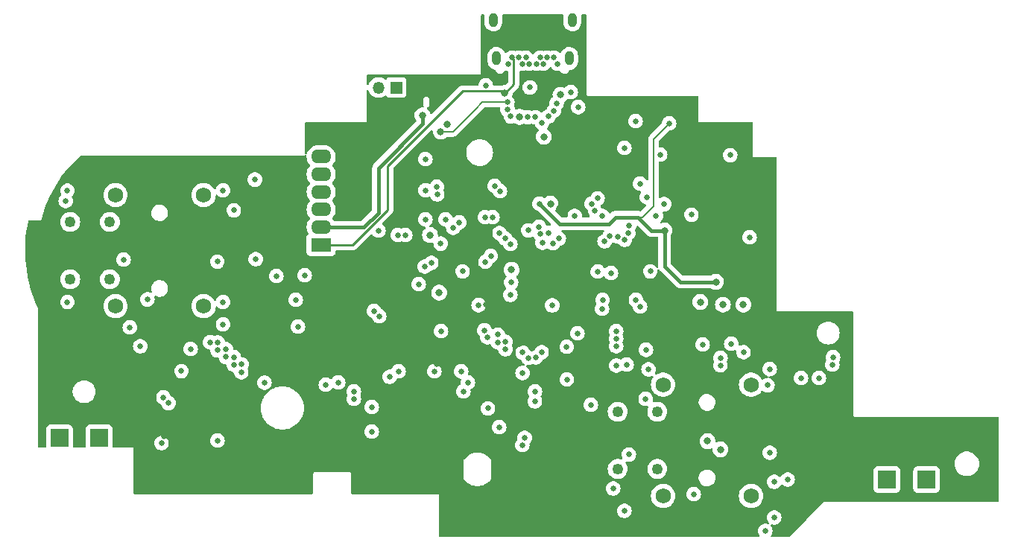
<source format=gbr>
G04 #@! TF.GenerationSoftware,KiCad,Pcbnew,7.0.2*
G04 #@! TF.CreationDate,2023-05-25T22:37:04-07:00*
G04 #@! TF.ProjectId,procon_gcc_main_pcb,70726f63-6f6e-45f6-9763-635f6d61696e,1*
G04 #@! TF.SameCoordinates,Original*
G04 #@! TF.FileFunction,Copper,L3,Inr*
G04 #@! TF.FilePolarity,Positive*
%FSLAX46Y46*%
G04 Gerber Fmt 4.6, Leading zero omitted, Abs format (unit mm)*
G04 Created by KiCad (PCBNEW 7.0.2) date 2023-05-25 22:37:04*
%MOMM*%
%LPD*%
G01*
G04 APERTURE LIST*
G04 #@! TA.AperFunction,ComponentPad*
%ADD10R,2.300000X1.600000*%
G04 #@! TD*
G04 #@! TA.AperFunction,ComponentPad*
%ADD11O,2.300000X1.600000*%
G04 #@! TD*
G04 #@! TA.AperFunction,ComponentPad*
%ADD12R,2.000000X2.000000*%
G04 #@! TD*
G04 #@! TA.AperFunction,ComponentPad*
%ADD13C,1.750000*%
G04 #@! TD*
G04 #@! TA.AperFunction,ComponentPad*
%ADD14C,1.250000*%
G04 #@! TD*
G04 #@! TA.AperFunction,ComponentPad*
%ADD15R,1.350000X1.350000*%
G04 #@! TD*
G04 #@! TA.AperFunction,ComponentPad*
%ADD16O,1.350000X1.350000*%
G04 #@! TD*
G04 #@! TA.AperFunction,ComponentPad*
%ADD17C,0.650000*%
G04 #@! TD*
G04 #@! TA.AperFunction,ComponentPad*
%ADD18O,1.000000X1.600000*%
G04 #@! TD*
G04 #@! TA.AperFunction,ViaPad*
%ADD19C,0.650000*%
G04 #@! TD*
G04 #@! TA.AperFunction,ViaPad*
%ADD20C,0.800000*%
G04 #@! TD*
G04 #@! TA.AperFunction,Conductor*
%ADD21C,0.250000*%
G04 #@! TD*
G04 #@! TA.AperFunction,Conductor*
%ADD22C,0.400000*%
G04 #@! TD*
G04 #@! TA.AperFunction,Conductor*
%ADD23C,0.150000*%
G04 #@! TD*
G04 APERTURE END LIST*
D10*
X114400000Y-118200000D03*
D11*
X114400000Y-116200000D03*
X114400000Y-114200000D03*
X114400000Y-112200000D03*
X114400000Y-110200000D03*
X114400000Y-108200000D03*
D12*
X178675000Y-144906500D03*
X84675000Y-140125000D03*
D13*
X153235000Y-134115000D03*
X153235000Y-146765000D03*
X163235000Y-134115000D03*
X163235000Y-146765000D03*
D14*
X152585000Y-137190000D03*
X152585000Y-143690000D03*
X148085000Y-137190000D03*
X148085000Y-143690000D03*
D15*
X122920000Y-100330000D03*
D16*
X120920000Y-100330000D03*
D17*
X135660000Y-97625000D03*
X136060000Y-96925000D03*
X136860000Y-96925000D03*
X137260000Y-97625000D03*
X137660000Y-96925000D03*
X138060000Y-97625000D03*
X138860000Y-97625000D03*
X139260000Y-96925000D03*
X139660000Y-97625000D03*
X140060000Y-96925000D03*
X140860000Y-96925000D03*
X141260000Y-97625000D03*
D18*
X142950000Y-92635000D03*
X142590000Y-97025000D03*
X134330000Y-97025000D03*
X133970000Y-92635000D03*
D13*
X91045000Y-112545000D03*
X91045000Y-125195000D03*
X101045000Y-112545000D03*
X101045000Y-125195000D03*
D14*
X90395000Y-115620000D03*
X90395000Y-122120000D03*
X85895000Y-115620000D03*
X85895000Y-122120000D03*
D12*
X89175000Y-140125000D03*
X183175000Y-144906500D03*
D19*
X106869300Y-110801928D03*
X85375221Y-113236927D03*
X151584478Y-132387522D03*
X93729072Y-127210961D03*
X134620000Y-114046000D03*
X168667000Y-149234000D03*
X140970000Y-129540000D03*
X142970303Y-119602303D03*
X133139909Y-124982636D03*
X88535000Y-126744000D03*
X167905000Y-142630000D03*
X151395000Y-148980000D03*
X136906432Y-129527645D03*
X152146000Y-104394000D03*
D20*
X119634000Y-112870000D03*
D19*
X120142000Y-123698000D03*
X145288000Y-127762000D03*
D20*
X119634000Y-109456500D03*
D19*
X150125000Y-135772000D03*
X128016000Y-139192000D03*
D20*
X141478000Y-114046000D03*
D19*
X127522636Y-131782091D03*
D20*
X119634000Y-105967500D03*
X122428000Y-123952000D03*
D19*
X105020929Y-121684734D03*
X155702000Y-149352000D03*
X143500453Y-123854037D03*
X88027000Y-114298000D03*
X106823000Y-113028000D03*
X96520000Y-139954000D03*
X106569000Y-126490000D03*
X137028008Y-117460000D03*
X167894000Y-135890000D03*
X156718000Y-109982000D03*
X142748000Y-100838000D03*
X120904000Y-116586000D03*
X145804133Y-112938500D03*
X133096000Y-100076000D03*
X143221104Y-114944030D03*
D20*
X127807122Y-123659501D03*
D19*
X130302000Y-132588000D03*
X150114000Y-104140000D03*
X120142000Y-139446000D03*
X106964740Y-119850342D03*
X103267000Y-124712000D03*
X152908000Y-107950000D03*
X132295074Y-125071565D03*
X96251364Y-140759909D03*
X134620000Y-138938000D03*
X165873000Y-145170000D03*
D20*
X139700000Y-105918000D03*
D19*
X94658085Y-124431035D03*
X149098000Y-131826000D03*
X163068000Y-117348000D03*
X111760000Y-127508000D03*
X145825146Y-121260797D03*
X165365000Y-141868000D03*
X143510000Y-128270000D03*
X170942000Y-133350000D03*
X120142000Y-136652000D03*
X102600819Y-120120673D03*
X165354000Y-132334000D03*
X93841951Y-129753459D03*
X125476000Y-122682000D03*
X102616000Y-140462000D03*
D20*
X157480000Y-124714000D03*
D19*
X103267000Y-112012000D03*
X85578500Y-112054911D03*
D20*
X140462000Y-113538000D03*
D19*
X85578500Y-124712000D03*
X128016000Y-128014500D03*
X147585000Y-145932000D03*
X164857000Y-150758000D03*
X156718000Y-146558000D03*
X151788505Y-121225927D03*
X135988986Y-122489828D03*
X153924000Y-104394000D03*
X96486350Y-135568701D03*
X139192000Y-113538000D03*
X172466000Y-131826000D03*
D20*
X153416000Y-116586000D03*
X159258000Y-122428000D03*
D19*
X159766000Y-131064000D03*
X99568000Y-130048000D03*
X98532731Y-132568731D03*
X172548500Y-130980513D03*
X159750995Y-131913370D03*
X97059568Y-136218201D03*
D20*
X160046410Y-125022965D03*
D19*
X162376218Y-130414500D03*
D20*
X162368205Y-125022965D03*
D19*
X127254000Y-132588000D03*
X123190000Y-132588000D03*
X139150797Y-116160492D03*
X130099145Y-115671295D03*
D20*
X135250000Y-100950000D03*
X141600000Y-101150000D03*
D19*
X135889284Y-123917342D03*
X140655008Y-125103788D03*
D20*
X125910445Y-103485736D03*
X136951582Y-103667026D03*
D19*
X137939425Y-116575498D03*
X129419477Y-116270795D03*
X148844000Y-107188000D03*
X160871714Y-108012111D03*
X135560000Y-102010000D03*
X141150037Y-102109750D03*
D20*
X127988555Y-105343940D03*
D19*
X127552150Y-111614186D03*
X134112000Y-111506000D03*
X135580464Y-102859256D03*
X140859500Y-102955721D03*
X139490000Y-104340000D03*
X150169000Y-124460000D03*
X138725000Y-103700000D03*
X150622000Y-111252000D03*
X146370500Y-124460000D03*
X153388660Y-113593849D03*
X145127916Y-113538000D03*
X152443077Y-114896437D03*
X145521157Y-114366463D03*
X146355074Y-114943530D03*
X156457671Y-114790556D03*
X102638667Y-129310618D03*
X132954745Y-127933292D03*
X133288465Y-128714500D03*
X102597604Y-130199504D03*
X103612047Y-130088267D03*
X134468986Y-128424319D03*
X134455541Y-129285586D03*
X103587142Y-130960994D03*
X135349887Y-129239062D03*
X104475631Y-131002427D03*
X135343064Y-130093708D03*
X104464757Y-131861123D03*
X105359559Y-131816120D03*
X137299911Y-130464500D03*
X137922000Y-131064000D03*
X105322545Y-132700957D03*
X150622000Y-125222000D03*
X146304000Y-125476000D03*
X137875497Y-103700000D03*
X151384000Y-112776000D03*
X138110500Y-100325000D03*
X135952868Y-103627332D03*
X140240000Y-103600000D03*
X134712689Y-112106689D03*
X127585799Y-112489066D03*
X143600000Y-102550000D03*
X130460546Y-121226096D03*
X147320000Y-121412000D03*
X165106351Y-134191230D03*
X151256642Y-135736642D03*
X165873000Y-149234000D03*
X168910000Y-133350000D03*
X135890000Y-118110000D03*
X126238000Y-115316000D03*
X126238000Y-112014000D03*
X135289311Y-117485500D03*
X134671163Y-116886000D03*
X126238000Y-108458000D03*
X151308546Y-130152209D03*
X138773731Y-131031781D03*
X139438596Y-130432281D03*
X157734000Y-129540000D03*
X160988701Y-129462658D03*
X116332000Y-133858000D03*
X101789256Y-129298146D03*
X111506000Y-124460000D03*
X131064000Y-133858000D03*
X130556000Y-134874000D03*
X114931741Y-134126473D03*
X140747854Y-118036659D03*
X112522000Y-121666000D03*
X146602865Y-117818373D03*
X133337098Y-136816213D03*
X145034000Y-136398000D03*
X137515984Y-140168988D03*
D20*
X158289061Y-140543759D03*
D19*
X120396000Y-125730000D03*
X138684000Y-134874000D03*
X147919500Y-128016000D03*
X147198879Y-117213045D03*
X141404177Y-117497313D03*
X118110000Y-134882500D03*
X137247348Y-140974897D03*
D20*
X159766000Y-141478000D03*
D19*
X167397000Y-144916000D03*
X148855000Y-148472000D03*
X127987924Y-118081924D03*
X133008554Y-115071795D03*
X128524000Y-115316000D03*
X91948000Y-119888000D03*
X133858000Y-115062000D03*
X149384122Y-116050151D03*
X148873233Y-117647016D03*
X122174000Y-133233500D03*
X142305553Y-129811740D03*
X142311493Y-133531152D03*
X147919500Y-129744441D03*
X140205307Y-116837159D03*
X120996689Y-126330689D03*
X139525184Y-117975142D03*
X138671220Y-136025083D03*
X148109237Y-117275581D03*
X118110000Y-135732003D03*
X147919500Y-128865503D03*
X139325404Y-117003791D03*
X149293981Y-116894857D03*
X147919500Y-131948063D03*
X137283380Y-132782656D03*
X92662542Y-127596428D03*
X103267000Y-127252000D03*
X109315105Y-121762452D03*
X104473364Y-114290045D03*
X149352000Y-142063488D03*
X107962872Y-133883745D03*
D20*
X136030294Y-121057593D03*
X126766222Y-117099496D03*
X128751620Y-104486351D03*
D19*
X123102497Y-117094000D03*
X126167632Y-120689085D03*
X133072036Y-120142000D03*
X126910268Y-120276596D03*
X133671536Y-119468777D03*
X123952000Y-117094000D03*
D21*
X136289295Y-99960705D02*
X135300000Y-100950000D01*
X135300000Y-100950000D02*
X135250000Y-100950000D01*
X136289295Y-97154295D02*
X136289295Y-99960705D01*
X136060000Y-96925000D02*
X136289295Y-97154295D01*
D22*
X147066000Y-115824000D02*
X147828000Y-115062000D01*
X141478000Y-115824000D02*
X147066000Y-115824000D01*
D23*
X152146000Y-106172000D02*
X152146000Y-113792000D01*
D22*
X151892000Y-116586000D02*
X153416000Y-116586000D01*
X139192000Y-113538000D02*
X141478000Y-115824000D01*
X153416000Y-116586000D02*
X153416000Y-120650000D01*
X153416000Y-120650000D02*
X155194000Y-122428000D01*
D23*
X150876000Y-115062000D02*
X150368000Y-115062000D01*
D22*
X155194000Y-122428000D02*
X159258000Y-122428000D01*
X147828000Y-115062000D02*
X150368000Y-115062000D01*
D23*
X152146000Y-113792000D02*
X150876000Y-115062000D01*
X153924000Y-104394000D02*
X152146000Y-106172000D01*
D22*
X150368000Y-115062000D02*
X151892000Y-116586000D01*
D21*
X118000000Y-118200000D02*
X114400000Y-118200000D01*
X130484499Y-100729155D02*
X121985000Y-109228654D01*
X135250000Y-100950000D02*
X135029155Y-100729155D01*
X121985000Y-109228654D02*
X121985000Y-114215000D01*
X135029155Y-100729155D02*
X130484499Y-100729155D01*
X121985000Y-114215000D02*
X118000000Y-118200000D01*
D22*
X120904000Y-114554000D02*
X119258000Y-116200000D01*
X120904000Y-109474000D02*
X120904000Y-114554000D01*
X125910445Y-104467555D02*
X120904000Y-109474000D01*
X125910445Y-103485736D02*
X125910445Y-104467555D01*
X119258000Y-116200000D02*
X114400000Y-116200000D01*
D23*
X135560000Y-102010000D02*
X132685911Y-102010000D01*
X132685911Y-102010000D02*
X131902879Y-102793032D01*
X131902879Y-102793032D02*
X129351971Y-105343940D01*
X129351971Y-105343940D02*
X127988555Y-105343940D01*
G04 #@! TA.AperFunction,Conductor*
G36*
X132929348Y-92034543D02*
G01*
X132975103Y-92087347D01*
X132985047Y-92156505D01*
X132983776Y-92163788D01*
X132974940Y-92206784D01*
X132969499Y-92233261D01*
X132969500Y-92982600D01*
X132969500Y-92985742D01*
X132969816Y-92988853D01*
X132969817Y-92988865D01*
X132984926Y-93137440D01*
X133015868Y-93236058D01*
X133045841Y-93331588D01*
X133144591Y-93509502D01*
X133277134Y-93663895D01*
X133438042Y-93788448D01*
X133620729Y-93878060D01*
X133817715Y-93929063D01*
X134020936Y-93939369D01*
X134020936Y-93939368D01*
X134020937Y-93939369D01*
X134222071Y-93908556D01*
X134304413Y-93878060D01*
X134412887Y-93837886D01*
X134585571Y-93730252D01*
X134733053Y-93590059D01*
X134849295Y-93423049D01*
X134929540Y-93236058D01*
X134970500Y-93036741D01*
X134970500Y-92284258D01*
X134956989Y-92151403D01*
X134969792Y-92082716D01*
X135017696Y-92031854D01*
X135080354Y-92014858D01*
X141842309Y-92014858D01*
X141909348Y-92034543D01*
X141955103Y-92087347D01*
X141965047Y-92156505D01*
X141963776Y-92163788D01*
X141949500Y-92233259D01*
X141949500Y-92985742D01*
X141949816Y-92988853D01*
X141949817Y-92988865D01*
X141964926Y-93137440D01*
X141995868Y-93236058D01*
X142025841Y-93331588D01*
X142124591Y-93509502D01*
X142257134Y-93663895D01*
X142418042Y-93788448D01*
X142600729Y-93878060D01*
X142797715Y-93929063D01*
X143000936Y-93939369D01*
X143000936Y-93939368D01*
X143000937Y-93939369D01*
X143202071Y-93908556D01*
X143284413Y-93878060D01*
X143392887Y-93837886D01*
X143565571Y-93730252D01*
X143713053Y-93590059D01*
X143829295Y-93423049D01*
X143909540Y-93236058D01*
X143950500Y-93036741D01*
X143950500Y-92284258D01*
X143936989Y-92151403D01*
X143949792Y-92082716D01*
X143997696Y-92031854D01*
X144060354Y-92014858D01*
X144431725Y-92014858D01*
X144498764Y-92034543D01*
X144544519Y-92087347D01*
X144555725Y-92138858D01*
X144555725Y-101078220D01*
X144551500Y-101110311D01*
X144550416Y-101114356D01*
X144550416Y-101114357D01*
X144550416Y-101114358D01*
X144555725Y-101134171D01*
X144555725Y-101134172D01*
X144571290Y-101192262D01*
X144628320Y-101249293D01*
X144706225Y-101270167D01*
X144710271Y-101269082D01*
X144742363Y-101264858D01*
X157131725Y-101264858D01*
X157198764Y-101284543D01*
X157244519Y-101337347D01*
X157255725Y-101388858D01*
X157255725Y-104078220D01*
X157251500Y-104110311D01*
X157250416Y-104114356D01*
X157250416Y-104114357D01*
X157250416Y-104114358D01*
X157255725Y-104134171D01*
X157255725Y-104134172D01*
X157271290Y-104192262D01*
X157328320Y-104249293D01*
X157406225Y-104270167D01*
X157410271Y-104269082D01*
X157442363Y-104264858D01*
X163331725Y-104264858D01*
X163398764Y-104284543D01*
X163444519Y-104337347D01*
X163455725Y-104388858D01*
X163455725Y-108078220D01*
X163451500Y-108110311D01*
X163450416Y-108114356D01*
X163450416Y-108114357D01*
X163450416Y-108114358D01*
X163455725Y-108134171D01*
X163455725Y-108134172D01*
X163471290Y-108192262D01*
X163528320Y-108249293D01*
X163606225Y-108270167D01*
X163610271Y-108269082D01*
X163642363Y-108264858D01*
X166031725Y-108264858D01*
X166098764Y-108284543D01*
X166144519Y-108337347D01*
X166155725Y-108388858D01*
X166155725Y-125578220D01*
X166151500Y-125610311D01*
X166150416Y-125614356D01*
X166150416Y-125614357D01*
X166150416Y-125614358D01*
X166155725Y-125634171D01*
X166155725Y-125634172D01*
X166159585Y-125648579D01*
X166170257Y-125688410D01*
X166171290Y-125692262D01*
X166228320Y-125749293D01*
X166306225Y-125770167D01*
X166310271Y-125769082D01*
X166342363Y-125764858D01*
X174731725Y-125764858D01*
X174798764Y-125784543D01*
X174844519Y-125837347D01*
X174855725Y-125888858D01*
X174855725Y-137578219D01*
X174851500Y-137610310D01*
X174850416Y-137614355D01*
X174850416Y-137614356D01*
X174855725Y-137634170D01*
X174868647Y-137682399D01*
X174871290Y-137692261D01*
X174928320Y-137749292D01*
X175006225Y-137770166D01*
X175010271Y-137769081D01*
X175042363Y-137764857D01*
X191281725Y-137764857D01*
X191348764Y-137784542D01*
X191394519Y-137837346D01*
X191405725Y-137888857D01*
X191405725Y-147339857D01*
X191386040Y-147406896D01*
X191333236Y-147452651D01*
X191281725Y-147463857D01*
X171612134Y-147463857D01*
X171606915Y-147463203D01*
X171555307Y-147463857D01*
X171523216Y-147463857D01*
X171519971Y-147464304D01*
X171513996Y-147464379D01*
X171513993Y-147464380D01*
X171511910Y-147465619D01*
X171480663Y-147478794D01*
X171478324Y-147479420D01*
X171478320Y-147479423D01*
X171474089Y-147483654D01*
X171471506Y-147485663D01*
X171462299Y-147495105D01*
X171462299Y-147495106D01*
X171449137Y-147508605D01*
X171430889Y-147526852D01*
X171412639Y-147545102D01*
X171409460Y-147549298D01*
X167629267Y-151426421D01*
X167568373Y-151460680D01*
X167540483Y-151463857D01*
X165610772Y-151463857D01*
X165543733Y-151444172D01*
X165497978Y-151391368D01*
X165488034Y-151322210D01*
X165517059Y-151258654D01*
X165518621Y-151256885D01*
X165528522Y-151245889D01*
X165615286Y-151095611D01*
X165668908Y-150930576D01*
X165687047Y-150758000D01*
X165668908Y-150585424D01*
X165615286Y-150420389D01*
X165528522Y-150270111D01*
X165488369Y-150225516D01*
X165458139Y-150162525D01*
X165466764Y-150093189D01*
X165511506Y-150039524D01*
X165578158Y-150018566D01*
X165606300Y-150021254D01*
X165786234Y-150059500D01*
X165786236Y-150059500D01*
X165959766Y-150059500D01*
X166129496Y-150023423D01*
X166129497Y-150023422D01*
X166129499Y-150023422D01*
X166288024Y-149952842D01*
X166428410Y-149850845D01*
X166544522Y-149721889D01*
X166631286Y-149571611D01*
X166684908Y-149406576D01*
X166703047Y-149234000D01*
X166684908Y-149061424D01*
X166631286Y-148896389D01*
X166544522Y-148746111D01*
X166428410Y-148617155D01*
X166288024Y-148515158D01*
X166288023Y-148515157D01*
X166129496Y-148444576D01*
X165959766Y-148408500D01*
X165959764Y-148408500D01*
X165786236Y-148408500D01*
X165786234Y-148408500D01*
X165616505Y-148444576D01*
X165457975Y-148515158D01*
X165317589Y-148617156D01*
X165201477Y-148746111D01*
X165114713Y-148896389D01*
X165061093Y-149061420D01*
X165061092Y-149061424D01*
X165042953Y-149234000D01*
X165061092Y-149406576D01*
X165061093Y-149406579D01*
X165114713Y-149571610D01*
X165201477Y-149721888D01*
X165241630Y-149766483D01*
X165271860Y-149829474D01*
X165263235Y-149898810D01*
X165218493Y-149952475D01*
X165151841Y-149973433D01*
X165123700Y-149970745D01*
X164943767Y-149932500D01*
X164943764Y-149932500D01*
X164770236Y-149932500D01*
X164770234Y-149932500D01*
X164600505Y-149968576D01*
X164441975Y-150039158D01*
X164301589Y-150141156D01*
X164185477Y-150270111D01*
X164098713Y-150420389D01*
X164045093Y-150585420D01*
X164045092Y-150585424D01*
X164026953Y-150758000D01*
X164045092Y-150930576D01*
X164045093Y-150930579D01*
X164098713Y-151095610D01*
X164185475Y-151245886D01*
X164195379Y-151256885D01*
X164225608Y-151319877D01*
X164216982Y-151389212D01*
X164172241Y-151442878D01*
X164105588Y-151463835D01*
X164103228Y-151463857D01*
X127930726Y-151463857D01*
X127863687Y-151444172D01*
X127817932Y-151391368D01*
X127806726Y-151339857D01*
X127806726Y-148472000D01*
X148024953Y-148472000D01*
X148043092Y-148644576D01*
X148043093Y-148644579D01*
X148096713Y-148809610D01*
X148146816Y-148896389D01*
X148183478Y-148959889D01*
X148299590Y-149088845D01*
X148439975Y-149190841D01*
X148439976Y-149190842D01*
X148598503Y-149261423D01*
X148768234Y-149297500D01*
X148768236Y-149297500D01*
X148941766Y-149297500D01*
X149111496Y-149261423D01*
X149111497Y-149261422D01*
X149111499Y-149261422D01*
X149270024Y-149190842D01*
X149410410Y-149088845D01*
X149526522Y-148959889D01*
X149613286Y-148809611D01*
X149666908Y-148644576D01*
X149685047Y-148472000D01*
X149666908Y-148299424D01*
X149613286Y-148134389D01*
X149526522Y-147984111D01*
X149410410Y-147855155D01*
X149270024Y-147753158D01*
X149270023Y-147753157D01*
X149111496Y-147682576D01*
X148941766Y-147646500D01*
X148941764Y-147646500D01*
X148768236Y-147646500D01*
X148768234Y-147646500D01*
X148598505Y-147682576D01*
X148439975Y-147753158D01*
X148299589Y-147855156D01*
X148183477Y-147984111D01*
X148096713Y-148134389D01*
X148043093Y-148299420D01*
X148043092Y-148299424D01*
X148024953Y-148472000D01*
X127806726Y-148472000D01*
X127806726Y-146764999D01*
X151854785Y-146764999D01*
X151873609Y-146992170D01*
X151873609Y-146992172D01*
X151873610Y-146992176D01*
X151919868Y-147174843D01*
X151929571Y-147213158D01*
X152021136Y-147421906D01*
X152021138Y-147421909D01*
X152145817Y-147612745D01*
X152300206Y-147780456D01*
X152480094Y-147920469D01*
X152680574Y-148028963D01*
X152734474Y-148047467D01*
X152896174Y-148102980D01*
X153121023Y-148140500D01*
X153348977Y-148140500D01*
X153573825Y-148102980D01*
X153681624Y-148065971D01*
X153789426Y-148028963D01*
X153989906Y-147920469D01*
X154169794Y-147780456D01*
X154324183Y-147612745D01*
X154448862Y-147421909D01*
X154540430Y-147213155D01*
X154596390Y-146992176D01*
X154615214Y-146765000D01*
X154598062Y-146558000D01*
X155887953Y-146558000D01*
X155906092Y-146730576D01*
X155906093Y-146730579D01*
X155959713Y-146895610D01*
X155959714Y-146895611D01*
X156046478Y-147045889D01*
X156162590Y-147174845D01*
X156302976Y-147276841D01*
X156302976Y-147276842D01*
X156461503Y-147347423D01*
X156631234Y-147383500D01*
X156631236Y-147383500D01*
X156804766Y-147383500D01*
X156974496Y-147347423D01*
X156974497Y-147347422D01*
X156974499Y-147347422D01*
X157133024Y-147276842D01*
X157273410Y-147174845D01*
X157389522Y-147045889D01*
X157476286Y-146895611D01*
X157518724Y-146764999D01*
X161854785Y-146764999D01*
X161873609Y-146992170D01*
X161873609Y-146992172D01*
X161873610Y-146992176D01*
X161919868Y-147174843D01*
X161929571Y-147213158D01*
X162021136Y-147421906D01*
X162021138Y-147421909D01*
X162145817Y-147612745D01*
X162300206Y-147780456D01*
X162480094Y-147920469D01*
X162680574Y-148028963D01*
X162734474Y-148047467D01*
X162896174Y-148102980D01*
X163121023Y-148140500D01*
X163348977Y-148140500D01*
X163573825Y-148102980D01*
X163681624Y-148065971D01*
X163789426Y-148028963D01*
X163989906Y-147920469D01*
X164169794Y-147780456D01*
X164324183Y-147612745D01*
X164448862Y-147421909D01*
X164540430Y-147213155D01*
X164596390Y-146992176D01*
X164615214Y-146765000D01*
X164596390Y-146537824D01*
X164540430Y-146316845D01*
X164448862Y-146108091D01*
X164324183Y-145917255D01*
X164169794Y-145749544D01*
X163989906Y-145609531D01*
X163789426Y-145501037D01*
X163789425Y-145501036D01*
X163789424Y-145501036D01*
X163573825Y-145427019D01*
X163348977Y-145389500D01*
X163121023Y-145389500D01*
X162896174Y-145427019D01*
X162680575Y-145501036D01*
X162590730Y-145549658D01*
X162480094Y-145609531D01*
X162480092Y-145609532D01*
X162480091Y-145609533D01*
X162300209Y-145749541D01*
X162300206Y-145749543D01*
X162300206Y-145749544D01*
X162145817Y-145917255D01*
X162130202Y-145941156D01*
X162021136Y-146108093D01*
X161929571Y-146316841D01*
X161929569Y-146316845D01*
X161929570Y-146316845D01*
X161885375Y-146491368D01*
X161873609Y-146537829D01*
X161854785Y-146764999D01*
X157518724Y-146764999D01*
X157529908Y-146730576D01*
X157548047Y-146558000D01*
X157529908Y-146385424D01*
X157476286Y-146220389D01*
X157389522Y-146070111D01*
X157273410Y-145941155D01*
X157133024Y-145839158D01*
X157133023Y-145839157D01*
X156974496Y-145768576D01*
X156804766Y-145732500D01*
X156804764Y-145732500D01*
X156631236Y-145732500D01*
X156631234Y-145732500D01*
X156461505Y-145768576D01*
X156302975Y-145839158D01*
X156162589Y-145941156D01*
X156046477Y-146070111D01*
X155959713Y-146220389D01*
X155906093Y-146385420D01*
X155906092Y-146385424D01*
X155887953Y-146558000D01*
X154598062Y-146558000D01*
X154596390Y-146537824D01*
X154540430Y-146316845D01*
X154448862Y-146108091D01*
X154324183Y-145917255D01*
X154169794Y-145749544D01*
X153989906Y-145609531D01*
X153789426Y-145501037D01*
X153789425Y-145501036D01*
X153789424Y-145501036D01*
X153573825Y-145427019D01*
X153348977Y-145389500D01*
X153121023Y-145389500D01*
X152896174Y-145427019D01*
X152680575Y-145501036D01*
X152590730Y-145549658D01*
X152480094Y-145609531D01*
X152480092Y-145609532D01*
X152480091Y-145609533D01*
X152300209Y-145749541D01*
X152300206Y-145749543D01*
X152300206Y-145749544D01*
X152145817Y-145917255D01*
X152130202Y-145941156D01*
X152021136Y-146108093D01*
X151929571Y-146316841D01*
X151929569Y-146316845D01*
X151929570Y-146316845D01*
X151885375Y-146491368D01*
X151873609Y-146537829D01*
X151854785Y-146764999D01*
X127806726Y-146764999D01*
X127806726Y-146750495D01*
X127810951Y-146718402D01*
X127812035Y-146714356D01*
X127791161Y-146636453D01*
X127791160Y-146636452D01*
X127734131Y-146579422D01*
X127734129Y-146579421D01*
X127656227Y-146558548D01*
X127656226Y-146558548D01*
X127652179Y-146559632D01*
X127620088Y-146563857D01*
X117930726Y-146563857D01*
X117863687Y-146544172D01*
X117817932Y-146491368D01*
X117806726Y-146439857D01*
X117806726Y-145932000D01*
X146754953Y-145932000D01*
X146773092Y-146104576D01*
X146773093Y-146104579D01*
X146826713Y-146269610D01*
X146906036Y-146406999D01*
X146913478Y-146419889D01*
X147029590Y-146548845D01*
X147169975Y-146650842D01*
X147169976Y-146650842D01*
X147328503Y-146721423D01*
X147498234Y-146757500D01*
X147498236Y-146757500D01*
X147671766Y-146757500D01*
X147841496Y-146721423D01*
X147841497Y-146721422D01*
X147841499Y-146721422D01*
X148000024Y-146650842D01*
X148140410Y-146548845D01*
X148256522Y-146419889D01*
X148343286Y-146269611D01*
X148396908Y-146104576D01*
X148415047Y-145932000D01*
X148396908Y-145759424D01*
X148343286Y-145594389D01*
X148256522Y-145444111D01*
X148140410Y-145315155D01*
X148000024Y-145213158D01*
X148000023Y-145213157D01*
X147841496Y-145142576D01*
X147671766Y-145106500D01*
X147671764Y-145106500D01*
X147498236Y-145106500D01*
X147498234Y-145106500D01*
X147328505Y-145142576D01*
X147169975Y-145213158D01*
X147029589Y-145315156D01*
X146913477Y-145444111D01*
X146826713Y-145594389D01*
X146776303Y-145749541D01*
X146773092Y-145759424D01*
X146754953Y-145932000D01*
X117806726Y-145932000D01*
X117806726Y-144795135D01*
X130601868Y-144795135D01*
X130603385Y-144802829D01*
X130604654Y-144815818D01*
X130608475Y-144830080D01*
X130610354Y-144838170D01*
X130616582Y-144869748D01*
X130621289Y-144877901D01*
X130621290Y-144877902D01*
X130621291Y-144877904D01*
X130635955Y-144892568D01*
X130647514Y-144905904D01*
X130711406Y-144991202D01*
X130888007Y-145171165D01*
X130891236Y-145173683D01*
X130891238Y-145173685D01*
X130987612Y-145248845D01*
X131086831Y-145326224D01*
X131304394Y-145453664D01*
X131536883Y-145551250D01*
X131780226Y-145617274D01*
X132030156Y-145650577D01*
X132034258Y-145650577D01*
X132278194Y-145650577D01*
X132282296Y-145650577D01*
X132532226Y-145617274D01*
X132775569Y-145551250D01*
X133008058Y-145453664D01*
X133225621Y-145326224D01*
X133424445Y-145171165D01*
X133601046Y-144991202D01*
X133664936Y-144905906D01*
X133676495Y-144892568D01*
X133691161Y-144877904D01*
X133691161Y-144877900D01*
X133695868Y-144869749D01*
X133697233Y-144862821D01*
X133697236Y-144862819D01*
X133702106Y-144838117D01*
X133703970Y-144830097D01*
X133706726Y-144819814D01*
X133706726Y-144819807D01*
X133707800Y-144815799D01*
X133709069Y-144802814D01*
X133710583Y-144795136D01*
X133706726Y-144764937D01*
X133706726Y-143690000D01*
X146954678Y-143690000D01*
X146973923Y-143897698D01*
X147031005Y-144098319D01*
X147123978Y-144285035D01*
X147249682Y-144451494D01*
X147403826Y-144592014D01*
X147403828Y-144592015D01*
X147403829Y-144592016D01*
X147581172Y-144701823D01*
X147775673Y-144777173D01*
X147980707Y-144815500D01*
X147980709Y-144815500D01*
X148189291Y-144815500D01*
X148189293Y-144815500D01*
X148394327Y-144777173D01*
X148588828Y-144701823D01*
X148766171Y-144592016D01*
X148920318Y-144451493D01*
X149046019Y-144285038D01*
X149046019Y-144285036D01*
X149046021Y-144285035D01*
X149138994Y-144098319D01*
X149196076Y-143897698D01*
X149200001Y-143855340D01*
X149215322Y-143690000D01*
X151454678Y-143690000D01*
X151473923Y-143897698D01*
X151531005Y-144098319D01*
X151623978Y-144285035D01*
X151749682Y-144451494D01*
X151903826Y-144592014D01*
X151903828Y-144592015D01*
X151903829Y-144592016D01*
X152081172Y-144701823D01*
X152275673Y-144777173D01*
X152480707Y-144815500D01*
X152480709Y-144815500D01*
X152689291Y-144815500D01*
X152689293Y-144815500D01*
X152834315Y-144788391D01*
X157280823Y-144788391D01*
X157310096Y-144979474D01*
X157377235Y-145160752D01*
X157479488Y-145324803D01*
X157479489Y-145324804D01*
X157479491Y-145324807D01*
X157592898Y-145444111D01*
X157612678Y-145464920D01*
X157634721Y-145480262D01*
X157771342Y-145575353D01*
X157948988Y-145651587D01*
X158138344Y-145690500D01*
X158138345Y-145690500D01*
X158280064Y-145690500D01*
X158283206Y-145690500D01*
X158427321Y-145675845D01*
X158611768Y-145617974D01*
X158780791Y-145524159D01*
X158927468Y-145398240D01*
X159006353Y-145296328D01*
X159045795Y-145245375D01*
X159061599Y-145213157D01*
X159082768Y-145170000D01*
X165042953Y-145170000D01*
X165061092Y-145342576D01*
X165061093Y-145342579D01*
X165114713Y-145507610D01*
X165188172Y-145634842D01*
X165201478Y-145657889D01*
X165317590Y-145786845D01*
X165457975Y-145888842D01*
X165457976Y-145888842D01*
X165616503Y-145959423D01*
X165786234Y-145995500D01*
X165786236Y-145995500D01*
X165959766Y-145995500D01*
X166129496Y-145959423D01*
X166129497Y-145959422D01*
X166129499Y-145959422D01*
X166148240Y-145951078D01*
X177174500Y-145951078D01*
X177174501Y-145954372D01*
X177180909Y-146013983D01*
X177231204Y-146148831D01*
X177317454Y-146264046D01*
X177432669Y-146350296D01*
X177567517Y-146400591D01*
X177627127Y-146407000D01*
X179722872Y-146406999D01*
X179782483Y-146400591D01*
X179917331Y-146350296D01*
X180032546Y-146264046D01*
X180118796Y-146148831D01*
X180169091Y-146013983D01*
X180175500Y-145954373D01*
X180175500Y-145951078D01*
X181674500Y-145951078D01*
X181674501Y-145954372D01*
X181680909Y-146013983D01*
X181731204Y-146148831D01*
X181817454Y-146264046D01*
X181932669Y-146350296D01*
X182067517Y-146400591D01*
X182127127Y-146407000D01*
X184222872Y-146406999D01*
X184282483Y-146400591D01*
X184417331Y-146350296D01*
X184532546Y-146264046D01*
X184618796Y-146148831D01*
X184669091Y-146013983D01*
X184675500Y-145954373D01*
X184675499Y-143858628D01*
X184669091Y-143799017D01*
X184618796Y-143664169D01*
X184532546Y-143548954D01*
X184417331Y-143462704D01*
X184282483Y-143412409D01*
X184222873Y-143406000D01*
X184219550Y-143406000D01*
X182130439Y-143406000D01*
X182130420Y-143406000D01*
X182127128Y-143406001D01*
X182123848Y-143406353D01*
X182123840Y-143406354D01*
X182067515Y-143412409D01*
X181932669Y-143462704D01*
X181817454Y-143548954D01*
X181731204Y-143664168D01*
X181680909Y-143799016D01*
X181677749Y-143828412D01*
X181674500Y-143858627D01*
X181674500Y-143861948D01*
X181674500Y-143861949D01*
X181674500Y-145951060D01*
X181674500Y-145951078D01*
X180175500Y-145951078D01*
X180175499Y-143858628D01*
X180169091Y-143799017D01*
X180118796Y-143664169D01*
X180032546Y-143548954D01*
X179917331Y-143462704D01*
X179782483Y-143412409D01*
X179722873Y-143406000D01*
X179719550Y-143406000D01*
X177630439Y-143406000D01*
X177630420Y-143406000D01*
X177627128Y-143406001D01*
X177623848Y-143406353D01*
X177623840Y-143406354D01*
X177567515Y-143412409D01*
X177432669Y-143462704D01*
X177317454Y-143548954D01*
X177231204Y-143664168D01*
X177180909Y-143799016D01*
X177177749Y-143828412D01*
X177174500Y-143858627D01*
X177174500Y-143861948D01*
X177174500Y-143861949D01*
X177174500Y-145951060D01*
X177174500Y-145951078D01*
X166148240Y-145951078D01*
X166288024Y-145888842D01*
X166428410Y-145786845D01*
X166544522Y-145657889D01*
X166619238Y-145528477D01*
X166669805Y-145480262D01*
X166738412Y-145467039D01*
X166803277Y-145493007D01*
X166818767Y-145507498D01*
X166841590Y-145532845D01*
X166956314Y-145616197D01*
X166981976Y-145634842D01*
X167140503Y-145705423D01*
X167310234Y-145741500D01*
X167310236Y-145741500D01*
X167483766Y-145741500D01*
X167653496Y-145705423D01*
X167653497Y-145705422D01*
X167653499Y-145705422D01*
X167812024Y-145634842D01*
X167952410Y-145532845D01*
X168068522Y-145403889D01*
X168155286Y-145253611D01*
X168208908Y-145088576D01*
X168227047Y-144916000D01*
X168208908Y-144743424D01*
X168155286Y-144578389D01*
X168068522Y-144428111D01*
X167952410Y-144299155D01*
X167812024Y-144197158D01*
X167812023Y-144197157D01*
X167653496Y-144126576D01*
X167483766Y-144090500D01*
X167483764Y-144090500D01*
X167310236Y-144090500D01*
X167310234Y-144090500D01*
X167140505Y-144126576D01*
X166981975Y-144197158D01*
X166863824Y-144283001D01*
X166859050Y-144286470D01*
X166841589Y-144299156D01*
X166725478Y-144428109D01*
X166650761Y-144557522D01*
X166600193Y-144605737D01*
X166531586Y-144618959D01*
X166466721Y-144592991D01*
X166451224Y-144578493D01*
X166428410Y-144553155D01*
X166317119Y-144472297D01*
X166288023Y-144451157D01*
X166129496Y-144380576D01*
X165959766Y-144344500D01*
X165959764Y-144344500D01*
X165786236Y-144344500D01*
X165786234Y-144344500D01*
X165616505Y-144380576D01*
X165457975Y-144451158D01*
X165317589Y-144553156D01*
X165201477Y-144682111D01*
X165114713Y-144832389D01*
X165061093Y-144997420D01*
X165061092Y-144997424D01*
X165042953Y-145170000D01*
X159082768Y-145170000D01*
X159130930Y-145071816D01*
X159179385Y-144884674D01*
X159189176Y-144691610D01*
X159178046Y-144618959D01*
X159159903Y-144500525D01*
X159092764Y-144319247D01*
X158990511Y-144155196D01*
X158990510Y-144155195D01*
X158990509Y-144155193D01*
X158857323Y-144015081D01*
X158857322Y-144015080D01*
X158857321Y-144015079D01*
X158698658Y-143904647D01*
X158521011Y-143828412D01*
X158370568Y-143797496D01*
X158331656Y-143789500D01*
X158186794Y-143789500D01*
X158183683Y-143789816D01*
X158183670Y-143789817D01*
X158042676Y-143804155D01*
X157858232Y-143862026D01*
X157689211Y-143955839D01*
X157689208Y-143955841D01*
X157689209Y-143955841D01*
X157545255Y-144079423D01*
X157542529Y-144081763D01*
X157424204Y-144234624D01*
X157339070Y-144408183D01*
X157315161Y-144500525D01*
X157294974Y-144578493D01*
X157290615Y-144595327D01*
X157280823Y-144788391D01*
X152834315Y-144788391D01*
X152894327Y-144777173D01*
X153088828Y-144701823D01*
X153266171Y-144592016D01*
X153420318Y-144451493D01*
X153546019Y-144285038D01*
X153546019Y-144285036D01*
X153546021Y-144285035D01*
X153638994Y-144098319D01*
X153696076Y-143897698D01*
X153700001Y-143855340D01*
X153715322Y-143690000D01*
X153696076Y-143482304D01*
X153696076Y-143482301D01*
X153638994Y-143281680D01*
X153553507Y-143109999D01*
X186344699Y-143109999D01*
X186363865Y-143341299D01*
X186363865Y-143341301D01*
X186363866Y-143341305D01*
X186420843Y-143566300D01*
X186514076Y-143778849D01*
X186641021Y-143973153D01*
X186798216Y-144143913D01*
X186981374Y-144286470D01*
X187185497Y-144396936D01*
X187276301Y-144428109D01*
X187405015Y-144472297D01*
X187405017Y-144472297D01*
X187405019Y-144472298D01*
X187633951Y-144510500D01*
X187633952Y-144510500D01*
X187866048Y-144510500D01*
X187866049Y-144510500D01*
X188094981Y-144472298D01*
X188314503Y-144396936D01*
X188518626Y-144286470D01*
X188701784Y-144143913D01*
X188858979Y-143973153D01*
X188985924Y-143778849D01*
X189079157Y-143566300D01*
X189136134Y-143341305D01*
X189155300Y-143110000D01*
X189136134Y-142878695D01*
X189079157Y-142653700D01*
X188985924Y-142441151D01*
X188858979Y-142246847D01*
X188701784Y-142076087D01*
X188518626Y-141933530D01*
X188314503Y-141823064D01*
X188314499Y-141823062D01*
X188314498Y-141823062D01*
X188094984Y-141747702D01*
X187923281Y-141719050D01*
X187866049Y-141709500D01*
X187633951Y-141709500D01*
X187588164Y-141717140D01*
X187405015Y-141747702D01*
X187185501Y-141823062D01*
X186981372Y-141933531D01*
X186798215Y-142076087D01*
X186641020Y-142246848D01*
X186514076Y-142441150D01*
X186420844Y-142653696D01*
X186420842Y-142653700D01*
X186420843Y-142653700D01*
X186364582Y-142875870D01*
X186363865Y-142878700D01*
X186344699Y-143109999D01*
X153553507Y-143109999D01*
X153546021Y-143094964D01*
X153420317Y-142928505D01*
X153266173Y-142787985D01*
X153088827Y-142678176D01*
X152894328Y-142602827D01*
X152823707Y-142589626D01*
X152689293Y-142564500D01*
X152480707Y-142564500D01*
X152378190Y-142583663D01*
X152275671Y-142602827D01*
X152081172Y-142678176D01*
X151903826Y-142787985D01*
X151749682Y-142928505D01*
X151623978Y-143094964D01*
X151531005Y-143281680D01*
X151473923Y-143482301D01*
X151454678Y-143690000D01*
X149215322Y-143690000D01*
X149196076Y-143482304D01*
X149196076Y-143482301D01*
X149138994Y-143281680D01*
X149046021Y-143094964D01*
X149018997Y-143059179D01*
X148994305Y-142993818D01*
X149008870Y-142925483D01*
X149058067Y-142875870D01*
X149126277Y-142860732D01*
X149143732Y-142863162D01*
X149265234Y-142888988D01*
X149265236Y-142888988D01*
X149438766Y-142888988D01*
X149608496Y-142852911D01*
X149608497Y-142852910D01*
X149608499Y-142852910D01*
X149767024Y-142782330D01*
X149907410Y-142680333D01*
X150023522Y-142551377D01*
X150110286Y-142401099D01*
X150163908Y-142236064D01*
X150182047Y-142063488D01*
X150163908Y-141890912D01*
X150110286Y-141725877D01*
X150023522Y-141575599D01*
X149907410Y-141446643D01*
X149767024Y-141344646D01*
X149767023Y-141344645D01*
X149608496Y-141274064D01*
X149438766Y-141237988D01*
X149438764Y-141237988D01*
X149265236Y-141237988D01*
X149265234Y-141237988D01*
X149095505Y-141274064D01*
X148936975Y-141344646D01*
X148854040Y-141404903D01*
X148799872Y-141444259D01*
X148796589Y-141446644D01*
X148680477Y-141575599D01*
X148593713Y-141725877D01*
X148542402Y-141883802D01*
X148540092Y-141890912D01*
X148521953Y-142063488D01*
X148540092Y-142236064D01*
X148540093Y-142236067D01*
X148593712Y-142401095D01*
X148593713Y-142401097D01*
X148593714Y-142401099D01*
X148616838Y-142441151D01*
X148625238Y-142455699D01*
X148641711Y-142523599D01*
X148618859Y-142589626D01*
X148563938Y-142632817D01*
X148494385Y-142639459D01*
X148473058Y-142633327D01*
X148433800Y-142618119D01*
X148394327Y-142602827D01*
X148189293Y-142564500D01*
X147980707Y-142564500D01*
X147878190Y-142583663D01*
X147775671Y-142602827D01*
X147581172Y-142678176D01*
X147403826Y-142787985D01*
X147249682Y-142928505D01*
X147123978Y-143094964D01*
X147031005Y-143281680D01*
X146973923Y-143482301D01*
X146954678Y-143690000D01*
X133706726Y-143690000D01*
X133706726Y-142735063D01*
X133710583Y-142704864D01*
X133709069Y-142697184D01*
X133707800Y-142684196D01*
X133706187Y-142678177D01*
X133703977Y-142669927D01*
X133702097Y-142661833D01*
X133697236Y-142637181D01*
X133697234Y-142637179D01*
X133695869Y-142630254D01*
X133691162Y-142622100D01*
X133691161Y-142622096D01*
X133676498Y-142607433D01*
X133664936Y-142594094D01*
X133617817Y-142531188D01*
X133601046Y-142508798D01*
X133424445Y-142328835D01*
X133421216Y-142326317D01*
X133421213Y-142326314D01*
X133228859Y-142176301D01*
X133228856Y-142176299D01*
X133225621Y-142173776D01*
X133222077Y-142171700D01*
X133222074Y-142171698D01*
X133011602Y-142048412D01*
X133008058Y-142046336D01*
X132775569Y-141948750D01*
X132719477Y-141933531D01*
X132536193Y-141883802D01*
X132536188Y-141883801D01*
X132532226Y-141882726D01*
X132528165Y-141882184D01*
X132528156Y-141882183D01*
X132286359Y-141849964D01*
X132286353Y-141849963D01*
X132282296Y-141849423D01*
X132030156Y-141849423D01*
X132026099Y-141849963D01*
X132026092Y-141849964D01*
X131784295Y-141882183D01*
X131784283Y-141882185D01*
X131780226Y-141882726D01*
X131776266Y-141883800D01*
X131776258Y-141883802D01*
X131540851Y-141947673D01*
X131540845Y-141947674D01*
X131536883Y-141948750D01*
X131533095Y-141950339D01*
X131533092Y-141950341D01*
X131308181Y-142044746D01*
X131308175Y-142044748D01*
X131304394Y-142046336D01*
X131300855Y-142048408D01*
X131300849Y-142048412D01*
X131090377Y-142171698D01*
X131090367Y-142171704D01*
X131086831Y-142173776D01*
X131083602Y-142176294D01*
X131083592Y-142176301D01*
X130891238Y-142326314D01*
X130891227Y-142326323D01*
X130888007Y-142328835D01*
X130885141Y-142331755D01*
X130885136Y-142331760D01*
X130714298Y-142505850D01*
X130714291Y-142505857D01*
X130711406Y-142508798D01*
X130708935Y-142512097D01*
X130647513Y-142594096D01*
X130635953Y-142607433D01*
X130621291Y-142622095D01*
X130616582Y-142630252D01*
X130610352Y-142661840D01*
X130608474Y-142669927D01*
X130604654Y-142684185D01*
X130603386Y-142697169D01*
X130601868Y-142704866D01*
X130605726Y-142735063D01*
X130605726Y-144764937D01*
X130601868Y-144795135D01*
X117806726Y-144795135D01*
X117806726Y-144250495D01*
X117810951Y-144218402D01*
X117812035Y-144214356D01*
X117796182Y-144155193D01*
X117791161Y-144136453D01*
X117791160Y-144136452D01*
X117791161Y-144136452D01*
X117765462Y-144110754D01*
X117734132Y-144079423D01*
X117734131Y-144079422D01*
X117734128Y-144079421D01*
X117656227Y-144058548D01*
X117656226Y-144058548D01*
X117652179Y-144059632D01*
X117620088Y-144063857D01*
X113692364Y-144063857D01*
X113660272Y-144059632D01*
X113656226Y-144058548D01*
X113656225Y-144058548D01*
X113636411Y-144063857D01*
X113578323Y-144079421D01*
X113521290Y-144136453D01*
X113500417Y-144214355D01*
X113500417Y-144214356D01*
X113500417Y-144214357D01*
X113501501Y-144218402D01*
X113505725Y-144250491D01*
X113505725Y-145398240D01*
X113505726Y-146439857D01*
X113486041Y-146506896D01*
X113433238Y-146552651D01*
X113381726Y-146563857D01*
X93230726Y-146563857D01*
X93163687Y-146544172D01*
X93117932Y-146491368D01*
X93106726Y-146439857D01*
X93106726Y-141450495D01*
X93110951Y-141418402D01*
X93112035Y-141414357D01*
X93101959Y-141376754D01*
X93091161Y-141336453D01*
X93034131Y-141279422D01*
X93034128Y-141279421D01*
X92956227Y-141258548D01*
X92956226Y-141258548D01*
X92952179Y-141259632D01*
X92920088Y-141263857D01*
X90799500Y-141263857D01*
X90732461Y-141244172D01*
X90686706Y-141191368D01*
X90675500Y-141139857D01*
X90675500Y-140759909D01*
X95421317Y-140759909D01*
X95439456Y-140932485D01*
X95439457Y-140932488D01*
X95493077Y-141097519D01*
X95579841Y-141247797D01*
X95583105Y-141251422D01*
X95695954Y-141376754D01*
X95814365Y-141462785D01*
X95836340Y-141478751D01*
X95994867Y-141549332D01*
X96164598Y-141585409D01*
X96164600Y-141585409D01*
X96338130Y-141585409D01*
X96507860Y-141549332D01*
X96507861Y-141549331D01*
X96507863Y-141549331D01*
X96666388Y-141478751D01*
X96806774Y-141376754D01*
X96922886Y-141247798D01*
X97009650Y-141097520D01*
X97063272Y-140932485D01*
X97081411Y-140759909D01*
X97063272Y-140587333D01*
X97022550Y-140462000D01*
X101785953Y-140462000D01*
X101804092Y-140634576D01*
X101804093Y-140634579D01*
X101857713Y-140799610D01*
X101934430Y-140932485D01*
X101944478Y-140949889D01*
X102060590Y-141078845D01*
X102190006Y-141172872D01*
X102200976Y-141180842D01*
X102359503Y-141251423D01*
X102529234Y-141287500D01*
X102529236Y-141287500D01*
X102702766Y-141287500D01*
X102872496Y-141251423D01*
X102872497Y-141251422D01*
X102872499Y-141251422D01*
X103031024Y-141180842D01*
X103171410Y-141078845D01*
X103265005Y-140974897D01*
X136417301Y-140974897D01*
X136435440Y-141147473D01*
X136435441Y-141147476D01*
X136489061Y-141312507D01*
X136568730Y-141450495D01*
X136575826Y-141462786D01*
X136691938Y-141591742D01*
X136832324Y-141693738D01*
X136832324Y-141693739D01*
X136990851Y-141764320D01*
X137160582Y-141800397D01*
X137160584Y-141800397D01*
X137334114Y-141800397D01*
X137503844Y-141764320D01*
X137503845Y-141764319D01*
X137503847Y-141764319D01*
X137662372Y-141693739D01*
X137802758Y-141591742D01*
X137918870Y-141462786D01*
X138005634Y-141312508D01*
X138059256Y-141147473D01*
X138077395Y-140974897D01*
X138064743Y-140854530D01*
X138077312Y-140785805D01*
X138095909Y-140758605D01*
X138187506Y-140656877D01*
X138252816Y-140543758D01*
X157383601Y-140543758D01*
X157403387Y-140732016D01*
X157461881Y-140912043D01*
X157556527Y-141075975D01*
X157683190Y-141216648D01*
X157836330Y-141327910D01*
X158009258Y-141404903D01*
X158194413Y-141444259D01*
X158194415Y-141444259D01*
X158383709Y-141444259D01*
X158524386Y-141414357D01*
X158568864Y-141404903D01*
X158686712Y-141352432D01*
X158755962Y-141343148D01*
X158819238Y-141372776D01*
X158856452Y-141431910D01*
X158859835Y-141471297D01*
X158880326Y-141666257D01*
X158938820Y-141846284D01*
X159033466Y-142010216D01*
X159160129Y-142150889D01*
X159313269Y-142262151D01*
X159486197Y-142339144D01*
X159671352Y-142378500D01*
X159671354Y-142378500D01*
X159860648Y-142378500D01*
X159984084Y-142352262D01*
X160045803Y-142339144D01*
X160218730Y-142262151D01*
X160296551Y-142205611D01*
X160371870Y-142150889D01*
X160460485Y-142052473D01*
X160498533Y-142010216D01*
X160580641Y-141868000D01*
X164534953Y-141868000D01*
X164553092Y-142040576D01*
X164553093Y-142040579D01*
X164606713Y-142205610D01*
X164687642Y-142345780D01*
X164693478Y-142355889D01*
X164809590Y-142484845D01*
X164919225Y-142564500D01*
X164949976Y-142586842D01*
X165108503Y-142657423D01*
X165278234Y-142693500D01*
X165278236Y-142693500D01*
X165451766Y-142693500D01*
X165621496Y-142657423D01*
X165621497Y-142657422D01*
X165621499Y-142657422D01*
X165780024Y-142586842D01*
X165920410Y-142484845D01*
X166036522Y-142355889D01*
X166123286Y-142205611D01*
X166176908Y-142040576D01*
X166195047Y-141868000D01*
X166176908Y-141695424D01*
X166123286Y-141530389D01*
X166036522Y-141380111D01*
X165920410Y-141251155D01*
X165780024Y-141149158D01*
X165780023Y-141149157D01*
X165621496Y-141078576D01*
X165451766Y-141042500D01*
X165451764Y-141042500D01*
X165278236Y-141042500D01*
X165278234Y-141042500D01*
X165108505Y-141078576D01*
X164949975Y-141149158D01*
X164835290Y-141232483D01*
X164819202Y-141244172D01*
X164809589Y-141251156D01*
X164693477Y-141380111D01*
X164606713Y-141530389D01*
X164553639Y-141693739D01*
X164553092Y-141695424D01*
X164534953Y-141868000D01*
X160580641Y-141868000D01*
X160593179Y-141846284D01*
X160651674Y-141666256D01*
X160671460Y-141478000D01*
X160651674Y-141289744D01*
X160605447Y-141147473D01*
X160593179Y-141109715D01*
X160498533Y-140945783D01*
X160371870Y-140805110D01*
X160218730Y-140693848D01*
X160045802Y-140616855D01*
X159860648Y-140577500D01*
X159860646Y-140577500D01*
X159671354Y-140577500D01*
X159671352Y-140577500D01*
X159486199Y-140616854D01*
X159368347Y-140669326D01*
X159299097Y-140678610D01*
X159235821Y-140648982D01*
X159198608Y-140589847D01*
X159195229Y-140550499D01*
X159194521Y-140543759D01*
X159174735Y-140355503D01*
X159144393Y-140262122D01*
X159116240Y-140175474D01*
X159021594Y-140011542D01*
X158894931Y-139870869D01*
X158741791Y-139759607D01*
X158568863Y-139682614D01*
X158383709Y-139643259D01*
X158383707Y-139643259D01*
X158194415Y-139643259D01*
X158194413Y-139643259D01*
X158009258Y-139682614D01*
X157836330Y-139759607D01*
X157683190Y-139870869D01*
X157556527Y-140011542D01*
X157461881Y-140175474D01*
X157403387Y-140355501D01*
X157383601Y-140543758D01*
X138252816Y-140543758D01*
X138274270Y-140506599D01*
X138327892Y-140341564D01*
X138346031Y-140168988D01*
X138327892Y-139996412D01*
X138274270Y-139831377D01*
X138187506Y-139681099D01*
X138071394Y-139552143D01*
X137931008Y-139450146D01*
X137931007Y-139450145D01*
X137772480Y-139379564D01*
X137602750Y-139343488D01*
X137602748Y-139343488D01*
X137429220Y-139343488D01*
X137429218Y-139343488D01*
X137259489Y-139379564D01*
X137100959Y-139450146D01*
X136960573Y-139552144D01*
X136844461Y-139681099D01*
X136757697Y-139831377D01*
X136704077Y-139996408D01*
X136704076Y-139996412D01*
X136690625Y-140124389D01*
X136685937Y-140168988D01*
X136698588Y-140289350D01*
X136686019Y-140358080D01*
X136667417Y-140385284D01*
X136575825Y-140487007D01*
X136489061Y-140637286D01*
X136435441Y-140802317D01*
X136435440Y-140802321D01*
X136417301Y-140974897D01*
X103265005Y-140974897D01*
X103287522Y-140949889D01*
X103374286Y-140799611D01*
X103427908Y-140634576D01*
X103446047Y-140462000D01*
X103427908Y-140289424D01*
X103374286Y-140124389D01*
X103287522Y-139974111D01*
X103171410Y-139845155D01*
X103031024Y-139743158D01*
X103031023Y-139743157D01*
X102872496Y-139672576D01*
X102702766Y-139636500D01*
X102702764Y-139636500D01*
X102529236Y-139636500D01*
X102529234Y-139636500D01*
X102359505Y-139672576D01*
X102200975Y-139743158D01*
X102060589Y-139845156D01*
X101944477Y-139974111D01*
X101857713Y-140124389D01*
X101804116Y-140289350D01*
X101804092Y-140289424D01*
X101785953Y-140462000D01*
X97022550Y-140462000D01*
X97009650Y-140422298D01*
X96922886Y-140272020D01*
X96806774Y-140143064D01*
X96666388Y-140041067D01*
X96666387Y-140041066D01*
X96507860Y-139970485D01*
X96338130Y-139934409D01*
X96338128Y-139934409D01*
X96164600Y-139934409D01*
X96164598Y-139934409D01*
X95994869Y-139970485D01*
X95836339Y-140041067D01*
X95695953Y-140143065D01*
X95579841Y-140272020D01*
X95493077Y-140422298D01*
X95442651Y-140577500D01*
X95439456Y-140587333D01*
X95421317Y-140759909D01*
X90675500Y-140759909D01*
X90675499Y-139446000D01*
X119311953Y-139446000D01*
X119330092Y-139618576D01*
X119330093Y-139618579D01*
X119383713Y-139783610D01*
X119419247Y-139845155D01*
X119470478Y-139933889D01*
X119586590Y-140062845D01*
X119697003Y-140143065D01*
X119726976Y-140164842D01*
X119885503Y-140235423D01*
X120055234Y-140271500D01*
X120055236Y-140271500D01*
X120228766Y-140271500D01*
X120398496Y-140235423D01*
X120398497Y-140235422D01*
X120398499Y-140235422D01*
X120557024Y-140164842D01*
X120697410Y-140062845D01*
X120813522Y-139933889D01*
X120900286Y-139783611D01*
X120953908Y-139618576D01*
X120972047Y-139446000D01*
X120953908Y-139273424D01*
X120900286Y-139108389D01*
X120813522Y-138958111D01*
X120795414Y-138938000D01*
X133789953Y-138938000D01*
X133808092Y-139110576D01*
X133808093Y-139110579D01*
X133861713Y-139275610D01*
X133861714Y-139275611D01*
X133948478Y-139425889D01*
X134064590Y-139554845D01*
X134152308Y-139618576D01*
X134204976Y-139656842D01*
X134363503Y-139727423D01*
X134533234Y-139763500D01*
X134533236Y-139763500D01*
X134706766Y-139763500D01*
X134876496Y-139727423D01*
X134876497Y-139727422D01*
X134876499Y-139727422D01*
X135035024Y-139656842D01*
X135175410Y-139554845D01*
X135291522Y-139425889D01*
X135378286Y-139275611D01*
X135431908Y-139110576D01*
X135450047Y-138938000D01*
X135431908Y-138765424D01*
X135378286Y-138600389D01*
X135291522Y-138450111D01*
X135175410Y-138321155D01*
X135065168Y-138241059D01*
X135035023Y-138219157D01*
X134876496Y-138148576D01*
X134706766Y-138112500D01*
X134706764Y-138112500D01*
X134533236Y-138112500D01*
X134533234Y-138112500D01*
X134363505Y-138148576D01*
X134204975Y-138219158D01*
X134086824Y-138305001D01*
X134072374Y-138315500D01*
X134064589Y-138321156D01*
X133948477Y-138450111D01*
X133861713Y-138600389D01*
X133839366Y-138669169D01*
X133808092Y-138765424D01*
X133789953Y-138938000D01*
X120795414Y-138938000D01*
X120697410Y-138829155D01*
X120557024Y-138727158D01*
X120557023Y-138727157D01*
X120398496Y-138656576D01*
X120228766Y-138620500D01*
X120228764Y-138620500D01*
X120055236Y-138620500D01*
X120055234Y-138620500D01*
X119885505Y-138656576D01*
X119726975Y-138727158D01*
X119586589Y-138829156D01*
X119470477Y-138958111D01*
X119383713Y-139108389D01*
X119345822Y-139225011D01*
X119330092Y-139273424D01*
X119311953Y-139446000D01*
X90675499Y-139446000D01*
X90675499Y-139080439D01*
X90675499Y-139077128D01*
X90669091Y-139017517D01*
X90618796Y-138882669D01*
X90532546Y-138767454D01*
X90417331Y-138681204D01*
X90282483Y-138630909D01*
X90222873Y-138624500D01*
X90219550Y-138624500D01*
X88130439Y-138624500D01*
X88130420Y-138624500D01*
X88127128Y-138624501D01*
X88123848Y-138624853D01*
X88123840Y-138624854D01*
X88067515Y-138630909D01*
X87932669Y-138681204D01*
X87817454Y-138767454D01*
X87731204Y-138882668D01*
X87680910Y-139017515D01*
X87680909Y-139017517D01*
X87674500Y-139077127D01*
X87674500Y-140124389D01*
X87674501Y-141139857D01*
X87654816Y-141206896D01*
X87602013Y-141252651D01*
X87550501Y-141263857D01*
X86299500Y-141263857D01*
X86232461Y-141244172D01*
X86186706Y-141191368D01*
X86175500Y-141139857D01*
X86175499Y-139080439D01*
X86175499Y-139077128D01*
X86169091Y-139017517D01*
X86118796Y-138882669D01*
X86032546Y-138767454D01*
X85917331Y-138681204D01*
X85782483Y-138630909D01*
X85722873Y-138624500D01*
X85719550Y-138624500D01*
X83630439Y-138624500D01*
X83630420Y-138624500D01*
X83627128Y-138624501D01*
X83623848Y-138624853D01*
X83623840Y-138624854D01*
X83567515Y-138630909D01*
X83432669Y-138681204D01*
X83317454Y-138767454D01*
X83231204Y-138882668D01*
X83180910Y-139017515D01*
X83180909Y-139017517D01*
X83174500Y-139077127D01*
X83174500Y-140124389D01*
X83174501Y-141139857D01*
X83154816Y-141206896D01*
X83102013Y-141252651D01*
X83050501Y-141263857D01*
X82330726Y-141263857D01*
X82263687Y-141244172D01*
X82217932Y-141191368D01*
X82206726Y-141139857D01*
X82206726Y-134914357D01*
X86169531Y-134914357D01*
X86189364Y-135141047D01*
X86248261Y-135360855D01*
X86344432Y-135567093D01*
X86474953Y-135753498D01*
X86635859Y-135914404D01*
X86822264Y-136044925D01*
X86822265Y-136044925D01*
X86822266Y-136044926D01*
X87028504Y-136141097D01*
X87248308Y-136199993D01*
X87399435Y-136213215D01*
X87474999Y-136219826D01*
X87474999Y-136219825D01*
X87475000Y-136219826D01*
X87701692Y-136199993D01*
X87921496Y-136141097D01*
X88127734Y-136044926D01*
X88314139Y-135914405D01*
X88475047Y-135753497D01*
X88604441Y-135568701D01*
X95656303Y-135568701D01*
X95674442Y-135741277D01*
X95674443Y-135741280D01*
X95728063Y-135906311D01*
X95808094Y-136044926D01*
X95814828Y-136056590D01*
X95930940Y-136185546D01*
X96067374Y-136284672D01*
X96071326Y-136287543D01*
X96187832Y-136339415D01*
X96241069Y-136384665D01*
X96255328Y-136414378D01*
X96301281Y-136555811D01*
X96360286Y-136658008D01*
X96388046Y-136706090D01*
X96504158Y-136835046D01*
X96626811Y-136924159D01*
X96644544Y-136937043D01*
X96803071Y-137007624D01*
X96972802Y-137043701D01*
X96972804Y-137043701D01*
X97146334Y-137043701D01*
X97316064Y-137007624D01*
X97316065Y-137007623D01*
X97316067Y-137007623D01*
X97474592Y-136937043D01*
X97614978Y-136835046D01*
X97669043Y-136775000D01*
X107544655Y-136775000D01*
X107564016Y-137082736D01*
X107564743Y-137086548D01*
X107564745Y-137086562D01*
X107615939Y-137354928D01*
X107621794Y-137385619D01*
X107622997Y-137389322D01*
X107622999Y-137389329D01*
X107696115Y-137614355D01*
X107717078Y-137678873D01*
X107718735Y-137682396D01*
X107718737Y-137682399D01*
X107845363Y-137951493D01*
X107848365Y-137957871D01*
X107850447Y-137961152D01*
X107850450Y-137961157D01*
X108003181Y-138201823D01*
X108013584Y-138218216D01*
X108016070Y-138221221D01*
X108119240Y-138345932D01*
X108210131Y-138455799D01*
X108212971Y-138458466D01*
X108212972Y-138458467D01*
X108298668Y-138538941D01*
X108434904Y-138666876D01*
X108684360Y-138848116D01*
X108687767Y-138849989D01*
X108814186Y-138919489D01*
X108954565Y-138996663D01*
X109241257Y-139110172D01*
X109539914Y-139186854D01*
X109845828Y-139225500D01*
X109849723Y-139225500D01*
X110150277Y-139225500D01*
X110154172Y-139225500D01*
X110460086Y-139186854D01*
X110758743Y-139110172D01*
X111045435Y-138996663D01*
X111315640Y-138848116D01*
X111565096Y-138666876D01*
X111789869Y-138455799D01*
X111986416Y-138218216D01*
X112151635Y-137957871D01*
X112282922Y-137678873D01*
X112378206Y-137385619D01*
X112435984Y-137082736D01*
X112455345Y-136775000D01*
X112447607Y-136652000D01*
X119311953Y-136652000D01*
X119330092Y-136824576D01*
X119330093Y-136824579D01*
X119383713Y-136989610D01*
X119457172Y-137116842D01*
X119470478Y-137139889D01*
X119586590Y-137268845D01*
X119726976Y-137370842D01*
X119885503Y-137441423D01*
X120055234Y-137477500D01*
X120055236Y-137477500D01*
X120228766Y-137477500D01*
X120398496Y-137441423D01*
X120398497Y-137441422D01*
X120398499Y-137441422D01*
X120557024Y-137370842D01*
X120697410Y-137268845D01*
X120813522Y-137139889D01*
X120900286Y-136989611D01*
X120953908Y-136824576D01*
X120954787Y-136816213D01*
X132507051Y-136816213D01*
X132525190Y-136988789D01*
X132525191Y-136988792D01*
X132578811Y-137153823D01*
X132619040Y-137223500D01*
X132665576Y-137304102D01*
X132781688Y-137433058D01*
X132903852Y-137521816D01*
X132922074Y-137535055D01*
X133080601Y-137605636D01*
X133250332Y-137641713D01*
X133250334Y-137641713D01*
X133423864Y-137641713D01*
X133593594Y-137605636D01*
X133593595Y-137605635D01*
X133593597Y-137605635D01*
X133752122Y-137535055D01*
X133892508Y-137433058D01*
X134008620Y-137304102D01*
X134095384Y-137153824D01*
X134149006Y-136988789D01*
X134167145Y-136816213D01*
X134149006Y-136643637D01*
X134095384Y-136478602D01*
X134008620Y-136328324D01*
X133892508Y-136199368D01*
X133759633Y-136102828D01*
X133752121Y-136097370D01*
X133593594Y-136026789D01*
X133585568Y-136025083D01*
X137841173Y-136025083D01*
X137859312Y-136197659D01*
X137859313Y-136197662D01*
X137912933Y-136362693D01*
X137980329Y-136479424D01*
X137999698Y-136512972D01*
X138115810Y-136641928D01*
X138244753Y-136735611D01*
X138256196Y-136743925D01*
X138414723Y-136814506D01*
X138584454Y-136850583D01*
X138584456Y-136850583D01*
X138757986Y-136850583D01*
X138927716Y-136814506D01*
X138927717Y-136814505D01*
X138927719Y-136814505D01*
X139086244Y-136743925D01*
X139226630Y-136641928D01*
X139342742Y-136512972D01*
X139409122Y-136398000D01*
X144203953Y-136398000D01*
X144222092Y-136570576D01*
X144222093Y-136570579D01*
X144275713Y-136735610D01*
X144350371Y-136864919D01*
X144362478Y-136885889D01*
X144478590Y-137014845D01*
X144582282Y-137090182D01*
X144618976Y-137116842D01*
X144777503Y-137187423D01*
X144947234Y-137223500D01*
X144947236Y-137223500D01*
X145120766Y-137223500D01*
X145278377Y-137189999D01*
X146954678Y-137189999D01*
X146973923Y-137397698D01*
X147031005Y-137598319D01*
X147123978Y-137785035D01*
X147249682Y-137951494D01*
X147403826Y-138092014D01*
X147403828Y-138092015D01*
X147403829Y-138092016D01*
X147581172Y-138201823D01*
X147775673Y-138277173D01*
X147980707Y-138315500D01*
X147980709Y-138315500D01*
X148189291Y-138315500D01*
X148189293Y-138315500D01*
X148394327Y-138277173D01*
X148588828Y-138201823D01*
X148766171Y-138092016D01*
X148920318Y-137951493D01*
X149046019Y-137785038D01*
X149046019Y-137785036D01*
X149046021Y-137785035D01*
X149138994Y-137598319D01*
X149196076Y-137397698D01*
X149200039Y-137354928D01*
X149215322Y-137190000D01*
X149196076Y-136982304D01*
X149196076Y-136982301D01*
X149138994Y-136781680D01*
X149046021Y-136594964D01*
X148920317Y-136428505D01*
X148766173Y-136287985D01*
X148588827Y-136178176D01*
X148394328Y-136102827D01*
X148325982Y-136090051D01*
X148189293Y-136064500D01*
X147980707Y-136064500D01*
X147878190Y-136083663D01*
X147775671Y-136102827D01*
X147581172Y-136178176D01*
X147403826Y-136287985D01*
X147249682Y-136428505D01*
X147123978Y-136594964D01*
X147031005Y-136781680D01*
X146973923Y-136982301D01*
X146954678Y-137189999D01*
X145278377Y-137189999D01*
X145290496Y-137187423D01*
X145290497Y-137187422D01*
X145290499Y-137187422D01*
X145449024Y-137116842D01*
X145589410Y-137014845D01*
X145705522Y-136885889D01*
X145792286Y-136735611D01*
X145845908Y-136570576D01*
X145864047Y-136398000D01*
X145845908Y-136225424D01*
X145792286Y-136060389D01*
X145705522Y-135910111D01*
X145589410Y-135781155D01*
X145528143Y-135736642D01*
X150426595Y-135736642D01*
X150444734Y-135909218D01*
X150444735Y-135909221D01*
X150498355Y-136074252D01*
X150582442Y-136219892D01*
X150585120Y-136224531D01*
X150701232Y-136353487D01*
X150785041Y-136414378D01*
X150841618Y-136455484D01*
X151000145Y-136526065D01*
X151169876Y-136562142D01*
X151169878Y-136562142D01*
X151343408Y-136562142D01*
X151424172Y-136544975D01*
X151493839Y-136550291D01*
X151549573Y-136592428D01*
X151573678Y-136658008D01*
X151560954Y-136721535D01*
X151531005Y-136781682D01*
X151473923Y-136982301D01*
X151454678Y-137190000D01*
X151473923Y-137397698D01*
X151531005Y-137598319D01*
X151623978Y-137785035D01*
X151749682Y-137951494D01*
X151903826Y-138092014D01*
X151903828Y-138092015D01*
X151903829Y-138092016D01*
X152081172Y-138201823D01*
X152275673Y-138277173D01*
X152480707Y-138315500D01*
X152480709Y-138315500D01*
X152689291Y-138315500D01*
X152689293Y-138315500D01*
X152894327Y-138277173D01*
X153088828Y-138201823D01*
X153266171Y-138092016D01*
X153420318Y-137951493D01*
X153546019Y-137785038D01*
X153546019Y-137785036D01*
X153546021Y-137785035D01*
X153638994Y-137598319D01*
X153696076Y-137397698D01*
X153700039Y-137354928D01*
X153715322Y-137190000D01*
X153696076Y-136982304D01*
X153696076Y-136982301D01*
X153638994Y-136781680D01*
X153546021Y-136594964D01*
X153420317Y-136428505D01*
X153266173Y-136287985D01*
X153105325Y-136188391D01*
X157280823Y-136188391D01*
X157310096Y-136379474D01*
X157377235Y-136560752D01*
X157479488Y-136724803D01*
X157479489Y-136724804D01*
X157479491Y-136724807D01*
X157612677Y-136864919D01*
X157771342Y-136975353D01*
X157948988Y-137051587D01*
X158138344Y-137090500D01*
X158138345Y-137090500D01*
X158280064Y-137090500D01*
X158283206Y-137090500D01*
X158427321Y-137075845D01*
X158611768Y-137017974D01*
X158780791Y-136924159D01*
X158927468Y-136798240D01*
X159036016Y-136658008D01*
X159045795Y-136645375D01*
X159046648Y-136643637D01*
X159130930Y-136471816D01*
X159179385Y-136284674D01*
X159189176Y-136091610D01*
X159185806Y-136069614D01*
X159159903Y-135900525D01*
X159092764Y-135719247D01*
X158990511Y-135555196D01*
X158990510Y-135555195D01*
X158990509Y-135555193D01*
X158857323Y-135415081D01*
X158857322Y-135415080D01*
X158857321Y-135415079D01*
X158698658Y-135304647D01*
X158521011Y-135228412D01*
X158370568Y-135197496D01*
X158331656Y-135189500D01*
X158186794Y-135189500D01*
X158183683Y-135189816D01*
X158183670Y-135189817D01*
X158042676Y-135204155D01*
X157858232Y-135262026D01*
X157689211Y-135355839D01*
X157662275Y-135378963D01*
X157556639Y-135469650D01*
X157542529Y-135481763D01*
X157424204Y-135634624D01*
X157339070Y-135808183D01*
X157331408Y-135837776D01*
X157291810Y-135990713D01*
X157290615Y-135995327D01*
X157280823Y-136188391D01*
X153105325Y-136188391D01*
X153088827Y-136178176D01*
X152894328Y-136102827D01*
X152825982Y-136090051D01*
X152689293Y-136064500D01*
X152480707Y-136064500D01*
X152275673Y-136102827D01*
X152275671Y-136102827D01*
X152275669Y-136102828D01*
X152210136Y-136128215D01*
X152140513Y-136134076D01*
X152078773Y-136101366D01*
X152044519Y-136040469D01*
X152047412Y-135974272D01*
X152068550Y-135909218D01*
X152086689Y-135736642D01*
X152068550Y-135564066D01*
X152014928Y-135399031D01*
X151928164Y-135248753D01*
X151812052Y-135119797D01*
X151671666Y-135017800D01*
X151671665Y-135017799D01*
X151513138Y-134947218D01*
X151343408Y-134911142D01*
X151343406Y-134911142D01*
X151169878Y-134911142D01*
X151169876Y-134911142D01*
X151000147Y-134947218D01*
X150841617Y-135017800D01*
X150701231Y-135119798D01*
X150585119Y-135248753D01*
X150498355Y-135399031D01*
X150446241Y-135559427D01*
X150444734Y-135564066D01*
X150426595Y-135736642D01*
X145528143Y-135736642D01*
X145477022Y-135699500D01*
X145449023Y-135679157D01*
X145290496Y-135608576D01*
X145120766Y-135572500D01*
X145120764Y-135572500D01*
X144947236Y-135572500D01*
X144947234Y-135572500D01*
X144777505Y-135608576D01*
X144618975Y-135679158D01*
X144478589Y-135781156D01*
X144362477Y-135910111D01*
X144275713Y-136060389D01*
X144223889Y-136219892D01*
X144222092Y-136225424D01*
X144203953Y-136398000D01*
X139409122Y-136398000D01*
X139429506Y-136362694D01*
X139483128Y-136197659D01*
X139501267Y-136025083D01*
X139483128Y-135852507D01*
X139429506Y-135687472D01*
X139342742Y-135537194D01*
X139342739Y-135537191D01*
X139336225Y-135525908D01*
X139337882Y-135524951D01*
X139314687Y-135476618D01*
X139323312Y-135407283D01*
X139344916Y-135373667D01*
X139355522Y-135361889D01*
X139442286Y-135211611D01*
X139495908Y-135046576D01*
X139514047Y-134874000D01*
X139495908Y-134701424D01*
X139442286Y-134536389D01*
X139355522Y-134386111D01*
X139239410Y-134257155D01*
X139110722Y-134163657D01*
X139099023Y-134155157D01*
X138940496Y-134084576D01*
X138770766Y-134048500D01*
X138770764Y-134048500D01*
X138597236Y-134048500D01*
X138597234Y-134048500D01*
X138427505Y-134084576D01*
X138268975Y-134155158D01*
X138177863Y-134221356D01*
X138128592Y-134257154D01*
X138128589Y-134257156D01*
X138012477Y-134386111D01*
X137925713Y-134536389D01*
X137872551Y-134700010D01*
X137872092Y-134701424D01*
X137853953Y-134874000D01*
X137872092Y-135046576D01*
X137872093Y-135046579D01*
X137925712Y-135211607D01*
X137925713Y-135211609D01*
X137925714Y-135211611D01*
X138012478Y-135361889D01*
X138012479Y-135361890D01*
X138018995Y-135373175D01*
X138017336Y-135374132D01*
X138040530Y-135422455D01*
X138031910Y-135491791D01*
X138010305Y-135525412D01*
X137999697Y-135537193D01*
X137912933Y-135687472D01*
X137873713Y-135808183D01*
X137859312Y-135852507D01*
X137841173Y-136025083D01*
X133585568Y-136025083D01*
X133423864Y-135990713D01*
X133423862Y-135990713D01*
X133250334Y-135990713D01*
X133250332Y-135990713D01*
X133080603Y-136026789D01*
X132922073Y-136097371D01*
X132824573Y-136168210D01*
X132784041Y-136197659D01*
X132781687Y-136199369D01*
X132665575Y-136328324D01*
X132578811Y-136478602D01*
X132548928Y-136570576D01*
X132525190Y-136643637D01*
X132510681Y-136781680D01*
X132507231Y-136814505D01*
X132507051Y-136816213D01*
X120954787Y-136816213D01*
X120972047Y-136652000D01*
X120953908Y-136479424D01*
X120900286Y-136314389D01*
X120813522Y-136164111D01*
X120697410Y-136035155D01*
X120557024Y-135933158D01*
X120557023Y-135933157D01*
X120398496Y-135862576D01*
X120228766Y-135826500D01*
X120228764Y-135826500D01*
X120055236Y-135826500D01*
X120055234Y-135826500D01*
X119885505Y-135862576D01*
X119726975Y-135933158D01*
X119586589Y-136035156D01*
X119470477Y-136164111D01*
X119383713Y-136314389D01*
X119337870Y-136455484D01*
X119330092Y-136479424D01*
X119317948Y-136594962D01*
X119312650Y-136645373D01*
X119311953Y-136652000D01*
X112447607Y-136652000D01*
X112435984Y-136467264D01*
X112378206Y-136164381D01*
X112282922Y-135871127D01*
X112217455Y-135732003D01*
X117279953Y-135732003D01*
X117298092Y-135904579D01*
X117298093Y-135904582D01*
X117351713Y-136069613D01*
X117438440Y-136219826D01*
X117438478Y-136219892D01*
X117554590Y-136348848D01*
X117622242Y-136398000D01*
X117694976Y-136450845D01*
X117853503Y-136521426D01*
X118023234Y-136557503D01*
X118023236Y-136557503D01*
X118196766Y-136557503D01*
X118366496Y-136521426D01*
X118366497Y-136521425D01*
X118366499Y-136521425D01*
X118525024Y-136450845D01*
X118665410Y-136348848D01*
X118781522Y-136219892D01*
X118868286Y-136069614D01*
X118921908Y-135904579D01*
X118940047Y-135732003D01*
X118921908Y-135559427D01*
X118868286Y-135394392D01*
X118853770Y-135369251D01*
X118837298Y-135301352D01*
X118853773Y-135245248D01*
X118861947Y-135231090D01*
X118868286Y-135220111D01*
X118921908Y-135055076D01*
X118940047Y-134882500D01*
X118921908Y-134709924D01*
X118868286Y-134544889D01*
X118781522Y-134394611D01*
X118665410Y-134265655D01*
X118525024Y-134163658D01*
X118525023Y-134163657D01*
X118366496Y-134093076D01*
X118196766Y-134057000D01*
X118196764Y-134057000D01*
X118023236Y-134057000D01*
X118023234Y-134057000D01*
X117853505Y-134093076D01*
X117694975Y-134163658D01*
X117554589Y-134265656D01*
X117438477Y-134394611D01*
X117351713Y-134544889D01*
X117298093Y-134709920D01*
X117298092Y-134709924D01*
X117279953Y-134882500D01*
X117298092Y-135055076D01*
X117298093Y-135055079D01*
X117351713Y-135220110D01*
X117366228Y-135245251D01*
X117382701Y-135313152D01*
X117366229Y-135369249D01*
X117351713Y-135394391D01*
X117298093Y-135559423D01*
X117298092Y-135559427D01*
X117279953Y-135732003D01*
X112217455Y-135732003D01*
X112151635Y-135592129D01*
X111986416Y-135331784D01*
X111789869Y-135094201D01*
X111709706Y-135018923D01*
X111594932Y-134911142D01*
X111565096Y-134883124D01*
X111552536Y-134873999D01*
X111340566Y-134719994D01*
X111315640Y-134701884D01*
X111312237Y-134700013D01*
X111312232Y-134700010D01*
X111048852Y-134555215D01*
X111048845Y-134555211D01*
X111045435Y-134553337D01*
X111041809Y-134551901D01*
X111041804Y-134551899D01*
X110762365Y-134441262D01*
X110762364Y-134441261D01*
X110758743Y-134439828D01*
X110754973Y-134438860D01*
X110754970Y-134438859D01*
X110463869Y-134364117D01*
X110463864Y-134364116D01*
X110460086Y-134363146D01*
X110456215Y-134362657D01*
X110456210Y-134362656D01*
X110158037Y-134324988D01*
X110158032Y-134324987D01*
X110154172Y-134324500D01*
X109845828Y-134324500D01*
X109841968Y-134324987D01*
X109841962Y-134324988D01*
X109543789Y-134362656D01*
X109543781Y-134362657D01*
X109539914Y-134363146D01*
X109536138Y-134364115D01*
X109536130Y-134364117D01*
X109245029Y-134438859D01*
X109245021Y-134438861D01*
X109241257Y-134439828D01*
X109237640Y-134441259D01*
X109237634Y-134441262D01*
X108958195Y-134551899D01*
X108958184Y-134551903D01*
X108954565Y-134553337D01*
X108951160Y-134555208D01*
X108951147Y-134555215D01*
X108687767Y-134700010D01*
X108687755Y-134700017D01*
X108684360Y-134701884D01*
X108681216Y-134704167D01*
X108681210Y-134704172D01*
X108438060Y-134880830D01*
X108438049Y-134880838D01*
X108434904Y-134883124D01*
X108432069Y-134885785D01*
X108432062Y-134885792D01*
X108212972Y-135091532D01*
X108212963Y-135091541D01*
X108210131Y-135094201D01*
X108207652Y-135097196D01*
X108207644Y-135097206D01*
X108016070Y-135328778D01*
X108016064Y-135328785D01*
X108013584Y-135331784D01*
X108011500Y-135335066D01*
X108011494Y-135335076D01*
X107850450Y-135588842D01*
X107850443Y-135588853D01*
X107848365Y-135592129D01*
X107846711Y-135595643D01*
X107846706Y-135595653D01*
X107718737Y-135867600D01*
X107718733Y-135867609D01*
X107717078Y-135871127D01*
X107715876Y-135874823D01*
X107715874Y-135874831D01*
X107622999Y-136160670D01*
X107622996Y-136160681D01*
X107621794Y-136164381D01*
X107621065Y-136168201D01*
X107621063Y-136168210D01*
X107564745Y-136463437D01*
X107564742Y-136463453D01*
X107564016Y-136467264D01*
X107563771Y-136471155D01*
X107563771Y-136471157D01*
X107552393Y-136652000D01*
X107544655Y-136775000D01*
X97669043Y-136775000D01*
X97731090Y-136706090D01*
X97817854Y-136555812D01*
X97871476Y-136390777D01*
X97889615Y-136218201D01*
X97871476Y-136045625D01*
X97817854Y-135880590D01*
X97731090Y-135730312D01*
X97614978Y-135601356D01*
X97474592Y-135499359D01*
X97474591Y-135499358D01*
X97358086Y-135447487D01*
X97304849Y-135402237D01*
X97290590Y-135372524D01*
X97244636Y-135231090D01*
X97157872Y-135080812D01*
X97134699Y-135055076D01*
X97041760Y-134951856D01*
X96924266Y-134866491D01*
X96901373Y-134849858D01*
X96742846Y-134779277D01*
X96573116Y-134743201D01*
X96573114Y-134743201D01*
X96399586Y-134743201D01*
X96399584Y-134743201D01*
X96229855Y-134779277D01*
X96071325Y-134849859D01*
X95930939Y-134951857D01*
X95814827Y-135080812D01*
X95728063Y-135231090D01*
X95680018Y-135378963D01*
X95674442Y-135396125D01*
X95656303Y-135568701D01*
X88604441Y-135568701D01*
X88605568Y-135567092D01*
X88701739Y-135360854D01*
X88760635Y-135141050D01*
X88780468Y-134914358D01*
X88760635Y-134687666D01*
X88701739Y-134467862D01*
X88605568Y-134261624D01*
X88602439Y-134257154D01*
X88475046Y-134075217D01*
X88314140Y-133914311D01*
X88270487Y-133883745D01*
X107132825Y-133883745D01*
X107150964Y-134056321D01*
X107150965Y-134056324D01*
X107204585Y-134221355D01*
X107284094Y-134359066D01*
X107291350Y-134371634D01*
X107407462Y-134500590D01*
X107543620Y-134599515D01*
X107547848Y-134602587D01*
X107706375Y-134673168D01*
X107876106Y-134709245D01*
X107876108Y-134709245D01*
X108049638Y-134709245D01*
X108219368Y-134673168D01*
X108219369Y-134673167D01*
X108219371Y-134673167D01*
X108377896Y-134602587D01*
X108518282Y-134500590D01*
X108634394Y-134371634D01*
X108721158Y-134221356D01*
X108751987Y-134126473D01*
X114101694Y-134126473D01*
X114119833Y-134299049D01*
X114119834Y-134299052D01*
X114173454Y-134464083D01*
X114253421Y-134602587D01*
X114260219Y-134614362D01*
X114376331Y-134743318D01*
X114516716Y-134845314D01*
X114516717Y-134845315D01*
X114675244Y-134915896D01*
X114844975Y-134951973D01*
X114844977Y-134951973D01*
X115018507Y-134951973D01*
X115188237Y-134915896D01*
X115188238Y-134915895D01*
X115188240Y-134915895D01*
X115346765Y-134845315D01*
X115487151Y-134743318D01*
X115603263Y-134614362D01*
X115642371Y-134546624D01*
X115692939Y-134498408D01*
X115761546Y-134485185D01*
X115822645Y-134508306D01*
X115916976Y-134576842D01*
X116075503Y-134647423D01*
X116245234Y-134683500D01*
X116245236Y-134683500D01*
X116418766Y-134683500D01*
X116588496Y-134647423D01*
X116588497Y-134647422D01*
X116588499Y-134647422D01*
X116747024Y-134576842D01*
X116887410Y-134474845D01*
X117003522Y-134345889D01*
X117090286Y-134195611D01*
X117143908Y-134030576D01*
X117162047Y-133858000D01*
X117143908Y-133685424D01*
X117090286Y-133520389D01*
X117003522Y-133370111D01*
X116887410Y-133241155D01*
X116876874Y-133233500D01*
X121343953Y-133233500D01*
X121362092Y-133406076D01*
X121362093Y-133406079D01*
X121415713Y-133571110D01*
X121492058Y-133703341D01*
X121502478Y-133721389D01*
X121618590Y-133850345D01*
X121758976Y-133952342D01*
X121917503Y-134022923D01*
X122087234Y-134059000D01*
X122087236Y-134059000D01*
X122260766Y-134059000D01*
X122430496Y-134022923D01*
X122430497Y-134022922D01*
X122430499Y-134022922D01*
X122589024Y-133952342D01*
X122729410Y-133850345D01*
X122845522Y-133721389D01*
X122932286Y-133571111D01*
X122956729Y-133495879D01*
X122996166Y-133438203D01*
X123060525Y-133411004D01*
X123100440Y-133412905D01*
X123103236Y-133413500D01*
X123103239Y-133413500D01*
X123276766Y-133413500D01*
X123446496Y-133377423D01*
X123446497Y-133377422D01*
X123446499Y-133377422D01*
X123605024Y-133306842D01*
X123745410Y-133204845D01*
X123861522Y-133075889D01*
X123948286Y-132925611D01*
X124001908Y-132760576D01*
X124020047Y-132588000D01*
X126423953Y-132588000D01*
X126442092Y-132760576D01*
X126442093Y-132760579D01*
X126495713Y-132925610D01*
X126578256Y-133068576D01*
X126582478Y-133075889D01*
X126698590Y-133204845D01*
X126812455Y-133287573D01*
X126838976Y-133306842D01*
X126997503Y-133377423D01*
X127167234Y-133413500D01*
X127167236Y-133413500D01*
X127340766Y-133413500D01*
X127510496Y-133377423D01*
X127510497Y-133377422D01*
X127510499Y-133377422D01*
X127669024Y-133306842D01*
X127809410Y-133204845D01*
X127925522Y-133075889D01*
X128012286Y-132925611D01*
X128065908Y-132760576D01*
X128084047Y-132588000D01*
X129471953Y-132588000D01*
X129490092Y-132760576D01*
X129490093Y-132760579D01*
X129543713Y-132925610D01*
X129626256Y-133068576D01*
X129630478Y-133075889D01*
X129746590Y-133204845D01*
X129860455Y-133287573D01*
X129886976Y-133306842D01*
X130045503Y-133377423D01*
X130197649Y-133409762D01*
X130259131Y-133442954D01*
X130292907Y-133504117D01*
X130289799Y-133569369D01*
X130252093Y-133685420D01*
X130252092Y-133685424D01*
X130248312Y-133721388D01*
X130233953Y-133858000D01*
X130250216Y-134012731D01*
X130237646Y-134081460D01*
X130189914Y-134132484D01*
X130177333Y-134138971D01*
X130140974Y-134155159D01*
X130000590Y-134257154D01*
X129884477Y-134386111D01*
X129797713Y-134536389D01*
X129744551Y-134700010D01*
X129744092Y-134701424D01*
X129725953Y-134874000D01*
X129744092Y-135046576D01*
X129744093Y-135046579D01*
X129797713Y-135211610D01*
X129867097Y-135331784D01*
X129884478Y-135361889D01*
X130000590Y-135490845D01*
X130105536Y-135567093D01*
X130140976Y-135592842D01*
X130299503Y-135663423D01*
X130469234Y-135699500D01*
X130469236Y-135699500D01*
X130642766Y-135699500D01*
X130812496Y-135663423D01*
X130812497Y-135663422D01*
X130812499Y-135663422D01*
X130971024Y-135592842D01*
X131111410Y-135490845D01*
X131227522Y-135361889D01*
X131314286Y-135211611D01*
X131367908Y-135046576D01*
X131386047Y-134874000D01*
X131369783Y-134719266D01*
X131382352Y-134650539D01*
X131430084Y-134599515D01*
X131442654Y-134593034D01*
X131479024Y-134576842D01*
X131619410Y-134474845D01*
X131735522Y-134345889D01*
X131822286Y-134195611D01*
X131875908Y-134030576D01*
X131894047Y-133858000D01*
X131875908Y-133685424D01*
X131822286Y-133520389D01*
X131735522Y-133370111D01*
X131619410Y-133241155D01*
X131479024Y-133139158D01*
X131479023Y-133139157D01*
X131320496Y-133068576D01*
X131168350Y-133036237D01*
X131106868Y-133003045D01*
X131073092Y-132941882D01*
X131076199Y-132876632D01*
X131106734Y-132782656D01*
X136453333Y-132782656D01*
X136471472Y-132955232D01*
X136471473Y-132955235D01*
X136525093Y-133120266D01*
X136610953Y-133268977D01*
X136611858Y-133270545D01*
X136727970Y-133399501D01*
X136860622Y-133495879D01*
X136868356Y-133501498D01*
X137026883Y-133572079D01*
X137196614Y-133608156D01*
X137196616Y-133608156D01*
X137370146Y-133608156D01*
X137539876Y-133572079D01*
X137539877Y-133572078D01*
X137539879Y-133572078D01*
X137631800Y-133531152D01*
X141481446Y-133531152D01*
X141499585Y-133703728D01*
X141499586Y-133703731D01*
X141553206Y-133868762D01*
X141639748Y-134018654D01*
X141639971Y-134019041D01*
X141756083Y-134147997D01*
X141896469Y-134249994D01*
X142054996Y-134320575D01*
X142224727Y-134356652D01*
X142224729Y-134356652D01*
X142398259Y-134356652D01*
X142567989Y-134320575D01*
X142567990Y-134320574D01*
X142567992Y-134320574D01*
X142726517Y-134249994D01*
X142866903Y-134147997D01*
X142983015Y-134019041D01*
X143069779Y-133868763D01*
X143123401Y-133703728D01*
X143141540Y-133531152D01*
X143123401Y-133358576D01*
X143069779Y-133193541D01*
X142983015Y-133043263D01*
X142866903Y-132914307D01*
X142726517Y-132812310D01*
X142726516Y-132812309D01*
X142567989Y-132741728D01*
X142398259Y-132705652D01*
X142398257Y-132705652D01*
X142224729Y-132705652D01*
X142224727Y-132705652D01*
X142054998Y-132741728D01*
X141896468Y-132812310D01*
X141756082Y-132914308D01*
X141639970Y-133043263D01*
X141553206Y-133193541D01*
X141502371Y-133350000D01*
X141499585Y-133358576D01*
X141481446Y-133531152D01*
X137631800Y-133531152D01*
X137698404Y-133501498D01*
X137838790Y-133399501D01*
X137954902Y-133270545D01*
X138041666Y-133120267D01*
X138095288Y-132955232D01*
X138113427Y-132782656D01*
X138095288Y-132610080D01*
X138041666Y-132445045D01*
X137954902Y-132294767D01*
X137838790Y-132165811D01*
X137838789Y-132165810D01*
X137838788Y-132165809D01*
X137767228Y-132113817D01*
X137724562Y-132058487D01*
X137718584Y-131988874D01*
X137740118Y-131948063D01*
X147089453Y-131948063D01*
X147107592Y-132120639D01*
X147107593Y-132120642D01*
X147161213Y-132285673D01*
X147246017Y-132432555D01*
X147247978Y-132435952D01*
X147364090Y-132564908D01*
X147481959Y-132650545D01*
X147504476Y-132666905D01*
X147663003Y-132737486D01*
X147832734Y-132773563D01*
X147832736Y-132773563D01*
X148006266Y-132773563D01*
X148175996Y-132737486D01*
X148175997Y-132737485D01*
X148175999Y-132737485D01*
X148334524Y-132666905D01*
X148474910Y-132564908D01*
X148493406Y-132544364D01*
X148552891Y-132507716D01*
X148622748Y-132509045D01*
X148658442Y-132527018D01*
X148682973Y-132544841D01*
X148841503Y-132615423D01*
X149011234Y-132651500D01*
X149011236Y-132651500D01*
X149184766Y-132651500D01*
X149354496Y-132615423D01*
X149354497Y-132615422D01*
X149354499Y-132615422D01*
X149513024Y-132544842D01*
X149653410Y-132442845D01*
X149703223Y-132387522D01*
X150754431Y-132387522D01*
X150772570Y-132560098D01*
X150772571Y-132560101D01*
X150826191Y-132725132D01*
X150911872Y-132873533D01*
X150912956Y-132875411D01*
X151029068Y-133004367D01*
X151152881Y-133094323D01*
X151169454Y-133106364D01*
X151327981Y-133176945D01*
X151497712Y-133213022D01*
X151497714Y-133213022D01*
X151671244Y-133213022D01*
X151800366Y-133185576D01*
X151840977Y-133176944D01*
X151969699Y-133119632D01*
X152038949Y-133110348D01*
X152102226Y-133139976D01*
X152139439Y-133199111D01*
X152138774Y-133268977D01*
X152123944Y-133300733D01*
X152021137Y-133458090D01*
X151929571Y-133666841D01*
X151929569Y-133666845D01*
X151929570Y-133666845D01*
X151886256Y-133837889D01*
X151873609Y-133887829D01*
X151854785Y-134115000D01*
X151873609Y-134342170D01*
X151873609Y-134342172D01*
X151873610Y-134342176D01*
X151929570Y-134563155D01*
X151929571Y-134563158D01*
X152021136Y-134771906D01*
X152021138Y-134771909D01*
X152145817Y-134962745D01*
X152300206Y-135130456D01*
X152480094Y-135270469D01*
X152680574Y-135378963D01*
X152725514Y-135394391D01*
X152896174Y-135452980D01*
X153121023Y-135490500D01*
X153348977Y-135490500D01*
X153573825Y-135452980D01*
X153706933Y-135407283D01*
X153789426Y-135378963D01*
X153989906Y-135270469D01*
X154169794Y-135130456D01*
X154324183Y-134962745D01*
X154448862Y-134771909D01*
X154540430Y-134563155D01*
X154596390Y-134342176D01*
X154615214Y-134115000D01*
X154615214Y-134114999D01*
X161854785Y-134114999D01*
X161873609Y-134342170D01*
X161873609Y-134342172D01*
X161873610Y-134342176D01*
X161929570Y-134563155D01*
X161929571Y-134563158D01*
X162021136Y-134771906D01*
X162021138Y-134771909D01*
X162145817Y-134962745D01*
X162300206Y-135130456D01*
X162480094Y-135270469D01*
X162680574Y-135378963D01*
X162725514Y-135394391D01*
X162896174Y-135452980D01*
X163121023Y-135490500D01*
X163348977Y-135490500D01*
X163573825Y-135452980D01*
X163706933Y-135407283D01*
X163789426Y-135378963D01*
X163989906Y-135270469D01*
X164169794Y-135130456D01*
X164324183Y-134962745D01*
X164394425Y-134855230D01*
X164447570Y-134809875D01*
X164516801Y-134800451D01*
X164571118Y-134822734D01*
X164657909Y-134885792D01*
X164691327Y-134910072D01*
X164849854Y-134980653D01*
X165019585Y-135016730D01*
X165019587Y-135016730D01*
X165193117Y-135016730D01*
X165362847Y-134980653D01*
X165362848Y-134980652D01*
X165362850Y-134980652D01*
X165521375Y-134910072D01*
X165661761Y-134808075D01*
X165777873Y-134679119D01*
X165864637Y-134528841D01*
X165918259Y-134363806D01*
X165936398Y-134191230D01*
X165918259Y-134018654D01*
X165864637Y-133853619D01*
X165777873Y-133703341D01*
X165661761Y-133574385D01*
X165526575Y-133476166D01*
X165521374Y-133472387D01*
X165351557Y-133396780D01*
X165298320Y-133351530D01*
X165297855Y-133350000D01*
X168079953Y-133350000D01*
X168098092Y-133522576D01*
X168098093Y-133522579D01*
X168151713Y-133687610D01*
X168207244Y-133783790D01*
X168238478Y-133837889D01*
X168354590Y-133966845D01*
X168477747Y-134056324D01*
X168494976Y-134068842D01*
X168653503Y-134139423D01*
X168823234Y-134175500D01*
X168823236Y-134175500D01*
X168996766Y-134175500D01*
X169166496Y-134139423D01*
X169166497Y-134139422D01*
X169166499Y-134139422D01*
X169325024Y-134068842D01*
X169465410Y-133966845D01*
X169581522Y-133837889D01*
X169668286Y-133687611D01*
X169721908Y-133522576D01*
X169740047Y-133350000D01*
X170111953Y-133350000D01*
X170130092Y-133522576D01*
X170130093Y-133522579D01*
X170183713Y-133687610D01*
X170239244Y-133783790D01*
X170270478Y-133837889D01*
X170386590Y-133966845D01*
X170509747Y-134056324D01*
X170526976Y-134068842D01*
X170685503Y-134139423D01*
X170855234Y-134175500D01*
X170855236Y-134175500D01*
X171028766Y-134175500D01*
X171198496Y-134139423D01*
X171198497Y-134139422D01*
X171198499Y-134139422D01*
X171357024Y-134068842D01*
X171497410Y-133966845D01*
X171613522Y-133837889D01*
X171700286Y-133687611D01*
X171753908Y-133522576D01*
X171772047Y-133350000D01*
X171753908Y-133177424D01*
X171700286Y-133012389D01*
X171613522Y-132862111D01*
X171497410Y-132733155D01*
X171357024Y-132631158D01*
X171357023Y-132631157D01*
X171198496Y-132560576D01*
X171028766Y-132524500D01*
X171028764Y-132524500D01*
X170855236Y-132524500D01*
X170855234Y-132524500D01*
X170685505Y-132560576D01*
X170526975Y-132631158D01*
X170423542Y-132706308D01*
X170397632Y-132725133D01*
X170386589Y-132733156D01*
X170270477Y-132862111D01*
X170183713Y-133012389D01*
X170130093Y-133177420D01*
X170130092Y-133177424D01*
X170111953Y-133350000D01*
X169740047Y-133350000D01*
X169721908Y-133177424D01*
X169668286Y-133012389D01*
X169581522Y-132862111D01*
X169465410Y-132733155D01*
X169325024Y-132631158D01*
X169325023Y-132631157D01*
X169166496Y-132560576D01*
X168996766Y-132524500D01*
X168996764Y-132524500D01*
X168823236Y-132524500D01*
X168823234Y-132524500D01*
X168653505Y-132560576D01*
X168494975Y-132631158D01*
X168391542Y-132706308D01*
X168365632Y-132725133D01*
X168354589Y-132733156D01*
X168238477Y-132862111D01*
X168151713Y-133012389D01*
X168098093Y-133177420D01*
X168098092Y-133177424D01*
X168079953Y-133350000D01*
X165297855Y-133350000D01*
X165277998Y-133284681D01*
X165297043Y-133217457D01*
X165349409Y-133171201D01*
X165401992Y-133159500D01*
X165440766Y-133159500D01*
X165610496Y-133123423D01*
X165610497Y-133123422D01*
X165610499Y-133123422D01*
X165769024Y-133052842D01*
X165909410Y-132950845D01*
X166025522Y-132821889D01*
X166112286Y-132671611D01*
X166165908Y-132506576D01*
X166184047Y-132334000D01*
X166165908Y-132161424D01*
X166112286Y-131996389D01*
X166025522Y-131846111D01*
X166007414Y-131826000D01*
X171635953Y-131826000D01*
X171654092Y-131998576D01*
X171654093Y-131998579D01*
X171707713Y-132163610D01*
X171783438Y-132294767D01*
X171794478Y-132313889D01*
X171910590Y-132442845D01*
X172009432Y-132514658D01*
X172050976Y-132544842D01*
X172209503Y-132615423D01*
X172379234Y-132651500D01*
X172379236Y-132651500D01*
X172552766Y-132651500D01*
X172722496Y-132615423D01*
X172722497Y-132615422D01*
X172722499Y-132615422D01*
X172881024Y-132544842D01*
X173021410Y-132442845D01*
X173137522Y-132313889D01*
X173224286Y-132163611D01*
X173277908Y-131998576D01*
X173296047Y-131826000D01*
X173277908Y-131653424D01*
X173235655Y-131523379D01*
X173233660Y-131453538D01*
X173246196Y-131423066D01*
X173306786Y-131318124D01*
X173360408Y-131153089D01*
X173378547Y-130980513D01*
X173360408Y-130807937D01*
X173306786Y-130642902D01*
X173220022Y-130492624D01*
X173103910Y-130363668D01*
X172981289Y-130274578D01*
X172963523Y-130261670D01*
X172804996Y-130191089D01*
X172635266Y-130155013D01*
X172635264Y-130155013D01*
X172461736Y-130155013D01*
X172461734Y-130155013D01*
X172292005Y-130191089D01*
X172133475Y-130261671D01*
X172018568Y-130345157D01*
X171996372Y-130361284D01*
X171993089Y-130363669D01*
X171876977Y-130492624D01*
X171790213Y-130642902D01*
X171748953Y-130769892D01*
X171736592Y-130807937D01*
X171718453Y-130980513D01*
X171736592Y-131153089D01*
X171736593Y-131153092D01*
X171778844Y-131283132D01*
X171780839Y-131352973D01*
X171768300Y-131383449D01*
X171707713Y-131488389D01*
X171655651Y-131648626D01*
X171654092Y-131653424D01*
X171635953Y-131826000D01*
X166007414Y-131826000D01*
X165909410Y-131717155D01*
X165769024Y-131615158D01*
X165769023Y-131615157D01*
X165610496Y-131544576D01*
X165440766Y-131508500D01*
X165440764Y-131508500D01*
X165267236Y-131508500D01*
X165267234Y-131508500D01*
X165097505Y-131544576D01*
X164938975Y-131615158D01*
X164798589Y-131717156D01*
X164682477Y-131846111D01*
X164595713Y-131996389D01*
X164542093Y-132161420D01*
X164542092Y-132161424D01*
X164523953Y-132334000D01*
X164542092Y-132506576D01*
X164542093Y-132506579D01*
X164595713Y-132671610D01*
X164676948Y-132812310D01*
X164682478Y-132821889D01*
X164798590Y-132950845D01*
X164919330Y-133038568D01*
X164938976Y-133052842D01*
X165108794Y-133128450D01*
X165162031Y-133173700D01*
X165182353Y-133240549D01*
X165163308Y-133307773D01*
X165110942Y-133354029D01*
X165058359Y-133365730D01*
X165019585Y-133365730D01*
X164849856Y-133401806D01*
X164691323Y-133472389D01*
X164636797Y-133512006D01*
X164570991Y-133535486D01*
X164502937Y-133519660D01*
X164454242Y-133469555D01*
X164450361Y-133461509D01*
X164448862Y-133458091D01*
X164396159Y-133377423D01*
X164324184Y-133267256D01*
X164293108Y-133233499D01*
X164169794Y-133099544D01*
X163989906Y-132959531D01*
X163789426Y-132851037D01*
X163789425Y-132851036D01*
X163789424Y-132851036D01*
X163573825Y-132777019D01*
X163348977Y-132739500D01*
X163121023Y-132739500D01*
X162896174Y-132777019D01*
X162680575Y-132851036D01*
X162597694Y-132895889D01*
X162480094Y-132959531D01*
X162480092Y-132959532D01*
X162480091Y-132959533D01*
X162300209Y-133099541D01*
X162300206Y-133099543D01*
X162300206Y-133099544D01*
X162145817Y-133267255D01*
X162143668Y-133270545D01*
X162021136Y-133458093D01*
X161929571Y-133666841D01*
X161929569Y-133666845D01*
X161929570Y-133666845D01*
X161886256Y-133837889D01*
X161873609Y-133887829D01*
X161854785Y-134114999D01*
X154615214Y-134114999D01*
X154596390Y-133887824D01*
X154540430Y-133666845D01*
X154461132Y-133486064D01*
X154448863Y-133458093D01*
X154448860Y-133458088D01*
X154324183Y-133267255D01*
X154169794Y-133099544D01*
X153989906Y-132959531D01*
X153789426Y-132851037D01*
X153789425Y-132851036D01*
X153789424Y-132851036D01*
X153573825Y-132777019D01*
X153348977Y-132739500D01*
X153121023Y-132739500D01*
X152896174Y-132777019D01*
X152680575Y-132851036D01*
X152597694Y-132895889D01*
X152480094Y-132959531D01*
X152480092Y-132959532D01*
X152471057Y-132964422D01*
X152469479Y-132961506D01*
X152420841Y-132980680D01*
X152352305Y-132967094D01*
X152301994Y-132918611D01*
X152285881Y-132850625D01*
X152302322Y-132795180D01*
X152342764Y-132725133D01*
X152349094Y-132705652D01*
X152396386Y-132560098D01*
X152414525Y-132387522D01*
X152396386Y-132214946D01*
X152342764Y-132049911D01*
X152263931Y-131913370D01*
X158920948Y-131913370D01*
X158939087Y-132085946D01*
X158939088Y-132085949D01*
X158992708Y-132250980D01*
X159076524Y-132396151D01*
X159079473Y-132401259D01*
X159195585Y-132530215D01*
X159305504Y-132610076D01*
X159335971Y-132632212D01*
X159494498Y-132702793D01*
X159664229Y-132738870D01*
X159664231Y-132738870D01*
X159837761Y-132738870D01*
X160007491Y-132702793D01*
X160007492Y-132702792D01*
X160007494Y-132702792D01*
X160166019Y-132632212D01*
X160306405Y-132530215D01*
X160422517Y-132401259D01*
X160509281Y-132250981D01*
X160562903Y-132085946D01*
X160581042Y-131913370D01*
X160562903Y-131740794D01*
X160509281Y-131575759D01*
X160502307Y-131563680D01*
X160485833Y-131495783D01*
X160502306Y-131439678D01*
X160524286Y-131401611D01*
X160577908Y-131236576D01*
X160596047Y-131064000D01*
X160577908Y-130891424D01*
X160524286Y-130726389D01*
X160437522Y-130576111D01*
X160321410Y-130447155D01*
X160203222Y-130361286D01*
X160181023Y-130345157D01*
X160022496Y-130274576D01*
X159852766Y-130238500D01*
X159852764Y-130238500D01*
X159679236Y-130238500D01*
X159679234Y-130238500D01*
X159509505Y-130274576D01*
X159350975Y-130345158D01*
X159210589Y-130447156D01*
X159094477Y-130576111D01*
X159007713Y-130726389D01*
X158954093Y-130891420D01*
X158954092Y-130891424D01*
X158935953Y-131064000D01*
X158954092Y-131236576D01*
X158954093Y-131236579D01*
X159007712Y-131401609D01*
X159014688Y-131413691D01*
X159031159Y-131481592D01*
X159014688Y-131537689D01*
X158992707Y-131575760D01*
X158939088Y-131740790D01*
X158939087Y-131740794D01*
X158920948Y-131913370D01*
X152263931Y-131913370D01*
X152256000Y-131899633D01*
X152139888Y-131770677D01*
X151999502Y-131668680D01*
X151999501Y-131668679D01*
X151840974Y-131598098D01*
X151671244Y-131562022D01*
X151671242Y-131562022D01*
X151497714Y-131562022D01*
X151497712Y-131562022D01*
X151327983Y-131598098D01*
X151169453Y-131668680D01*
X151029067Y-131770678D01*
X150912955Y-131899633D01*
X150826191Y-132049911D01*
X150777837Y-132198734D01*
X150772570Y-132214946D01*
X150754431Y-132387522D01*
X149703223Y-132387522D01*
X149769522Y-132313889D01*
X149856286Y-132163611D01*
X149909908Y-131998576D01*
X149928047Y-131826000D01*
X149909908Y-131653424D01*
X149856286Y-131488389D01*
X149769522Y-131338111D01*
X149653410Y-131209155D01*
X149534227Y-131122563D01*
X149513023Y-131107157D01*
X149354496Y-131036576D01*
X149184766Y-131000500D01*
X149184764Y-131000500D01*
X149011236Y-131000500D01*
X149011234Y-131000500D01*
X148841505Y-131036576D01*
X148682972Y-131107159D01*
X148542588Y-131209155D01*
X148524088Y-131229701D01*
X148464601Y-131266348D01*
X148394744Y-131265015D01*
X148359055Y-131247043D01*
X148334527Y-131229222D01*
X148175996Y-131158639D01*
X148006266Y-131122563D01*
X148006264Y-131122563D01*
X147832736Y-131122563D01*
X147832734Y-131122563D01*
X147663005Y-131158639D01*
X147504475Y-131229221D01*
X147408979Y-131298604D01*
X147368202Y-131328231D01*
X147364089Y-131331219D01*
X147247977Y-131460174D01*
X147161213Y-131610452D01*
X147107593Y-131775483D01*
X147107592Y-131775487D01*
X147089453Y-131948063D01*
X137740118Y-131948063D01*
X137751191Y-131927079D01*
X137812030Y-131892722D01*
X137840114Y-131889500D01*
X138008766Y-131889500D01*
X138152336Y-131858983D01*
X138178499Y-131853422D01*
X138333612Y-131784360D01*
X138402861Y-131775076D01*
X138434483Y-131784361D01*
X138517232Y-131821203D01*
X138686965Y-131857281D01*
X138686967Y-131857281D01*
X138860497Y-131857281D01*
X139030227Y-131821204D01*
X139030228Y-131821203D01*
X139030230Y-131821203D01*
X139188755Y-131750623D01*
X139329141Y-131648626D01*
X139445253Y-131519670D01*
X139532017Y-131369392D01*
X139549342Y-131316068D01*
X139588778Y-131258394D01*
X139641490Y-131233096D01*
X139695095Y-131221703D01*
X139853620Y-131151123D01*
X139994006Y-131049126D01*
X140110118Y-130920170D01*
X140196882Y-130769892D01*
X140250504Y-130604857D01*
X140268643Y-130432281D01*
X140250504Y-130259705D01*
X140196882Y-130094670D01*
X140110118Y-129944392D01*
X139994006Y-129815436D01*
X139988919Y-129811740D01*
X141475506Y-129811740D01*
X141493645Y-129984316D01*
X141493646Y-129984319D01*
X141547266Y-130149350D01*
X141624768Y-130283585D01*
X141634031Y-130299629D01*
X141750143Y-130428585D01*
X141890529Y-130530582D01*
X142049056Y-130601163D01*
X142218787Y-130637240D01*
X142218789Y-130637240D01*
X142392319Y-130637240D01*
X142562049Y-130601163D01*
X142562050Y-130601162D01*
X142562052Y-130601162D01*
X142720577Y-130530582D01*
X142860963Y-130428585D01*
X142977075Y-130299629D01*
X143063839Y-130149351D01*
X143117461Y-129984316D01*
X143135600Y-129811740D01*
X143128526Y-129744441D01*
X147089453Y-129744441D01*
X147107592Y-129917017D01*
X147107593Y-129917020D01*
X147161213Y-130082051D01*
X147247190Y-130230965D01*
X147247978Y-130232330D01*
X147364090Y-130361286D01*
X147461806Y-130432281D01*
X147504476Y-130463283D01*
X147663003Y-130533864D01*
X147832734Y-130569941D01*
X147832736Y-130569941D01*
X148006266Y-130569941D01*
X148175996Y-130533864D01*
X148175997Y-130533863D01*
X148175999Y-130533863D01*
X148334524Y-130463283D01*
X148474910Y-130361286D01*
X148591022Y-130232330D01*
X148637280Y-130152209D01*
X150478499Y-130152209D01*
X150496638Y-130324785D01*
X150496639Y-130324788D01*
X150550259Y-130489819D01*
X150635374Y-130637240D01*
X150637024Y-130640098D01*
X150753136Y-130769054D01*
X150893522Y-130871051D01*
X151052049Y-130941632D01*
X151221780Y-130977709D01*
X151221782Y-130977709D01*
X151395312Y-130977709D01*
X151565042Y-130941632D01*
X151565043Y-130941631D01*
X151565045Y-130941631D01*
X151723570Y-130871051D01*
X151863956Y-130769054D01*
X151980068Y-130640098D01*
X152066832Y-130489820D01*
X152120454Y-130324785D01*
X152138593Y-130152209D01*
X152120454Y-129979633D01*
X152066832Y-129814598D01*
X151980068Y-129664320D01*
X151868130Y-129540000D01*
X156903953Y-129540000D01*
X156922092Y-129712576D01*
X156922093Y-129712579D01*
X156975713Y-129877610D01*
X157048933Y-130004428D01*
X157062478Y-130027889D01*
X157178590Y-130156845D01*
X157309669Y-130252080D01*
X157318976Y-130258842D01*
X157477503Y-130329423D01*
X157647234Y-130365500D01*
X157647236Y-130365500D01*
X157820766Y-130365500D01*
X157990496Y-130329423D01*
X157990497Y-130329422D01*
X157990499Y-130329422D01*
X158149024Y-130258842D01*
X158289410Y-130156845D01*
X158405522Y-130027889D01*
X158492286Y-129877611D01*
X158545908Y-129712576D01*
X158564047Y-129540000D01*
X158555918Y-129462658D01*
X160158654Y-129462658D01*
X160176793Y-129635234D01*
X160176794Y-129635237D01*
X160230414Y-129800268D01*
X160303029Y-129926038D01*
X160317179Y-129950547D01*
X160433291Y-130079503D01*
X160563653Y-130174217D01*
X160573677Y-130181500D01*
X160732204Y-130252081D01*
X160901935Y-130288158D01*
X160901937Y-130288158D01*
X161075467Y-130288158D01*
X161245195Y-130252081D01*
X161245194Y-130252081D01*
X161245200Y-130252080D01*
X161382651Y-130190882D01*
X161451899Y-130181599D01*
X161515176Y-130211227D01*
X161552389Y-130270362D01*
X161556405Y-130317124D01*
X161546171Y-130414500D01*
X161564310Y-130587076D01*
X161564311Y-130587079D01*
X161617931Y-130752110D01*
X161693577Y-130883130D01*
X161704696Y-130902389D01*
X161820808Y-131031345D01*
X161946358Y-131122563D01*
X161961194Y-131133342D01*
X162119721Y-131203923D01*
X162289452Y-131240000D01*
X162289454Y-131240000D01*
X162462984Y-131240000D01*
X162632714Y-131203923D01*
X162632715Y-131203922D01*
X162632717Y-131203922D01*
X162791242Y-131133342D01*
X162931628Y-131031345D01*
X163047740Y-130902389D01*
X163134504Y-130752111D01*
X163188126Y-130587076D01*
X163206265Y-130414500D01*
X163188126Y-130241924D01*
X163134504Y-130076889D01*
X163047740Y-129926611D01*
X162931628Y-129797655D01*
X162814532Y-129712579D01*
X162791241Y-129695657D01*
X162632714Y-129625076D01*
X162462984Y-129589000D01*
X162462982Y-129589000D01*
X162289454Y-129589000D01*
X162289452Y-129589000D01*
X162119721Y-129625076D01*
X161982268Y-129686275D01*
X161913018Y-129695559D01*
X161849742Y-129665931D01*
X161812529Y-129606796D01*
X161808512Y-129560038D01*
X161818748Y-129462658D01*
X161800609Y-129290082D01*
X161746987Y-129125047D01*
X161660223Y-128974769D01*
X161544111Y-128845813D01*
X161413032Y-128750578D01*
X161403724Y-128743815D01*
X161245197Y-128673234D01*
X161075467Y-128637158D01*
X161075465Y-128637158D01*
X160901937Y-128637158D01*
X160901935Y-128637158D01*
X160732206Y-128673234D01*
X160573676Y-128743816D01*
X160433290Y-128845814D01*
X160317178Y-128974769D01*
X160230414Y-129125047D01*
X160187029Y-129258578D01*
X160176793Y-129290082D01*
X160158654Y-129462658D01*
X158555918Y-129462658D01*
X158545908Y-129367424D01*
X158492286Y-129202389D01*
X158405522Y-129052111D01*
X158289410Y-128923155D01*
X158174958Y-128840000D01*
X158149023Y-128821157D01*
X157990496Y-128750576D01*
X157820766Y-128714500D01*
X157820764Y-128714500D01*
X157647236Y-128714500D01*
X157647234Y-128714500D01*
X157477505Y-128750576D01*
X157318975Y-128821158D01*
X157178589Y-128923156D01*
X157062477Y-129052111D01*
X156975713Y-129202389D01*
X156922239Y-129366971D01*
X156922092Y-129367424D01*
X156903953Y-129540000D01*
X151868130Y-129540000D01*
X151863956Y-129535364D01*
X151723570Y-129433367D01*
X151723569Y-129433366D01*
X151565042Y-129362785D01*
X151395312Y-129326709D01*
X151395310Y-129326709D01*
X151221782Y-129326709D01*
X151221780Y-129326709D01*
X151052051Y-129362785D01*
X150893521Y-129433367D01*
X150753135Y-129535365D01*
X150637023Y-129664320D01*
X150550259Y-129814598D01*
X150506088Y-129950547D01*
X150496638Y-129979633D01*
X150486613Y-130075009D01*
X150478677Y-130150520D01*
X150478499Y-130152209D01*
X148637280Y-130152209D01*
X148677786Y-130082052D01*
X148731408Y-129917017D01*
X148749547Y-129744441D01*
X148731408Y-129571865D01*
X148679349Y-129411641D01*
X148677787Y-129406832D01*
X148662623Y-129380568D01*
X148654773Y-129366971D01*
X148638300Y-129299074D01*
X148654773Y-129242972D01*
X148677786Y-129203114D01*
X148731408Y-129038079D01*
X148749547Y-128865503D01*
X148731408Y-128692927D01*
X148677786Y-128527892D01*
X148663270Y-128502751D01*
X148646798Y-128434852D01*
X148663273Y-128378748D01*
X148668685Y-128369372D01*
X148677786Y-128353611D01*
X148711451Y-128250000D01*
X170694531Y-128250000D01*
X170714364Y-128476689D01*
X170773261Y-128696497D01*
X170869432Y-128902735D01*
X170999953Y-129089140D01*
X171160859Y-129250046D01*
X171347264Y-129380567D01*
X171347265Y-129380567D01*
X171347266Y-129380568D01*
X171553504Y-129476739D01*
X171773308Y-129535635D01*
X172000000Y-129555468D01*
X172226692Y-129535635D01*
X172446496Y-129476739D01*
X172652734Y-129380568D01*
X172839139Y-129250047D01*
X173000047Y-129089139D01*
X173130568Y-128902734D01*
X173226739Y-128696496D01*
X173285635Y-128476692D01*
X173305468Y-128250000D01*
X173285635Y-128023308D01*
X173226739Y-127803504D01*
X173130568Y-127597266D01*
X173129982Y-127596428D01*
X173000046Y-127410859D01*
X172839140Y-127249953D01*
X172652735Y-127119432D01*
X172446497Y-127023261D01*
X172226689Y-126964364D01*
X172000000Y-126944531D01*
X171773310Y-126964364D01*
X171553502Y-127023261D01*
X171347264Y-127119432D01*
X171160859Y-127249953D01*
X170999953Y-127410859D01*
X170869432Y-127597264D01*
X170773261Y-127803502D01*
X170714364Y-128023310D01*
X170694531Y-128250000D01*
X148711451Y-128250000D01*
X148731408Y-128188576D01*
X148749547Y-128016000D01*
X148731408Y-127843424D01*
X148677786Y-127678389D01*
X148591022Y-127528111D01*
X148474910Y-127399155D01*
X148334524Y-127297158D01*
X148334523Y-127297157D01*
X148175996Y-127226576D01*
X148006266Y-127190500D01*
X148006264Y-127190500D01*
X147832736Y-127190500D01*
X147832734Y-127190500D01*
X147663005Y-127226576D01*
X147504475Y-127297158D01*
X147386324Y-127383001D01*
X147366154Y-127397656D01*
X147364089Y-127399156D01*
X147247977Y-127528111D01*
X147161213Y-127678389D01*
X147108079Y-127841924D01*
X147107592Y-127843424D01*
X147089453Y-128016000D01*
X147107592Y-128188576D01*
X147107593Y-128188579D01*
X147161213Y-128353610D01*
X147175728Y-128378751D01*
X147192201Y-128446652D01*
X147175729Y-128502749D01*
X147161213Y-128527891D01*
X147111369Y-128681301D01*
X147107592Y-128692927D01*
X147089453Y-128865503D01*
X147107592Y-129038079D01*
X147107593Y-129038082D01*
X147161212Y-129203112D01*
X147184226Y-129242973D01*
X147200697Y-129310873D01*
X147184226Y-129366971D01*
X147161212Y-129406831D01*
X147111411Y-129560111D01*
X147107592Y-129571865D01*
X147089453Y-129744441D01*
X143128526Y-129744441D01*
X143117461Y-129639164D01*
X143063839Y-129474129D01*
X142977075Y-129323851D01*
X142860963Y-129194895D01*
X142750721Y-129114799D01*
X142720576Y-129092897D01*
X142562049Y-129022316D01*
X142392319Y-128986240D01*
X142392317Y-128986240D01*
X142218789Y-128986240D01*
X142218787Y-128986240D01*
X142049058Y-129022316D01*
X141890528Y-129092898D01*
X141750142Y-129194896D01*
X141634030Y-129323851D01*
X141547266Y-129474129D01*
X141494922Y-129635234D01*
X141493645Y-129639164D01*
X141475506Y-129811740D01*
X139988919Y-129811740D01*
X139853620Y-129713439D01*
X139853619Y-129713438D01*
X139695092Y-129642857D01*
X139525362Y-129606781D01*
X139525360Y-129606781D01*
X139351832Y-129606781D01*
X139351830Y-129606781D01*
X139182101Y-129642857D01*
X139023571Y-129713439D01*
X138940940Y-129773475D01*
X138884340Y-129814598D01*
X138883185Y-129815437D01*
X138767073Y-129944392D01*
X138680309Y-130094669D01*
X138662984Y-130147993D01*
X138623547Y-130205668D01*
X138570835Y-130230965D01*
X138517232Y-130242359D01*
X138362117Y-130311420D01*
X138292867Y-130320704D01*
X138261247Y-130311420D01*
X138178498Y-130274577D01*
X138172131Y-130273224D01*
X138170843Y-130272950D01*
X138109362Y-130239758D01*
X138078696Y-130189980D01*
X138058197Y-130126889D01*
X137971433Y-129976611D01*
X137855321Y-129847655D01*
X137714935Y-129745658D01*
X137714934Y-129745657D01*
X137556407Y-129675076D01*
X137386677Y-129639000D01*
X137386675Y-129639000D01*
X137213147Y-129639000D01*
X137213145Y-129639000D01*
X137043416Y-129675076D01*
X136884886Y-129745658D01*
X136744500Y-129847656D01*
X136628388Y-129976611D01*
X136541624Y-130126889D01*
X136488004Y-130291920D01*
X136488003Y-130291924D01*
X136469864Y-130464500D01*
X136488003Y-130637076D01*
X136488004Y-130637079D01*
X136541624Y-130802110D01*
X136622178Y-130941631D01*
X136628389Y-130952389D01*
X136744501Y-131081345D01*
X136884887Y-131183341D01*
X136884887Y-131183342D01*
X137043414Y-131253923D01*
X137051063Y-131255549D01*
X137112545Y-131288741D01*
X137143214Y-131338520D01*
X137163714Y-131401612D01*
X137250477Y-131551888D01*
X137271971Y-131575760D01*
X137365681Y-131679836D01*
X137366591Y-131680846D01*
X137438152Y-131732839D01*
X137480818Y-131788169D01*
X137486796Y-131857782D01*
X137454189Y-131919577D01*
X137393350Y-131953934D01*
X137365266Y-131957156D01*
X137196614Y-131957156D01*
X137026885Y-131993232D01*
X136868355Y-132063814D01*
X136750204Y-132149657D01*
X136731000Y-132163610D01*
X136727969Y-132165812D01*
X136611857Y-132294767D01*
X136525093Y-132445045D01*
X136478646Y-132587999D01*
X136471472Y-132610080D01*
X136453333Y-132782656D01*
X131106734Y-132782656D01*
X131113908Y-132760576D01*
X131132047Y-132588000D01*
X131113908Y-132415424D01*
X131060286Y-132250389D01*
X130973522Y-132100111D01*
X130857410Y-131971155D01*
X130717024Y-131869158D01*
X130717023Y-131869157D01*
X130558496Y-131798576D01*
X130388766Y-131762500D01*
X130388764Y-131762500D01*
X130215236Y-131762500D01*
X130215234Y-131762500D01*
X130045505Y-131798576D01*
X129886975Y-131869158D01*
X129746589Y-131971156D01*
X129630477Y-132100111D01*
X129543713Y-132250389D01*
X129494694Y-132401259D01*
X129490092Y-132415424D01*
X129478027Y-132530213D01*
X129472798Y-132579965D01*
X129471953Y-132588000D01*
X128084047Y-132588000D01*
X128065908Y-132415424D01*
X128012286Y-132250389D01*
X127925522Y-132100111D01*
X127809410Y-131971155D01*
X127669024Y-131869158D01*
X127669023Y-131869157D01*
X127510496Y-131798576D01*
X127340766Y-131762500D01*
X127340764Y-131762500D01*
X127167236Y-131762500D01*
X127167234Y-131762500D01*
X126997505Y-131798576D01*
X126838975Y-131869158D01*
X126698589Y-131971156D01*
X126582477Y-132100111D01*
X126495713Y-132250389D01*
X126446694Y-132401259D01*
X126442092Y-132415424D01*
X126423953Y-132588000D01*
X124020047Y-132588000D01*
X124001908Y-132415424D01*
X123948286Y-132250389D01*
X123861522Y-132100111D01*
X123745410Y-131971155D01*
X123605024Y-131869158D01*
X123605023Y-131869157D01*
X123446496Y-131798576D01*
X123276766Y-131762500D01*
X123276764Y-131762500D01*
X123103236Y-131762500D01*
X123103234Y-131762500D01*
X122933505Y-131798576D01*
X122774975Y-131869158D01*
X122634589Y-131971156D01*
X122518477Y-132100111D01*
X122431713Y-132250389D01*
X122407269Y-132325621D01*
X122367831Y-132383297D01*
X122303473Y-132410495D01*
X122263561Y-132408594D01*
X122260766Y-132408000D01*
X122260764Y-132408000D01*
X122087236Y-132408000D01*
X122087234Y-132408000D01*
X121917505Y-132444076D01*
X121758975Y-132514658D01*
X121618589Y-132616656D01*
X121502477Y-132745611D01*
X121415713Y-132895889D01*
X121363490Y-133056620D01*
X121362092Y-133060924D01*
X121343953Y-133233500D01*
X116876874Y-133233500D01*
X116747024Y-133139158D01*
X116747023Y-133139157D01*
X116588496Y-133068576D01*
X116418766Y-133032500D01*
X116418764Y-133032500D01*
X116245236Y-133032500D01*
X116245234Y-133032500D01*
X116075505Y-133068576D01*
X115916975Y-133139158D01*
X115776589Y-133241156D01*
X115660477Y-133370111D01*
X115621367Y-133437850D01*
X115570800Y-133486064D01*
X115502192Y-133499286D01*
X115441095Y-133476166D01*
X115346764Y-133407630D01*
X115188237Y-133337049D01*
X115018507Y-133300973D01*
X115018505Y-133300973D01*
X114844977Y-133300973D01*
X114844975Y-133300973D01*
X114675246Y-133337049D01*
X114516716Y-133407631D01*
X114376330Y-133509629D01*
X114260218Y-133638584D01*
X114173454Y-133788862D01*
X114141299Y-133887829D01*
X114119833Y-133953897D01*
X114101694Y-134126473D01*
X108751987Y-134126473D01*
X108774780Y-134056321D01*
X108792919Y-133883745D01*
X108774780Y-133711169D01*
X108721158Y-133546134D01*
X108634394Y-133395856D01*
X108518282Y-133266900D01*
X108390004Y-133173700D01*
X108377895Y-133164902D01*
X108219368Y-133094321D01*
X108049638Y-133058245D01*
X108049636Y-133058245D01*
X107876108Y-133058245D01*
X107876106Y-133058245D01*
X107706377Y-133094321D01*
X107547847Y-133164903D01*
X107407461Y-133266901D01*
X107291349Y-133395856D01*
X107204585Y-133546134D01*
X107150965Y-133711165D01*
X107150964Y-133711169D01*
X107132825Y-133883745D01*
X88270487Y-133883745D01*
X88127735Y-133783790D01*
X87921497Y-133687619D01*
X87701689Y-133628722D01*
X87474999Y-133608889D01*
X87248310Y-133628722D01*
X87028502Y-133687619D01*
X86822264Y-133783790D01*
X86635859Y-133914311D01*
X86474953Y-134075217D01*
X86344432Y-134261622D01*
X86248261Y-134467860D01*
X86189364Y-134687668D01*
X86169531Y-134914357D01*
X82206726Y-134914357D01*
X82206726Y-132568731D01*
X97702684Y-132568731D01*
X97720823Y-132741307D01*
X97720824Y-132741310D01*
X97774444Y-132906341D01*
X97859028Y-133052842D01*
X97861209Y-133056620D01*
X97977321Y-133185576D01*
X98092112Y-133268977D01*
X98117707Y-133287573D01*
X98276234Y-133358154D01*
X98445965Y-133394231D01*
X98445967Y-133394231D01*
X98619497Y-133394231D01*
X98789227Y-133358154D01*
X98789228Y-133358153D01*
X98789230Y-133358153D01*
X98947755Y-133287573D01*
X99088141Y-133185576D01*
X99204253Y-133056620D01*
X99291017Y-132906342D01*
X99344639Y-132741307D01*
X99362778Y-132568731D01*
X99344639Y-132396155D01*
X99291017Y-132231120D01*
X99204253Y-132080842D01*
X99088141Y-131951886D01*
X98947755Y-131849889D01*
X98947754Y-131849888D01*
X98789227Y-131779307D01*
X98619497Y-131743231D01*
X98619495Y-131743231D01*
X98445967Y-131743231D01*
X98445965Y-131743231D01*
X98276236Y-131779307D01*
X98117706Y-131849889D01*
X97977320Y-131951887D01*
X97861208Y-132080842D01*
X97774444Y-132231120D01*
X97723628Y-132387521D01*
X97720823Y-132396155D01*
X97702684Y-132568731D01*
X82206726Y-132568731D01*
X82206726Y-129753459D01*
X93011904Y-129753459D01*
X93030043Y-129926035D01*
X93030044Y-129926038D01*
X93083664Y-130091069D01*
X93168785Y-130238500D01*
X93170429Y-130241348D01*
X93286541Y-130370304D01*
X93414515Y-130463283D01*
X93426927Y-130472301D01*
X93585454Y-130542882D01*
X93755185Y-130578959D01*
X93755187Y-130578959D01*
X93928717Y-130578959D01*
X94098447Y-130542882D01*
X94098448Y-130542881D01*
X94098450Y-130542881D01*
X94256975Y-130472301D01*
X94397361Y-130370304D01*
X94513473Y-130241348D01*
X94600237Y-130091070D01*
X94614231Y-130048000D01*
X98737953Y-130048000D01*
X98756092Y-130220576D01*
X98756093Y-130220579D01*
X98809713Y-130385610D01*
X98895309Y-130533864D01*
X98896478Y-130535889D01*
X99012590Y-130664845D01*
X99132701Y-130752111D01*
X99152976Y-130766842D01*
X99311503Y-130837423D01*
X99481234Y-130873500D01*
X99481236Y-130873500D01*
X99654766Y-130873500D01*
X99824496Y-130837423D01*
X99824497Y-130837422D01*
X99824499Y-130837422D01*
X99983024Y-130766842D01*
X100123410Y-130664845D01*
X100239522Y-130535889D01*
X100326286Y-130385611D01*
X100379908Y-130220576D01*
X100398047Y-130048000D01*
X100379908Y-129875424D01*
X100326286Y-129710389D01*
X100239522Y-129560111D01*
X100123410Y-129431155D01*
X99986034Y-129331345D01*
X99983023Y-129329157D01*
X99913371Y-129298146D01*
X100959209Y-129298146D01*
X100977348Y-129470722D01*
X100977349Y-129470725D01*
X101030969Y-129635756D01*
X101110482Y-129773474D01*
X101117734Y-129786035D01*
X101233846Y-129914991D01*
X101356945Y-130004428D01*
X101374232Y-130016988D01*
X101532759Y-130087569D01*
X101672766Y-130117328D01*
X101734248Y-130150520D01*
X101768024Y-130211683D01*
X101770305Y-130225651D01*
X101785696Y-130372080D01*
X101785697Y-130372083D01*
X101839317Y-130537114D01*
X101913064Y-130664845D01*
X101926082Y-130687393D01*
X102042194Y-130816349D01*
X102160616Y-130902388D01*
X102182580Y-130918346D01*
X102341107Y-130988927D01*
X102510838Y-131025004D01*
X102652173Y-131025004D01*
X102719212Y-131044689D01*
X102764967Y-131097493D01*
X102772635Y-131125572D01*
X102828855Y-131298604D01*
X102910304Y-131439675D01*
X102915620Y-131448883D01*
X103031732Y-131577839D01*
X103156762Y-131668679D01*
X103172118Y-131679836D01*
X103330645Y-131750417D01*
X103500376Y-131786494D01*
X103500378Y-131786494D01*
X103515216Y-131786494D01*
X103582255Y-131806179D01*
X103628010Y-131858983D01*
X103638536Y-131897531D01*
X103652849Y-132033699D01*
X103652850Y-132033702D01*
X103706470Y-132198733D01*
X103784568Y-132334000D01*
X103793235Y-132349012D01*
X103909347Y-132477968D01*
X104034271Y-132568731D01*
X104049733Y-132579965D01*
X104208260Y-132650546D01*
X104377991Y-132686623D01*
X104377993Y-132686623D01*
X104379342Y-132686623D01*
X104382882Y-132687662D01*
X104390741Y-132689333D01*
X104390613Y-132689932D01*
X104446381Y-132706308D01*
X104492136Y-132759112D01*
X104502661Y-132797656D01*
X104510637Y-132873533D01*
X104510638Y-132873536D01*
X104564258Y-133038567D01*
X104649134Y-133185574D01*
X104651023Y-133188846D01*
X104767135Y-133317802D01*
X104895416Y-133411004D01*
X104907521Y-133419799D01*
X105066048Y-133490380D01*
X105235779Y-133526457D01*
X105235781Y-133526457D01*
X105409311Y-133526457D01*
X105579041Y-133490380D01*
X105579042Y-133490379D01*
X105579044Y-133490379D01*
X105737569Y-133419799D01*
X105877955Y-133317802D01*
X105994067Y-133188846D01*
X106080831Y-133038568D01*
X106134453Y-132873533D01*
X106152592Y-132700957D01*
X106134453Y-132528381D01*
X106080831Y-132363346D01*
X106074623Y-132352594D01*
X106058149Y-132284698D01*
X106074622Y-132228593D01*
X106117845Y-132153731D01*
X106171467Y-131988696D01*
X106189606Y-131816120D01*
X106171467Y-131643544D01*
X106117845Y-131478509D01*
X106031081Y-131328231D01*
X105914969Y-131199275D01*
X105774583Y-131097278D01*
X105774582Y-131097277D01*
X105616055Y-131026696D01*
X105446325Y-130990620D01*
X105446323Y-130990620D01*
X105416087Y-130990620D01*
X105349048Y-130970935D01*
X105303293Y-130918131D01*
X105292766Y-130879583D01*
X105287539Y-130829851D01*
X105233917Y-130664816D01*
X105147153Y-130514538D01*
X105031041Y-130385582D01*
X104890655Y-130283585D01*
X104890654Y-130283584D01*
X104732127Y-130213003D01*
X104549647Y-130174217D01*
X104549892Y-130173060D01*
X104496023Y-130157242D01*
X104450268Y-130104438D01*
X104439742Y-130065894D01*
X104423955Y-129915691D01*
X104370333Y-129750656D01*
X104283569Y-129600378D01*
X104167457Y-129471422D01*
X104027071Y-129369425D01*
X104027070Y-129369424D01*
X103868543Y-129298843D01*
X103698813Y-129262767D01*
X103698811Y-129262767D01*
X103575334Y-129262767D01*
X103508295Y-129243082D01*
X103462540Y-129190278D01*
X103452013Y-129151732D01*
X103450575Y-129138042D01*
X103396953Y-128973007D01*
X103310189Y-128822729D01*
X103194077Y-128693773D01*
X103067321Y-128601679D01*
X103053690Y-128591775D01*
X102895163Y-128521194D01*
X102725433Y-128485118D01*
X102725431Y-128485118D01*
X102551903Y-128485118D01*
X102551901Y-128485118D01*
X102382170Y-128521194D01*
X102278402Y-128567395D01*
X102209152Y-128576679D01*
X102177532Y-128567395D01*
X102045752Y-128508722D01*
X101876022Y-128472646D01*
X101876020Y-128472646D01*
X101702492Y-128472646D01*
X101702490Y-128472646D01*
X101532761Y-128508722D01*
X101374231Y-128579304D01*
X101256080Y-128665147D01*
X101245444Y-128672875D01*
X101233845Y-128681302D01*
X101117733Y-128810257D01*
X101030969Y-128960535D01*
X100987118Y-129095500D01*
X100977348Y-129125570D01*
X100959209Y-129298146D01*
X99913371Y-129298146D01*
X99824496Y-129258576D01*
X99654766Y-129222500D01*
X99654764Y-129222500D01*
X99481236Y-129222500D01*
X99481234Y-129222500D01*
X99311505Y-129258576D01*
X99152975Y-129329158D01*
X99012589Y-129431156D01*
X98896477Y-129560111D01*
X98809713Y-129710389D01*
X98765114Y-129847656D01*
X98756092Y-129875424D01*
X98737953Y-130048000D01*
X94614231Y-130048000D01*
X94653859Y-129926035D01*
X94671998Y-129753459D01*
X94653859Y-129580883D01*
X94600237Y-129415848D01*
X94513473Y-129265570D01*
X94397361Y-129136614D01*
X94256975Y-129034617D01*
X94256974Y-129034616D01*
X94098447Y-128964035D01*
X93928717Y-128927959D01*
X93928715Y-128927959D01*
X93755187Y-128927959D01*
X93755185Y-128927959D01*
X93585456Y-128964035D01*
X93426926Y-129034617D01*
X93286540Y-129136615D01*
X93170428Y-129265570D01*
X93083664Y-129415848D01*
X93036792Y-129560111D01*
X93030043Y-129580883D01*
X93011904Y-129753459D01*
X82206726Y-129753459D01*
X82206726Y-127596428D01*
X91832495Y-127596428D01*
X91850634Y-127769004D01*
X91850635Y-127769007D01*
X91904255Y-127934038D01*
X91974098Y-128055007D01*
X91991020Y-128084317D01*
X92107132Y-128213273D01*
X92222954Y-128297423D01*
X92247518Y-128315270D01*
X92406045Y-128385851D01*
X92575776Y-128421928D01*
X92575778Y-128421928D01*
X92749308Y-128421928D01*
X92919038Y-128385851D01*
X92919039Y-128385850D01*
X92919041Y-128385850D01*
X93077566Y-128315270D01*
X93217952Y-128213273D01*
X93334064Y-128084317D01*
X93420828Y-127934039D01*
X93474450Y-127769004D01*
X93492589Y-127596428D01*
X93474450Y-127423852D01*
X93420828Y-127258817D01*
X93416892Y-127252000D01*
X102436953Y-127252000D01*
X102455092Y-127424576D01*
X102455093Y-127424579D01*
X102508713Y-127589610D01*
X102585487Y-127722584D01*
X102595478Y-127739889D01*
X102711590Y-127868845D01*
X102842505Y-127963961D01*
X102851976Y-127970842D01*
X103010503Y-128041423D01*
X103180234Y-128077500D01*
X103180236Y-128077500D01*
X103353766Y-128077500D01*
X103523496Y-128041423D01*
X103523497Y-128041422D01*
X103523499Y-128041422D01*
X103682024Y-127970842D01*
X103822410Y-127868845D01*
X103938522Y-127739889D01*
X104025286Y-127589611D01*
X104051802Y-127508000D01*
X110929953Y-127508000D01*
X110948092Y-127680576D01*
X110948093Y-127680579D01*
X111001713Y-127845610D01*
X111052768Y-127934038D01*
X111088478Y-127995889D01*
X111204590Y-128124845D01*
X111292308Y-128188576D01*
X111344976Y-128226842D01*
X111503503Y-128297423D01*
X111673234Y-128333500D01*
X111673236Y-128333500D01*
X111846766Y-128333500D01*
X112016496Y-128297423D01*
X112016497Y-128297422D01*
X112016499Y-128297422D01*
X112175024Y-128226842D01*
X112315410Y-128124845D01*
X112414765Y-128014500D01*
X127185953Y-128014500D01*
X127204092Y-128187076D01*
X127204093Y-128187079D01*
X127257713Y-128352110D01*
X127329642Y-128476692D01*
X127344478Y-128502389D01*
X127460590Y-128631345D01*
X127600976Y-128733341D01*
X127600976Y-128733342D01*
X127759503Y-128803923D01*
X127929234Y-128840000D01*
X127929236Y-128840000D01*
X128102766Y-128840000D01*
X128272496Y-128803923D01*
X128272497Y-128803922D01*
X128272499Y-128803922D01*
X128431024Y-128733342D01*
X128571410Y-128631345D01*
X128687522Y-128502389D01*
X128774286Y-128352111D01*
X128827908Y-128187076D01*
X128846047Y-128014500D01*
X128837511Y-127933292D01*
X132124698Y-127933292D01*
X132142837Y-128105868D01*
X132142838Y-128105871D01*
X132196458Y-128270902D01*
X132267459Y-128393877D01*
X132283223Y-128421181D01*
X132399335Y-128550137D01*
X132407402Y-128555998D01*
X132412359Y-128559600D01*
X132455023Y-128614931D01*
X132462792Y-128672875D01*
X132460596Y-128693774D01*
X132458418Y-128714500D01*
X132476557Y-128887076D01*
X132476558Y-128887079D01*
X132530178Y-129052110D01*
X132612617Y-129194896D01*
X132616943Y-129202389D01*
X132733055Y-129331345D01*
X132849363Y-129415848D01*
X132873441Y-129433342D01*
X133031968Y-129503923D01*
X133201699Y-129540000D01*
X133201701Y-129540000D01*
X133375231Y-129540000D01*
X133541955Y-129504562D01*
X133611622Y-129509878D01*
X133667356Y-129552015D01*
X133685667Y-129587534D01*
X133697254Y-129623197D01*
X133784018Y-129773474D01*
X133784019Y-129773475D01*
X133900131Y-129902431D01*
X134040517Y-130004427D01*
X134040517Y-130004428D01*
X134199044Y-130075009D01*
X134368775Y-130111086D01*
X134368777Y-130111086D01*
X134403194Y-130111086D01*
X134470233Y-130130771D01*
X134515988Y-130183575D01*
X134526514Y-130222121D01*
X134531156Y-130266284D01*
X134531157Y-130266287D01*
X134584777Y-130431318D01*
X134668375Y-130576111D01*
X134671542Y-130581597D01*
X134787654Y-130710553D01*
X134869327Y-130769892D01*
X134928040Y-130812550D01*
X135086567Y-130883131D01*
X135256298Y-130919208D01*
X135256300Y-130919208D01*
X135429830Y-130919208D01*
X135599560Y-130883131D01*
X135599561Y-130883130D01*
X135599563Y-130883130D01*
X135758088Y-130812550D01*
X135898474Y-130710553D01*
X136014586Y-130581597D01*
X136101350Y-130431319D01*
X136154972Y-130266284D01*
X136173111Y-130093708D01*
X136154972Y-129921132D01*
X136111077Y-129786034D01*
X136101351Y-129756099D01*
X136099826Y-129753458D01*
X136088761Y-129734293D01*
X136072288Y-129666395D01*
X136088761Y-129610293D01*
X136108173Y-129576673D01*
X136161795Y-129411638D01*
X136179934Y-129239062D01*
X136161795Y-129066486D01*
X136108173Y-128901451D01*
X136021409Y-128751173D01*
X135905297Y-128622217D01*
X135775469Y-128527891D01*
X135764910Y-128520219D01*
X135606383Y-128449638D01*
X135436653Y-128413562D01*
X135436651Y-128413562D01*
X135409552Y-128413562D01*
X135342513Y-128393877D01*
X135296758Y-128341073D01*
X135286231Y-128302524D01*
X135285695Y-128297422D01*
X135282813Y-128270000D01*
X142679953Y-128270000D01*
X142698092Y-128442576D01*
X142698093Y-128442579D01*
X142751713Y-128607610D01*
X142834256Y-128750576D01*
X142838478Y-128757889D01*
X142954590Y-128886845D01*
X143091395Y-128986240D01*
X143094976Y-128988842D01*
X143253503Y-129059423D01*
X143423234Y-129095500D01*
X143423236Y-129095500D01*
X143596766Y-129095500D01*
X143766496Y-129059423D01*
X143766497Y-129059422D01*
X143766499Y-129059422D01*
X143925024Y-128988842D01*
X144065410Y-128886845D01*
X144181522Y-128757889D01*
X144268286Y-128607611D01*
X144321908Y-128442576D01*
X144340047Y-128270000D01*
X144321908Y-128097424D01*
X144268286Y-127932389D01*
X144181522Y-127782111D01*
X144065410Y-127653155D01*
X143925024Y-127551158D01*
X143925023Y-127551157D01*
X143766496Y-127480576D01*
X143596766Y-127444500D01*
X143596764Y-127444500D01*
X143423236Y-127444500D01*
X143423234Y-127444500D01*
X143253505Y-127480576D01*
X143094975Y-127551158D01*
X142954589Y-127653156D01*
X142838477Y-127782111D01*
X142751713Y-127932389D01*
X142698093Y-128097420D01*
X142698092Y-128097424D01*
X142679953Y-128270000D01*
X135282813Y-128270000D01*
X135280894Y-128251743D01*
X135272803Y-128226842D01*
X135227272Y-128086708D01*
X135140508Y-127936430D01*
X135079654Y-127868845D01*
X135024396Y-127807474D01*
X134907556Y-127722584D01*
X134884009Y-127705476D01*
X134725482Y-127634895D01*
X134555752Y-127598819D01*
X134555750Y-127598819D01*
X134382222Y-127598819D01*
X134382220Y-127598819D01*
X134212491Y-127634895D01*
X134053958Y-127705478D01*
X133945079Y-127784585D01*
X133879273Y-127808065D01*
X133811219Y-127792240D01*
X133762524Y-127742134D01*
X133754268Y-127722598D01*
X133713031Y-127595681D01*
X133709526Y-127589611D01*
X133626267Y-127445403D01*
X133595165Y-127410861D01*
X133510155Y-127316447D01*
X133384397Y-127225078D01*
X133369768Y-127214449D01*
X133211241Y-127143868D01*
X133041511Y-127107792D01*
X133041509Y-127107792D01*
X132867981Y-127107792D01*
X132867979Y-127107792D01*
X132698250Y-127143868D01*
X132539720Y-127214450D01*
X132399334Y-127316448D01*
X132283222Y-127445403D01*
X132196458Y-127595681D01*
X132142838Y-127760712D01*
X132142837Y-127760716D01*
X132124698Y-127933292D01*
X128837511Y-127933292D01*
X128827908Y-127841924D01*
X128774286Y-127676889D01*
X128687522Y-127526611D01*
X128571410Y-127397655D01*
X128433089Y-127297158D01*
X128431023Y-127295657D01*
X128272496Y-127225076D01*
X128102766Y-127189000D01*
X128102764Y-127189000D01*
X127929236Y-127189000D01*
X127929234Y-127189000D01*
X127759505Y-127225076D01*
X127600975Y-127295658D01*
X127460589Y-127397656D01*
X127344477Y-127526611D01*
X127257713Y-127676889D01*
X127215093Y-127808065D01*
X127204092Y-127841924D01*
X127185953Y-128014500D01*
X112414765Y-128014500D01*
X112431522Y-127995889D01*
X112518286Y-127845611D01*
X112571908Y-127680576D01*
X112590047Y-127508000D01*
X112571908Y-127335424D01*
X112518286Y-127170389D01*
X112431522Y-127020111D01*
X112315410Y-126891155D01*
X112175024Y-126789158D01*
X112175023Y-126789157D01*
X112016496Y-126718576D01*
X111846766Y-126682500D01*
X111846764Y-126682500D01*
X111673236Y-126682500D01*
X111673234Y-126682500D01*
X111503505Y-126718576D01*
X111344975Y-126789158D01*
X111204589Y-126891156D01*
X111088477Y-127020111D01*
X111001713Y-127170389D01*
X110950965Y-127326582D01*
X110948092Y-127335424D01*
X110929953Y-127508000D01*
X104051802Y-127508000D01*
X104078908Y-127424576D01*
X104097047Y-127252000D01*
X104078908Y-127079424D01*
X104025286Y-126914389D01*
X103938522Y-126764111D01*
X103822410Y-126635155D01*
X103682024Y-126533158D01*
X103682023Y-126533157D01*
X103523496Y-126462576D01*
X103353766Y-126426500D01*
X103353764Y-126426500D01*
X103180236Y-126426500D01*
X103180234Y-126426500D01*
X103010505Y-126462576D01*
X102851975Y-126533158D01*
X102711589Y-126635156D01*
X102595477Y-126764111D01*
X102508713Y-126914389D01*
X102455093Y-127079420D01*
X102455092Y-127079424D01*
X102436953Y-127252000D01*
X93416892Y-127252000D01*
X93334064Y-127108539D01*
X93217952Y-126979583D01*
X93107710Y-126899487D01*
X93077565Y-126877585D01*
X92919038Y-126807004D01*
X92749308Y-126770928D01*
X92749306Y-126770928D01*
X92575778Y-126770928D01*
X92575776Y-126770928D01*
X92406047Y-126807004D01*
X92247517Y-126877586D01*
X92107131Y-126979584D01*
X91991019Y-127108539D01*
X91904255Y-127258817D01*
X91854855Y-127410861D01*
X91850634Y-127423852D01*
X91832495Y-127596428D01*
X82206726Y-127596428D01*
X82206726Y-125415670D01*
X82206841Y-125409175D01*
X82207311Y-125382679D01*
X82202690Y-125372632D01*
X82195569Y-125352907D01*
X82191161Y-125336455D01*
X82191161Y-125336454D01*
X82191159Y-125336452D01*
X82182999Y-125322318D01*
X82183931Y-125321779D01*
X82173516Y-125306441D01*
X82148898Y-125249422D01*
X81916868Y-124712000D01*
X84748453Y-124712000D01*
X84766592Y-124884576D01*
X84766593Y-124884579D01*
X84820213Y-125049610D01*
X84905266Y-125196923D01*
X84906978Y-125199889D01*
X85023090Y-125328845D01*
X85142594Y-125415670D01*
X85163476Y-125430842D01*
X85322003Y-125501423D01*
X85491734Y-125537500D01*
X85491736Y-125537500D01*
X85665266Y-125537500D01*
X85834996Y-125501423D01*
X85834997Y-125501422D01*
X85834999Y-125501422D01*
X85993524Y-125430842D01*
X86133910Y-125328845D01*
X86250022Y-125199889D01*
X86252845Y-125194999D01*
X89664785Y-125194999D01*
X89683609Y-125422170D01*
X89683609Y-125422172D01*
X89683610Y-125422176D01*
X89732278Y-125614358D01*
X89739571Y-125643158D01*
X89831136Y-125851906D01*
X89831138Y-125851909D01*
X89955817Y-126042745D01*
X90110206Y-126210456D01*
X90290094Y-126350469D01*
X90490574Y-126458963D01*
X90544474Y-126477467D01*
X90706174Y-126532980D01*
X90931023Y-126570500D01*
X91158977Y-126570500D01*
X91383825Y-126532980D01*
X91491624Y-126495971D01*
X91599426Y-126458963D01*
X91799906Y-126350469D01*
X91979794Y-126210456D01*
X92134183Y-126042745D01*
X92258862Y-125851909D01*
X92350430Y-125643155D01*
X92406390Y-125422176D01*
X92425214Y-125195000D01*
X92406390Y-124967824D01*
X92350430Y-124746845D01*
X92258862Y-124538091D01*
X92188919Y-124431035D01*
X93828038Y-124431035D01*
X93846177Y-124603611D01*
X93846178Y-124603614D01*
X93899798Y-124768645D01*
X93976940Y-124902256D01*
X93986563Y-124918924D01*
X94102675Y-125047880D01*
X94243061Y-125149876D01*
X94243061Y-125149877D01*
X94401588Y-125220458D01*
X94571319Y-125256535D01*
X94571321Y-125256535D01*
X94744851Y-125256535D01*
X94914581Y-125220458D01*
X94914582Y-125220457D01*
X94914584Y-125220457D01*
X94971764Y-125194999D01*
X99664785Y-125194999D01*
X99683609Y-125422170D01*
X99683609Y-125422172D01*
X99683610Y-125422176D01*
X99732278Y-125614358D01*
X99739571Y-125643158D01*
X99831136Y-125851906D01*
X99831138Y-125851909D01*
X99955817Y-126042745D01*
X100110206Y-126210456D01*
X100290094Y-126350469D01*
X100490574Y-126458963D01*
X100544474Y-126477467D01*
X100706174Y-126532980D01*
X100931023Y-126570500D01*
X101158977Y-126570500D01*
X101383825Y-126532980D01*
X101491624Y-126495971D01*
X101599426Y-126458963D01*
X101799906Y-126350469D01*
X101979794Y-126210456D01*
X102134183Y-126042745D01*
X102258862Y-125851909D01*
X102312336Y-125730000D01*
X119565953Y-125730000D01*
X119584092Y-125902576D01*
X119584093Y-125902579D01*
X119637713Y-126067610D01*
X119720188Y-126210458D01*
X119724478Y-126217889D01*
X119840590Y-126346845D01*
X119980976Y-126448842D01*
X120139501Y-126519422D01*
X120139502Y-126519422D01*
X120148140Y-126523268D01*
X120201377Y-126568518D01*
X120215636Y-126598231D01*
X120238402Y-126668299D01*
X120318486Y-126807006D01*
X120325167Y-126818578D01*
X120441279Y-126947534D01*
X120545508Y-127023261D01*
X120581665Y-127049531D01*
X120740192Y-127120112D01*
X120909923Y-127156189D01*
X120909925Y-127156189D01*
X121083455Y-127156189D01*
X121253185Y-127120112D01*
X121253186Y-127120111D01*
X121253188Y-127120111D01*
X121411713Y-127049531D01*
X121552099Y-126947534D01*
X121668211Y-126818578D01*
X121754975Y-126668300D01*
X121808597Y-126503265D01*
X121826736Y-126330689D01*
X121808597Y-126158113D01*
X121754975Y-125993078D01*
X121668211Y-125842800D01*
X121552099Y-125713844D01*
X121415168Y-125614357D01*
X121411712Y-125611846D01*
X121244548Y-125537420D01*
X121191310Y-125492169D01*
X121177053Y-125462461D01*
X121154286Y-125392389D01*
X121148679Y-125382678D01*
X121067522Y-125242111D01*
X121049414Y-125222000D01*
X120951410Y-125113155D01*
X120894167Y-125071565D01*
X131465027Y-125071565D01*
X131483166Y-125244141D01*
X131483167Y-125244144D01*
X131536787Y-125409175D01*
X131622378Y-125557420D01*
X131623552Y-125559454D01*
X131739664Y-125688410D01*
X131871979Y-125784543D01*
X131880050Y-125790407D01*
X132038577Y-125860988D01*
X132208308Y-125897065D01*
X132208310Y-125897065D01*
X132381840Y-125897065D01*
X132551570Y-125860988D01*
X132551571Y-125860987D01*
X132551573Y-125860987D01*
X132710098Y-125790407D01*
X132850484Y-125688410D01*
X132966596Y-125559454D01*
X133053360Y-125409176D01*
X133106982Y-125244141D01*
X133121734Y-125103788D01*
X139824961Y-125103788D01*
X139843100Y-125276364D01*
X139843101Y-125276367D01*
X139896721Y-125441398D01*
X139983485Y-125591676D01*
X139996328Y-125605940D01*
X140099598Y-125720633D01*
X140239983Y-125822630D01*
X140239984Y-125822630D01*
X140398511Y-125893211D01*
X140568242Y-125929288D01*
X140568244Y-125929288D01*
X140741774Y-125929288D01*
X140911504Y-125893211D01*
X140911505Y-125893210D01*
X140911507Y-125893210D01*
X141070032Y-125822630D01*
X141210418Y-125720633D01*
X141326530Y-125591677D01*
X141393317Y-125476000D01*
X145473953Y-125476000D01*
X145492092Y-125648576D01*
X145492093Y-125648579D01*
X145545713Y-125813610D01*
X145619172Y-125940842D01*
X145632478Y-125963889D01*
X145748590Y-126092845D01*
X145888976Y-126194841D01*
X145888976Y-126194842D01*
X146047503Y-126265423D01*
X146217234Y-126301500D01*
X146217236Y-126301500D01*
X146390766Y-126301500D01*
X146560496Y-126265423D01*
X146560497Y-126265422D01*
X146560499Y-126265422D01*
X146719024Y-126194842D01*
X146859410Y-126092845D01*
X146975522Y-125963889D01*
X147062286Y-125813611D01*
X147115908Y-125648576D01*
X147134047Y-125476000D01*
X147115908Y-125303424D01*
X147062286Y-125138389D01*
X147032400Y-125086626D01*
X147015927Y-125018726D01*
X147036365Y-124959672D01*
X147035505Y-124959176D01*
X147038082Y-124954712D01*
X147038779Y-124952699D01*
X147040441Y-124950626D01*
X147042019Y-124947891D01*
X147042022Y-124947889D01*
X147128786Y-124797611D01*
X147182408Y-124632576D01*
X147200547Y-124460000D01*
X149338953Y-124460000D01*
X149357092Y-124632576D01*
X149357093Y-124632579D01*
X149410713Y-124797610D01*
X149493256Y-124940576D01*
X149497478Y-124947889D01*
X149613590Y-125076845D01*
X149745517Y-125172696D01*
X149788182Y-125228027D01*
X149795952Y-125260051D01*
X149810092Y-125394576D01*
X149810093Y-125394579D01*
X149863713Y-125559610D01*
X149942375Y-125695854D01*
X149950478Y-125709889D01*
X150066590Y-125838845D01*
X150206976Y-125940841D01*
X150206976Y-125940842D01*
X150365503Y-126011423D01*
X150535234Y-126047500D01*
X150535236Y-126047500D01*
X150708766Y-126047500D01*
X150878496Y-126011423D01*
X150878497Y-126011422D01*
X150878499Y-126011422D01*
X151037024Y-125940842D01*
X151177410Y-125838845D01*
X151293522Y-125709889D01*
X151380286Y-125559611D01*
X151433908Y-125394576D01*
X151452047Y-125222000D01*
X151433908Y-125049424D01*
X151380286Y-124884389D01*
X151293522Y-124734111D01*
X151275413Y-124713999D01*
X156574540Y-124713999D01*
X156594326Y-124902257D01*
X156652820Y-125082284D01*
X156747466Y-125246216D01*
X156874129Y-125386889D01*
X157027269Y-125498151D01*
X157200197Y-125575144D01*
X157385352Y-125614500D01*
X157385354Y-125614500D01*
X157574648Y-125614500D01*
X157745331Y-125578220D01*
X157759803Y-125575144D01*
X157932730Y-125498151D01*
X157963218Y-125476000D01*
X158085870Y-125386889D01*
X158161023Y-125303424D01*
X158212533Y-125246216D01*
X158307179Y-125082284D01*
X158326453Y-125022965D01*
X159140950Y-125022965D01*
X159160736Y-125211222D01*
X159219230Y-125391249D01*
X159313876Y-125555181D01*
X159440539Y-125695854D01*
X159593679Y-125807116D01*
X159766607Y-125884109D01*
X159951762Y-125923465D01*
X159951764Y-125923465D01*
X160141058Y-125923465D01*
X160283391Y-125893211D01*
X160326213Y-125884109D01*
X160499140Y-125807116D01*
X160551488Y-125769083D01*
X160652280Y-125695854D01*
X160658985Y-125688408D01*
X160778943Y-125555181D01*
X160873589Y-125391249D01*
X160932084Y-125211221D01*
X160951870Y-125022965D01*
X161462745Y-125022965D01*
X161482531Y-125211222D01*
X161541025Y-125391249D01*
X161635671Y-125555181D01*
X161762334Y-125695854D01*
X161915474Y-125807116D01*
X162088402Y-125884109D01*
X162273557Y-125923465D01*
X162273559Y-125923465D01*
X162462853Y-125923465D01*
X162605186Y-125893211D01*
X162648008Y-125884109D01*
X162820935Y-125807116D01*
X162873283Y-125769083D01*
X162974075Y-125695854D01*
X162980780Y-125688408D01*
X163100738Y-125555181D01*
X163195384Y-125391249D01*
X163253879Y-125211221D01*
X163273665Y-125022965D01*
X163253879Y-124834709D01*
X163195384Y-124654681D01*
X163195384Y-124654680D01*
X163100738Y-124490748D01*
X162974075Y-124350075D01*
X162820935Y-124238813D01*
X162648007Y-124161820D01*
X162462853Y-124122465D01*
X162462851Y-124122465D01*
X162273559Y-124122465D01*
X162273557Y-124122465D01*
X162088402Y-124161820D01*
X161915474Y-124238813D01*
X161762334Y-124350075D01*
X161635671Y-124490748D01*
X161541025Y-124654680D01*
X161482531Y-124834707D01*
X161462745Y-125022965D01*
X160951870Y-125022965D01*
X160932084Y-124834709D01*
X160873589Y-124654681D01*
X160873589Y-124654680D01*
X160778943Y-124490748D01*
X160652280Y-124350075D01*
X160499140Y-124238813D01*
X160326212Y-124161820D01*
X160141058Y-124122465D01*
X160141056Y-124122465D01*
X159951764Y-124122465D01*
X159951762Y-124122465D01*
X159766607Y-124161820D01*
X159593679Y-124238813D01*
X159440539Y-124350075D01*
X159313876Y-124490748D01*
X159219230Y-124654680D01*
X159160736Y-124834707D01*
X159140950Y-125022965D01*
X158326453Y-125022965D01*
X158365674Y-124902256D01*
X158385460Y-124714000D01*
X158365674Y-124525744D01*
X158319926Y-124384946D01*
X158307179Y-124345715D01*
X158212533Y-124181783D01*
X158085870Y-124041110D01*
X157932730Y-123929848D01*
X157759802Y-123852855D01*
X157574648Y-123813500D01*
X157574646Y-123813500D01*
X157385354Y-123813500D01*
X157385352Y-123813500D01*
X157200197Y-123852855D01*
X157027269Y-123929848D01*
X156874129Y-124041110D01*
X156747466Y-124181783D01*
X156652820Y-124345715D01*
X156594326Y-124525742D01*
X156574540Y-124713999D01*
X151275413Y-124713999D01*
X151177410Y-124605155D01*
X151177409Y-124605154D01*
X151177408Y-124605153D01*
X151045481Y-124509301D01*
X151002815Y-124453971D01*
X150995048Y-124421953D01*
X150980908Y-124287424D01*
X150979191Y-124282141D01*
X150927286Y-124122389D01*
X150840522Y-123972111D01*
X150795922Y-123922578D01*
X150724410Y-123843155D01*
X150588990Y-123744766D01*
X150584023Y-123741157D01*
X150425496Y-123670576D01*
X150255766Y-123634500D01*
X150255764Y-123634500D01*
X150082236Y-123634500D01*
X150082234Y-123634500D01*
X149912505Y-123670576D01*
X149753975Y-123741158D01*
X149613589Y-123843156D01*
X149497477Y-123972111D01*
X149410713Y-124122389D01*
X149358808Y-124282143D01*
X149357092Y-124287424D01*
X149338953Y-124460000D01*
X147200547Y-124460000D01*
X147182408Y-124287424D01*
X147128786Y-124122389D01*
X147042022Y-123972111D01*
X146925910Y-123843155D01*
X146790490Y-123744766D01*
X146785523Y-123741157D01*
X146626996Y-123670576D01*
X146457266Y-123634500D01*
X146457264Y-123634500D01*
X146283736Y-123634500D01*
X146283734Y-123634500D01*
X146114005Y-123670576D01*
X145955475Y-123741158D01*
X145815089Y-123843156D01*
X145698977Y-123972111D01*
X145612213Y-124122389D01*
X145560308Y-124282143D01*
X145558592Y-124287424D01*
X145540453Y-124460000D01*
X145558592Y-124632576D01*
X145558593Y-124632579D01*
X145612213Y-124797610D01*
X145642099Y-124849374D01*
X145658572Y-124917274D01*
X145638132Y-124976326D01*
X145638994Y-124976824D01*
X145636414Y-124981292D01*
X145635719Y-124983301D01*
X145634059Y-124985371D01*
X145545713Y-125138389D01*
X145492093Y-125303420D01*
X145492092Y-125303424D01*
X145473953Y-125476000D01*
X141393317Y-125476000D01*
X141413294Y-125441399D01*
X141466916Y-125276364D01*
X141485055Y-125103788D01*
X141466916Y-124931212D01*
X141413294Y-124766177D01*
X141326530Y-124615899D01*
X141210418Y-124486943D01*
X141070032Y-124384946D01*
X141070031Y-124384945D01*
X140911504Y-124314364D01*
X140741774Y-124278288D01*
X140741772Y-124278288D01*
X140568244Y-124278288D01*
X140568242Y-124278288D01*
X140398513Y-124314364D01*
X140239983Y-124384946D01*
X140099597Y-124486944D01*
X139983485Y-124615899D01*
X139896721Y-124766177D01*
X139844340Y-124927395D01*
X139843100Y-124931212D01*
X139824961Y-125103788D01*
X133121734Y-125103788D01*
X133125121Y-125071565D01*
X133106982Y-124898989D01*
X133053360Y-124733954D01*
X132966596Y-124583676D01*
X132850484Y-124454720D01*
X132710098Y-124352723D01*
X132710097Y-124352722D01*
X132551570Y-124282141D01*
X132381840Y-124246065D01*
X132381838Y-124246065D01*
X132208310Y-124246065D01*
X132208308Y-124246065D01*
X132038579Y-124282141D01*
X131880049Y-124352723D01*
X131739663Y-124454721D01*
X131623551Y-124583676D01*
X131536787Y-124733954D01*
X131487849Y-124884576D01*
X131483166Y-124898989D01*
X131465027Y-125071565D01*
X120894167Y-125071565D01*
X120827275Y-125022965D01*
X120811023Y-125011157D01*
X120652496Y-124940576D01*
X120482766Y-124904500D01*
X120482764Y-124904500D01*
X120309236Y-124904500D01*
X120309234Y-124904500D01*
X120139505Y-124940576D01*
X119980975Y-125011158D01*
X119840589Y-125113156D01*
X119724477Y-125242111D01*
X119637713Y-125392389D01*
X119584093Y-125557420D01*
X119584092Y-125557424D01*
X119565953Y-125730000D01*
X102312336Y-125730000D01*
X102350430Y-125643155D01*
X102406390Y-125422176D01*
X102415493Y-125312313D01*
X102440645Y-125247132D01*
X102497047Y-125205893D01*
X102566791Y-125201694D01*
X102627733Y-125235868D01*
X102631206Y-125239569D01*
X102711590Y-125328845D01*
X102831094Y-125415670D01*
X102851976Y-125430842D01*
X103010503Y-125501423D01*
X103180234Y-125537500D01*
X103180236Y-125537500D01*
X103353766Y-125537500D01*
X103523496Y-125501423D01*
X103523497Y-125501422D01*
X103523499Y-125501422D01*
X103682024Y-125430842D01*
X103822410Y-125328845D01*
X103938522Y-125199889D01*
X104025286Y-125049611D01*
X104078908Y-124884576D01*
X104097047Y-124712000D01*
X104078908Y-124539424D01*
X104053102Y-124460000D01*
X110675953Y-124460000D01*
X110694092Y-124632576D01*
X110694093Y-124632579D01*
X110747713Y-124797610D01*
X110830256Y-124940576D01*
X110834478Y-124947889D01*
X110950590Y-125076845D01*
X111082517Y-125172696D01*
X111090976Y-125178842D01*
X111249503Y-125249423D01*
X111419234Y-125285500D01*
X111419236Y-125285500D01*
X111592766Y-125285500D01*
X111762496Y-125249423D01*
X111762497Y-125249422D01*
X111762499Y-125249422D01*
X111921024Y-125178842D01*
X112061410Y-125076845D01*
X112177522Y-124947889D01*
X112264286Y-124797611D01*
X112317908Y-124632576D01*
X112336047Y-124460000D01*
X112317908Y-124287424D01*
X112264286Y-124122389D01*
X112177522Y-123972111D01*
X112061410Y-123843155D01*
X111925990Y-123744766D01*
X111921023Y-123741157D01*
X111762496Y-123670576D01*
X111710386Y-123659500D01*
X126901662Y-123659500D01*
X126921448Y-123847758D01*
X126979942Y-124027785D01*
X127074588Y-124191717D01*
X127201251Y-124332390D01*
X127354391Y-124443652D01*
X127527319Y-124520645D01*
X127712474Y-124560001D01*
X127712476Y-124560001D01*
X127901770Y-124560001D01*
X128025206Y-124533763D01*
X128086925Y-124520645D01*
X128259852Y-124443652D01*
X128385007Y-124352722D01*
X128412992Y-124332390D01*
X128539655Y-124191717D01*
X128634301Y-124027785D01*
X128647176Y-123988160D01*
X128670186Y-123917342D01*
X135059237Y-123917342D01*
X135077376Y-124089918D01*
X135077377Y-124089921D01*
X135130997Y-124254952D01*
X135206050Y-124384945D01*
X135217762Y-124405231D01*
X135333874Y-124534187D01*
X135469294Y-124632576D01*
X135474260Y-124636184D01*
X135632787Y-124706765D01*
X135802518Y-124742842D01*
X135802520Y-124742842D01*
X135976050Y-124742842D01*
X136145780Y-124706765D01*
X136145781Y-124706764D01*
X136145783Y-124706764D01*
X136304308Y-124636184D01*
X136444694Y-124534187D01*
X136560806Y-124405231D01*
X136647570Y-124254953D01*
X136701192Y-124089918D01*
X136719331Y-123917342D01*
X136701192Y-123744766D01*
X136647570Y-123579731D01*
X136560806Y-123429453D01*
X136470768Y-123329455D01*
X136440540Y-123266467D01*
X136449165Y-123197132D01*
X136490033Y-123146169D01*
X136544396Y-123106673D01*
X136660508Y-122977717D01*
X136747272Y-122827439D01*
X136800894Y-122662404D01*
X136819033Y-122489828D01*
X136800894Y-122317252D01*
X136747272Y-122152217D01*
X136697007Y-122065156D01*
X136660508Y-122001938D01*
X136595271Y-121929485D01*
X136565041Y-121866493D01*
X136573666Y-121797158D01*
X136614536Y-121746194D01*
X136636165Y-121730481D01*
X136762827Y-121589809D01*
X136857473Y-121425877D01*
X136911111Y-121260797D01*
X144995099Y-121260797D01*
X145013238Y-121433373D01*
X145013239Y-121433376D01*
X145066859Y-121598407D01*
X145152185Y-121746193D01*
X145153624Y-121748686D01*
X145269736Y-121877642D01*
X145387437Y-121963157D01*
X145410122Y-121979639D01*
X145568649Y-122050220D01*
X145738380Y-122086297D01*
X145738382Y-122086297D01*
X145911912Y-122086297D01*
X146081642Y-122050220D01*
X146081643Y-122050219D01*
X146081645Y-122050219D01*
X146240170Y-121979639D01*
X146380556Y-121877642D01*
X146421775Y-121831863D01*
X146481261Y-121795215D01*
X146551118Y-121796546D01*
X146609166Y-121835432D01*
X146621311Y-121852835D01*
X146648478Y-121899890D01*
X146705445Y-121963158D01*
X146764590Y-122028845D01*
X146904976Y-122130842D01*
X147063503Y-122201423D01*
X147233234Y-122237500D01*
X147233236Y-122237500D01*
X147406766Y-122237500D01*
X147576496Y-122201423D01*
X147576497Y-122201422D01*
X147576499Y-122201422D01*
X147735024Y-122130842D01*
X147875410Y-122028845D01*
X147991522Y-121899889D01*
X148078286Y-121749611D01*
X148131908Y-121584576D01*
X148150047Y-121412000D01*
X148131908Y-121239424D01*
X148078286Y-121074389D01*
X147991522Y-120924111D01*
X147875410Y-120795155D01*
X147763022Y-120713500D01*
X147735023Y-120693157D01*
X147576496Y-120622576D01*
X147406766Y-120586500D01*
X147406764Y-120586500D01*
X147233236Y-120586500D01*
X147233234Y-120586500D01*
X147063505Y-120622576D01*
X146904975Y-120693158D01*
X146806805Y-120764484D01*
X146764590Y-120795155D01*
X146764588Y-120795156D01*
X146764588Y-120795157D01*
X146723370Y-120840934D01*
X146663883Y-120877582D01*
X146594026Y-120876251D01*
X146535978Y-120837364D01*
X146523837Y-120819966D01*
X146496668Y-120772908D01*
X146496667Y-120772906D01*
X146421395Y-120689309D01*
X146380556Y-120643952D01*
X146240170Y-120541955D01*
X146240169Y-120541954D01*
X146081642Y-120471373D01*
X145911912Y-120435297D01*
X145911910Y-120435297D01*
X145738382Y-120435297D01*
X145738380Y-120435297D01*
X145568651Y-120471373D01*
X145410121Y-120541955D01*
X145299155Y-120622578D01*
X145275501Y-120639764D01*
X145269735Y-120643953D01*
X145153623Y-120772908D01*
X145066859Y-120923186D01*
X145019666Y-121068436D01*
X145013238Y-121088221D01*
X144995099Y-121260797D01*
X136911111Y-121260797D01*
X136915968Y-121245849D01*
X136935754Y-121057593D01*
X136915968Y-120869337D01*
X136873137Y-120737518D01*
X136857473Y-120689308D01*
X136762827Y-120525376D01*
X136636164Y-120384703D01*
X136483024Y-120273441D01*
X136310096Y-120196448D01*
X136124942Y-120157093D01*
X136124940Y-120157093D01*
X135935648Y-120157093D01*
X135935646Y-120157093D01*
X135750491Y-120196448D01*
X135577563Y-120273441D01*
X135424423Y-120384703D01*
X135297760Y-120525376D01*
X135203114Y-120689308D01*
X135144620Y-120869335D01*
X135124834Y-121057593D01*
X135144620Y-121245850D01*
X135203114Y-121425877D01*
X135297760Y-121589809D01*
X135418445Y-121723842D01*
X135448675Y-121786833D01*
X135440050Y-121856168D01*
X135418445Y-121889786D01*
X135317463Y-122001938D01*
X135230699Y-122152217D01*
X135188257Y-122282845D01*
X135177078Y-122317252D01*
X135158939Y-122489828D01*
X135177078Y-122662404D01*
X135177079Y-122662407D01*
X135230699Y-122827438D01*
X135317463Y-122977717D01*
X135407499Y-123077712D01*
X135437729Y-123140704D01*
X135429104Y-123210039D01*
X135388236Y-123261000D01*
X135336151Y-123298843D01*
X135333873Y-123300498D01*
X135217761Y-123429453D01*
X135130997Y-123579731D01*
X135078548Y-123741158D01*
X135077376Y-123744766D01*
X135059237Y-123917342D01*
X128670186Y-123917342D01*
X128692796Y-123847757D01*
X128712582Y-123659501D01*
X128692796Y-123471245D01*
X128637317Y-123300498D01*
X128634301Y-123291216D01*
X128539655Y-123127284D01*
X128412992Y-122986611D01*
X128259852Y-122875349D01*
X128086924Y-122798356D01*
X127901770Y-122759001D01*
X127901768Y-122759001D01*
X127712476Y-122759001D01*
X127712474Y-122759001D01*
X127527319Y-122798356D01*
X127354391Y-122875349D01*
X127201251Y-122986611D01*
X127074588Y-123127284D01*
X126979942Y-123291216D01*
X126921448Y-123471243D01*
X126901662Y-123659500D01*
X111710386Y-123659500D01*
X111592766Y-123634500D01*
X111592764Y-123634500D01*
X111419236Y-123634500D01*
X111419234Y-123634500D01*
X111249505Y-123670576D01*
X111090975Y-123741158D01*
X110950589Y-123843156D01*
X110834477Y-123972111D01*
X110747713Y-124122389D01*
X110695808Y-124282143D01*
X110694092Y-124287424D01*
X110675953Y-124460000D01*
X104053102Y-124460000D01*
X104025286Y-124374389D01*
X103938522Y-124224111D01*
X103822410Y-124095155D01*
X103682024Y-123993158D01*
X103682023Y-123993157D01*
X103523496Y-123922576D01*
X103353766Y-123886500D01*
X103353764Y-123886500D01*
X103180236Y-123886500D01*
X103180234Y-123886500D01*
X103010505Y-123922576D01*
X102851975Y-123993158D01*
X102711589Y-124095156D01*
X102595477Y-124224111D01*
X102508713Y-124374388D01*
X102470256Y-124492751D01*
X102430819Y-124550426D01*
X102366460Y-124577625D01*
X102297614Y-124565711D01*
X102248516Y-124522255D01*
X102224226Y-124485076D01*
X102134183Y-124347255D01*
X101979794Y-124179544D01*
X101799906Y-124039531D01*
X101599426Y-123931037D01*
X101599425Y-123931036D01*
X101599424Y-123931036D01*
X101383825Y-123857019D01*
X101158977Y-123819500D01*
X100931023Y-123819500D01*
X100706174Y-123857019D01*
X100490575Y-123931036D01*
X100385020Y-123988160D01*
X100290094Y-124039531D01*
X100290092Y-124039532D01*
X100290091Y-124039533D01*
X100110209Y-124179541D01*
X100110206Y-124179543D01*
X100110206Y-124179544D01*
X99955817Y-124347255D01*
X99952245Y-124352723D01*
X99831136Y-124538093D01*
X99739571Y-124746841D01*
X99739569Y-124746845D01*
X99739570Y-124746845D01*
X99685675Y-124959672D01*
X99683609Y-124967829D01*
X99664785Y-125194999D01*
X94971764Y-125194999D01*
X95073109Y-125149877D01*
X95213495Y-125047880D01*
X95329607Y-124918924D01*
X95416371Y-124768646D01*
X95469993Y-124603611D01*
X95488132Y-124431035D01*
X95469993Y-124258459D01*
X95440909Y-124168948D01*
X95438915Y-124099108D01*
X95474996Y-124039276D01*
X95537697Y-124008448D01*
X95607111Y-124016413D01*
X95607482Y-124016570D01*
X95758988Y-124081587D01*
X95948344Y-124120500D01*
X95948345Y-124120500D01*
X96090064Y-124120500D01*
X96093206Y-124120500D01*
X96237321Y-124105845D01*
X96421768Y-124047974D01*
X96590791Y-123954159D01*
X96737468Y-123828240D01*
X96827295Y-123712193D01*
X96855795Y-123675375D01*
X96858149Y-123670576D01*
X96940930Y-123501816D01*
X96989385Y-123314674D01*
X96999176Y-123121610D01*
X96998988Y-123120386D01*
X96969903Y-122930525D01*
X96902764Y-122749247D01*
X96860849Y-122682000D01*
X124645953Y-122682000D01*
X124664092Y-122854576D01*
X124664093Y-122854579D01*
X124717713Y-123019610D01*
X124794255Y-123152182D01*
X124804478Y-123169889D01*
X124920590Y-123298845D01*
X125060975Y-123400841D01*
X125060976Y-123400842D01*
X125219503Y-123471423D01*
X125389234Y-123507500D01*
X125389236Y-123507500D01*
X125562766Y-123507500D01*
X125732496Y-123471423D01*
X125732497Y-123471422D01*
X125732499Y-123471422D01*
X125891024Y-123400842D01*
X126031410Y-123298845D01*
X126147522Y-123169889D01*
X126234286Y-123019611D01*
X126287908Y-122854576D01*
X126306047Y-122682000D01*
X126287908Y-122509424D01*
X126234286Y-122344389D01*
X126147522Y-122194111D01*
X126031410Y-122065155D01*
X125891024Y-121963158D01*
X125891023Y-121963157D01*
X125732496Y-121892576D01*
X125562766Y-121856500D01*
X125562764Y-121856500D01*
X125389236Y-121856500D01*
X125389234Y-121856500D01*
X125219505Y-121892576D01*
X125060975Y-121963158D01*
X124920589Y-122065156D01*
X124804477Y-122194111D01*
X124717713Y-122344389D01*
X124664093Y-122509420D01*
X124664092Y-122509424D01*
X124645953Y-122682000D01*
X96860849Y-122682000D01*
X96800511Y-122585196D01*
X96800510Y-122585195D01*
X96800509Y-122585193D01*
X96667323Y-122445081D01*
X96667322Y-122445080D01*
X96667321Y-122445079D01*
X96508658Y-122334647D01*
X96331011Y-122258412D01*
X96180567Y-122227496D01*
X96141656Y-122219500D01*
X95996794Y-122219500D01*
X95993683Y-122219816D01*
X95993670Y-122219817D01*
X95852676Y-122234155D01*
X95668232Y-122292026D01*
X95499211Y-122385839D01*
X95499208Y-122385841D01*
X95499209Y-122385841D01*
X95355254Y-122509424D01*
X95352529Y-122511763D01*
X95234204Y-122664624D01*
X95149070Y-122838183D01*
X95100615Y-123025327D01*
X95090823Y-123218391D01*
X95120096Y-123409474D01*
X95161370Y-123520916D01*
X95166194Y-123590619D01*
X95132568Y-123651865D01*
X95071168Y-123685209D01*
X95001488Y-123680064D01*
X94994654Y-123677262D01*
X94914581Y-123641611D01*
X94744851Y-123605535D01*
X94744849Y-123605535D01*
X94571321Y-123605535D01*
X94571319Y-123605535D01*
X94401590Y-123641611D01*
X94243060Y-123712193D01*
X94102674Y-123814191D01*
X93986562Y-123943146D01*
X93899798Y-124093424D01*
X93867862Y-124191717D01*
X93846177Y-124258459D01*
X93828038Y-124431035D01*
X92188919Y-124431035D01*
X92134183Y-124347255D01*
X91979794Y-124179544D01*
X91799906Y-124039531D01*
X91599426Y-123931037D01*
X91599425Y-123931036D01*
X91599424Y-123931036D01*
X91383825Y-123857019D01*
X91158977Y-123819500D01*
X90931023Y-123819500D01*
X90706174Y-123857019D01*
X90490575Y-123931036D01*
X90385020Y-123988160D01*
X90290094Y-124039531D01*
X90290092Y-124039532D01*
X90290091Y-124039533D01*
X90110209Y-124179541D01*
X90110206Y-124179543D01*
X90110206Y-124179544D01*
X89955817Y-124347255D01*
X89952245Y-124352723D01*
X89831136Y-124538093D01*
X89739571Y-124746841D01*
X89739569Y-124746845D01*
X89739570Y-124746845D01*
X89685675Y-124959672D01*
X89683609Y-124967829D01*
X89664785Y-125194999D01*
X86252845Y-125194999D01*
X86336786Y-125049611D01*
X86390408Y-124884576D01*
X86408547Y-124712000D01*
X86390408Y-124539424D01*
X86336786Y-124374389D01*
X86250022Y-124224111D01*
X86133910Y-124095155D01*
X85993524Y-123993158D01*
X85993523Y-123993157D01*
X85834996Y-123922576D01*
X85665266Y-123886500D01*
X85665264Y-123886500D01*
X85491736Y-123886500D01*
X85491734Y-123886500D01*
X85322005Y-123922576D01*
X85163475Y-123993158D01*
X85023089Y-124095156D01*
X84906977Y-124224111D01*
X84820213Y-124374389D01*
X84767025Y-124538091D01*
X84766592Y-124539424D01*
X84748453Y-124712000D01*
X81916868Y-124712000D01*
X81902594Y-124678940D01*
X81900433Y-124673594D01*
X81643014Y-123990862D01*
X81641091Y-123985373D01*
X81630970Y-123954160D01*
X81416065Y-123291370D01*
X81414402Y-123285797D01*
X81222228Y-122581943D01*
X81220832Y-122576317D01*
X81119019Y-122119999D01*
X84764678Y-122119999D01*
X84783923Y-122327698D01*
X84841005Y-122528319D01*
X84933978Y-122715035D01*
X85059682Y-122881494D01*
X85213826Y-123022014D01*
X85213828Y-123022015D01*
X85213829Y-123022016D01*
X85391172Y-123131823D01*
X85585673Y-123207173D01*
X85790707Y-123245500D01*
X85790709Y-123245500D01*
X85999291Y-123245500D01*
X85999293Y-123245500D01*
X86204327Y-123207173D01*
X86398828Y-123131823D01*
X86576171Y-123022016D01*
X86730318Y-122881493D01*
X86856019Y-122715038D01*
X86856019Y-122715036D01*
X86856021Y-122715035D01*
X86948994Y-122528319D01*
X87006076Y-122327698D01*
X87014744Y-122234155D01*
X87025322Y-122120000D01*
X89264678Y-122120000D01*
X89283923Y-122327698D01*
X89341005Y-122528319D01*
X89433978Y-122715035D01*
X89559682Y-122881494D01*
X89713826Y-123022014D01*
X89713828Y-123022015D01*
X89713829Y-123022016D01*
X89891172Y-123131823D01*
X90085673Y-123207173D01*
X90290707Y-123245500D01*
X90290709Y-123245500D01*
X90499291Y-123245500D01*
X90499293Y-123245500D01*
X90704327Y-123207173D01*
X90898828Y-123131823D01*
X91076171Y-123022016D01*
X91230318Y-122881493D01*
X91356019Y-122715038D01*
X91356019Y-122715036D01*
X91356021Y-122715035D01*
X91448994Y-122528319D01*
X91506076Y-122327698D01*
X91514744Y-122234155D01*
X91525322Y-122120000D01*
X91506076Y-121912304D01*
X91506076Y-121912301D01*
X91463440Y-121762452D01*
X108485058Y-121762452D01*
X108503197Y-121935028D01*
X108503198Y-121935031D01*
X108556818Y-122100062D01*
X108637465Y-122239744D01*
X108643583Y-122250341D01*
X108759695Y-122379297D01*
X108864473Y-122455423D01*
X108900081Y-122481294D01*
X109058608Y-122551875D01*
X109228339Y-122587952D01*
X109228341Y-122587952D01*
X109401871Y-122587952D01*
X109571601Y-122551875D01*
X109571602Y-122551874D01*
X109571604Y-122551874D01*
X109730129Y-122481294D01*
X109870515Y-122379297D01*
X109986627Y-122250341D01*
X110073391Y-122100063D01*
X110127013Y-121935028D01*
X110145152Y-121762452D01*
X110135014Y-121666000D01*
X111691953Y-121666000D01*
X111710092Y-121838576D01*
X111710093Y-121838579D01*
X111763713Y-122003610D01*
X111849513Y-122152217D01*
X111850478Y-122153889D01*
X111966590Y-122282845D01*
X112051298Y-122344389D01*
X112106976Y-122384842D01*
X112265503Y-122455423D01*
X112435234Y-122491500D01*
X112435236Y-122491500D01*
X112608766Y-122491500D01*
X112778496Y-122455423D01*
X112778497Y-122455422D01*
X112778499Y-122455422D01*
X112937024Y-122384842D01*
X113077410Y-122282845D01*
X113193522Y-122153889D01*
X113280286Y-122003611D01*
X113333908Y-121838576D01*
X113352047Y-121666000D01*
X113333908Y-121493424D01*
X113280286Y-121328389D01*
X113193522Y-121178111D01*
X113077410Y-121049155D01*
X112937024Y-120947158D01*
X112937023Y-120947157D01*
X112778496Y-120876576D01*
X112608766Y-120840500D01*
X112608764Y-120840500D01*
X112435236Y-120840500D01*
X112435234Y-120840500D01*
X112265505Y-120876576D01*
X112106975Y-120947158D01*
X111997502Y-121026696D01*
X111974224Y-121043609D01*
X111966589Y-121049156D01*
X111850477Y-121178111D01*
X111763713Y-121328389D01*
X111714938Y-121478508D01*
X111710092Y-121493424D01*
X111691953Y-121666000D01*
X110135014Y-121666000D01*
X110127013Y-121589876D01*
X110073391Y-121424841D01*
X109986627Y-121274563D01*
X109870515Y-121145607D01*
X109743769Y-121053520D01*
X109730128Y-121043609D01*
X109571601Y-120973028D01*
X109401871Y-120936952D01*
X109401869Y-120936952D01*
X109228341Y-120936952D01*
X109228339Y-120936952D01*
X109058610Y-120973028D01*
X108900080Y-121043610D01*
X108786665Y-121126012D01*
X108767753Y-121139753D01*
X108759694Y-121145608D01*
X108643582Y-121274563D01*
X108556818Y-121424841D01*
X108503198Y-121589872D01*
X108503197Y-121589876D01*
X108485058Y-121762452D01*
X91463440Y-121762452D01*
X91448994Y-121711680D01*
X91356021Y-121524964D01*
X91230317Y-121358505D01*
X91076173Y-121217985D01*
X90898827Y-121108176D01*
X90704328Y-121032827D01*
X90635982Y-121020051D01*
X90499293Y-120994500D01*
X90290707Y-120994500D01*
X90188190Y-121013663D01*
X90085671Y-121032827D01*
X89891172Y-121108176D01*
X89713826Y-121217985D01*
X89559682Y-121358505D01*
X89433978Y-121524964D01*
X89341005Y-121711680D01*
X89283923Y-121912301D01*
X89264678Y-122120000D01*
X87025322Y-122120000D01*
X87006076Y-121912304D01*
X87006076Y-121912301D01*
X86948994Y-121711680D01*
X86856021Y-121524964D01*
X86730317Y-121358505D01*
X86576173Y-121217985D01*
X86398827Y-121108176D01*
X86204328Y-121032827D01*
X86135982Y-121020051D01*
X85999293Y-120994500D01*
X85790707Y-120994500D01*
X85688189Y-121013663D01*
X85585671Y-121032827D01*
X85391172Y-121108176D01*
X85213826Y-121217985D01*
X85059682Y-121358505D01*
X84933978Y-121524964D01*
X84841005Y-121711680D01*
X84783923Y-121912301D01*
X84764678Y-122119999D01*
X81119019Y-122119999D01*
X81061948Y-121864208D01*
X81060813Y-121858490D01*
X81041246Y-121746193D01*
X80935578Y-121139751D01*
X80934713Y-121133989D01*
X80924561Y-121053520D01*
X80843386Y-120410090D01*
X80842797Y-120404332D01*
X80802189Y-119888000D01*
X91117953Y-119888000D01*
X91136092Y-120060576D01*
X91136093Y-120060579D01*
X91189713Y-120225610D01*
X91267214Y-120359843D01*
X91276478Y-120375889D01*
X91392590Y-120504845D01*
X91481145Y-120569184D01*
X91532976Y-120606842D01*
X91691503Y-120677423D01*
X91861234Y-120713500D01*
X91861236Y-120713500D01*
X92034766Y-120713500D01*
X92204496Y-120677423D01*
X92204497Y-120677422D01*
X92204499Y-120677422D01*
X92363024Y-120606842D01*
X92503410Y-120504845D01*
X92619522Y-120375889D01*
X92706286Y-120225611D01*
X92740382Y-120120673D01*
X101770772Y-120120673D01*
X101788911Y-120293249D01*
X101788912Y-120293252D01*
X101842532Y-120458283D01*
X101906562Y-120569184D01*
X101929297Y-120608562D01*
X102045409Y-120737518D01*
X102185794Y-120839515D01*
X102185795Y-120839515D01*
X102344322Y-120910096D01*
X102514053Y-120946173D01*
X102514055Y-120946173D01*
X102687585Y-120946173D01*
X102857315Y-120910096D01*
X102857316Y-120910095D01*
X102857318Y-120910095D01*
X103015843Y-120839515D01*
X103156229Y-120737518D01*
X103199838Y-120689085D01*
X125337585Y-120689085D01*
X125355724Y-120861661D01*
X125355725Y-120861664D01*
X125409345Y-121026695D01*
X125478001Y-121145608D01*
X125496110Y-121176974D01*
X125612222Y-121305930D01*
X125684588Y-121358507D01*
X125752608Y-121407927D01*
X125911135Y-121478508D01*
X126080866Y-121514585D01*
X126080868Y-121514585D01*
X126254398Y-121514585D01*
X126424128Y-121478508D01*
X126424129Y-121478507D01*
X126424131Y-121478507D01*
X126582656Y-121407927D01*
X126723042Y-121305930D01*
X126794925Y-121226096D01*
X129630499Y-121226096D01*
X129648638Y-121398672D01*
X129648639Y-121398675D01*
X129702259Y-121563706D01*
X129788926Y-121713815D01*
X129789024Y-121713985D01*
X129905136Y-121842941D01*
X130024253Y-121929485D01*
X130045522Y-121944938D01*
X130204049Y-122015519D01*
X130373780Y-122051596D01*
X130373782Y-122051596D01*
X130547312Y-122051596D01*
X130717042Y-122015519D01*
X130717043Y-122015518D01*
X130717045Y-122015518D01*
X130875570Y-121944938D01*
X131015956Y-121842941D01*
X131132068Y-121713985D01*
X131218832Y-121563707D01*
X131272454Y-121398672D01*
X131290593Y-121226096D01*
X131272454Y-121053520D01*
X131218832Y-120888485D01*
X131132068Y-120738207D01*
X131015956Y-120609251D01*
X130900513Y-120525376D01*
X130875569Y-120507253D01*
X130717042Y-120436672D01*
X130547312Y-120400596D01*
X130547310Y-120400596D01*
X130373782Y-120400596D01*
X130373780Y-120400596D01*
X130204051Y-120436672D01*
X130045521Y-120507254D01*
X129936450Y-120586500D01*
X129905368Y-120609083D01*
X129905135Y-120609252D01*
X129789023Y-120738207D01*
X129702259Y-120888485D01*
X129651858Y-121043609D01*
X129648638Y-121053520D01*
X129630499Y-121226096D01*
X126794925Y-121226096D01*
X126839154Y-121176974D01*
X126846589Y-121164095D01*
X126897158Y-121115880D01*
X126953977Y-121102096D01*
X126997034Y-121102096D01*
X127166764Y-121066019D01*
X127166765Y-121066018D01*
X127166767Y-121066018D01*
X127325292Y-120995438D01*
X127465678Y-120893441D01*
X127581790Y-120764485D01*
X127668554Y-120614207D01*
X127722176Y-120449172D01*
X127740315Y-120276596D01*
X127726168Y-120142000D01*
X132241989Y-120142000D01*
X132260128Y-120314576D01*
X132260129Y-120314579D01*
X132313749Y-120479610D01*
X132397737Y-120625079D01*
X132400514Y-120629889D01*
X132516626Y-120758845D01*
X132657011Y-120860841D01*
X132657012Y-120860842D01*
X132815539Y-120931423D01*
X132985270Y-120967500D01*
X132985272Y-120967500D01*
X133158802Y-120967500D01*
X133328532Y-120931423D01*
X133328533Y-120931422D01*
X133328535Y-120931422D01*
X133487060Y-120860842D01*
X133627446Y-120758845D01*
X133743558Y-120629889D01*
X133830322Y-120479611D01*
X133869236Y-120359843D01*
X133880843Y-120324121D01*
X133920280Y-120266445D01*
X133948332Y-120249161D01*
X134086560Y-120187619D01*
X134226946Y-120085622D01*
X134343058Y-119956666D01*
X134429822Y-119806388D01*
X134483444Y-119641353D01*
X134501583Y-119468777D01*
X134483444Y-119296201D01*
X134429822Y-119131166D01*
X134343058Y-118980888D01*
X134226946Y-118851932D01*
X134086560Y-118749935D01*
X134086559Y-118749934D01*
X133928032Y-118679353D01*
X133758302Y-118643277D01*
X133758300Y-118643277D01*
X133584772Y-118643277D01*
X133584770Y-118643277D01*
X133415041Y-118679353D01*
X133256511Y-118749935D01*
X133116125Y-118851933D01*
X133000013Y-118980888D01*
X132913249Y-119131166D01*
X132862729Y-119286655D01*
X132823292Y-119344331D01*
X132795233Y-119361618D01*
X132657013Y-119423157D01*
X132516625Y-119525156D01*
X132400513Y-119654111D01*
X132313749Y-119804389D01*
X132264273Y-119956666D01*
X132260128Y-119969424D01*
X132241989Y-120142000D01*
X127726168Y-120142000D01*
X127722176Y-120104020D01*
X127668554Y-119938985D01*
X127581790Y-119788707D01*
X127465678Y-119659751D01*
X127325292Y-119557754D01*
X127325291Y-119557753D01*
X127166764Y-119487172D01*
X126997034Y-119451096D01*
X126997032Y-119451096D01*
X126823504Y-119451096D01*
X126823502Y-119451096D01*
X126653773Y-119487172D01*
X126495243Y-119557754D01*
X126354857Y-119659752D01*
X126238746Y-119788705D01*
X126231310Y-119801586D01*
X126180742Y-119849801D01*
X126123923Y-119863585D01*
X126080866Y-119863585D01*
X125911137Y-119899661D01*
X125752607Y-119970243D01*
X125612221Y-120072241D01*
X125496109Y-120201196D01*
X125409345Y-120351474D01*
X125358786Y-120507084D01*
X125355724Y-120516509D01*
X125337585Y-120689085D01*
X103199838Y-120689085D01*
X103272341Y-120608562D01*
X103359105Y-120458284D01*
X103412727Y-120293249D01*
X103430866Y-120120673D01*
X103412727Y-119948097D01*
X103380965Y-119850342D01*
X106134693Y-119850342D01*
X106152832Y-120022918D01*
X106152833Y-120022921D01*
X106206453Y-120187952D01*
X106291260Y-120334839D01*
X106293218Y-120338231D01*
X106409330Y-120467187D01*
X106512239Y-120541955D01*
X106549716Y-120569184D01*
X106708243Y-120639765D01*
X106877974Y-120675842D01*
X106877976Y-120675842D01*
X107051506Y-120675842D01*
X107221236Y-120639765D01*
X107221237Y-120639764D01*
X107221239Y-120639764D01*
X107379764Y-120569184D01*
X107520150Y-120467187D01*
X107636262Y-120338231D01*
X107723026Y-120187953D01*
X107776648Y-120022918D01*
X107794787Y-119850342D01*
X107776648Y-119677766D01*
X107723026Y-119512731D01*
X107636262Y-119362453D01*
X107520150Y-119233497D01*
X107379764Y-119131500D01*
X107379763Y-119131499D01*
X107221236Y-119060918D01*
X107051506Y-119024842D01*
X107051504Y-119024842D01*
X106877976Y-119024842D01*
X106877974Y-119024842D01*
X106708245Y-119060918D01*
X106549715Y-119131500D01*
X106409329Y-119233498D01*
X106293217Y-119362453D01*
X106206453Y-119512731D01*
X106158685Y-119659751D01*
X106152832Y-119677766D01*
X106134693Y-119850342D01*
X103380965Y-119850342D01*
X103359105Y-119783062D01*
X103272341Y-119632784D01*
X103156229Y-119503828D01*
X103015843Y-119401831D01*
X103015842Y-119401830D01*
X102857315Y-119331249D01*
X102687585Y-119295173D01*
X102687583Y-119295173D01*
X102514055Y-119295173D01*
X102514053Y-119295173D01*
X102344324Y-119331249D01*
X102185794Y-119401831D01*
X102068334Y-119487172D01*
X102050479Y-119500145D01*
X102045408Y-119503829D01*
X101929296Y-119632784D01*
X101842532Y-119783062D01*
X101788912Y-119948093D01*
X101788911Y-119948097D01*
X101770772Y-120120673D01*
X92740382Y-120120673D01*
X92759908Y-120060576D01*
X92778047Y-119888000D01*
X92759908Y-119715424D01*
X92706286Y-119550389D01*
X92619522Y-119400111D01*
X92503410Y-119271155D01*
X92363024Y-119169158D01*
X92363023Y-119169157D01*
X92204496Y-119098576D01*
X92034766Y-119062500D01*
X92034764Y-119062500D01*
X91861236Y-119062500D01*
X91861234Y-119062500D01*
X91691505Y-119098576D01*
X91532975Y-119169158D01*
X91392589Y-119271156D01*
X91276477Y-119400111D01*
X91189713Y-119550389D01*
X91136093Y-119715420D01*
X91136092Y-119715424D01*
X91117953Y-119888000D01*
X80802189Y-119888000D01*
X80785592Y-119676962D01*
X80785274Y-119671203D01*
X80762313Y-118941901D01*
X80762268Y-118936091D01*
X80773607Y-118206553D01*
X80773832Y-118200802D01*
X80819444Y-117472577D01*
X80819940Y-117466837D01*
X80899724Y-116741573D01*
X80900490Y-116735847D01*
X81014269Y-116015134D01*
X81015311Y-116009414D01*
X81019750Y-115987916D01*
X81095706Y-115620000D01*
X84764678Y-115620000D01*
X84783923Y-115827698D01*
X84841005Y-116028319D01*
X84933978Y-116215035D01*
X85059682Y-116381494D01*
X85213826Y-116522014D01*
X85213828Y-116522015D01*
X85213829Y-116522016D01*
X85391172Y-116631823D01*
X85585673Y-116707173D01*
X85790707Y-116745500D01*
X85790709Y-116745500D01*
X85999291Y-116745500D01*
X85999293Y-116745500D01*
X86204327Y-116707173D01*
X86398828Y-116631823D01*
X86576171Y-116522016D01*
X86730318Y-116381493D01*
X86856019Y-116215038D01*
X86856019Y-116215036D01*
X86856021Y-116215035D01*
X86948994Y-116028319D01*
X87006076Y-115827698D01*
X87014369Y-115738199D01*
X87025322Y-115620000D01*
X89264678Y-115620000D01*
X89283923Y-115827698D01*
X89341005Y-116028319D01*
X89433978Y-116215035D01*
X89559682Y-116381494D01*
X89713826Y-116522014D01*
X89713828Y-116522015D01*
X89713829Y-116522016D01*
X89891172Y-116631823D01*
X90085673Y-116707173D01*
X90290707Y-116745500D01*
X90290709Y-116745500D01*
X90499291Y-116745500D01*
X90499293Y-116745500D01*
X90704327Y-116707173D01*
X90898828Y-116631823D01*
X91076171Y-116522016D01*
X91230318Y-116381493D01*
X91356019Y-116215038D01*
X91356019Y-116215036D01*
X91356021Y-116215035D01*
X91448994Y-116028319D01*
X91506076Y-115827698D01*
X91514369Y-115738199D01*
X91525322Y-115620000D01*
X91506076Y-115412304D01*
X91506076Y-115412301D01*
X91448994Y-115211680D01*
X91356021Y-115024964D01*
X91230317Y-114858505D01*
X91076173Y-114717985D01*
X90915325Y-114618391D01*
X95090823Y-114618391D01*
X95120096Y-114809474D01*
X95187235Y-114990752D01*
X95289488Y-115154803D01*
X95289489Y-115154804D01*
X95289491Y-115154807D01*
X95407017Y-115278445D01*
X95422678Y-115294920D01*
X95481774Y-115336052D01*
X95581342Y-115405353D01*
X95758988Y-115481587D01*
X95948344Y-115520500D01*
X95948345Y-115520500D01*
X96090064Y-115520500D01*
X96093206Y-115520500D01*
X96237321Y-115505845D01*
X96421768Y-115447974D01*
X96590791Y-115354159D01*
X96737468Y-115228240D01*
X96834783Y-115102520D01*
X96855795Y-115075375D01*
X96862356Y-115062000D01*
X96940930Y-114901816D01*
X96989385Y-114714674D01*
X96999176Y-114521610D01*
X96987760Y-114447092D01*
X96969903Y-114330525D01*
X96954911Y-114290045D01*
X103643317Y-114290045D01*
X103661456Y-114462621D01*
X103661457Y-114462624D01*
X103715077Y-114627655D01*
X103798101Y-114771454D01*
X103801842Y-114777934D01*
X103917954Y-114906890D01*
X104033381Y-114990753D01*
X104058340Y-115008887D01*
X104216867Y-115079468D01*
X104386598Y-115115545D01*
X104386600Y-115115545D01*
X104560130Y-115115545D01*
X104729860Y-115079468D01*
X104729861Y-115079467D01*
X104729863Y-115079467D01*
X104888388Y-115008887D01*
X105028774Y-114906890D01*
X105144886Y-114777934D01*
X105231650Y-114627656D01*
X105285272Y-114462621D01*
X105303411Y-114290045D01*
X105285272Y-114117469D01*
X105231650Y-113952434D01*
X105144886Y-113802156D01*
X105028774Y-113673200D01*
X104910822Y-113587502D01*
X104888387Y-113571202D01*
X104729860Y-113500621D01*
X104560130Y-113464545D01*
X104560128Y-113464545D01*
X104386600Y-113464545D01*
X104386598Y-113464545D01*
X104216869Y-113500621D01*
X104058339Y-113571203D01*
X103940188Y-113657046D01*
X103922487Y-113669907D01*
X103917953Y-113673201D01*
X103801841Y-113802156D01*
X103715077Y-113952434D01*
X103661457Y-114117465D01*
X103661456Y-114117469D01*
X103643317Y-114290045D01*
X96954911Y-114290045D01*
X96902764Y-114149247D01*
X96800511Y-113985196D01*
X96800510Y-113985195D01*
X96800509Y-113985193D01*
X96667323Y-113845081D01*
X96667322Y-113845080D01*
X96667321Y-113845079D01*
X96508658Y-113734647D01*
X96331011Y-113658412D01*
X96176780Y-113626718D01*
X96141656Y-113619500D01*
X95996794Y-113619500D01*
X95993683Y-113619816D01*
X95993670Y-113619817D01*
X95852676Y-113634155D01*
X95668232Y-113692026D01*
X95499211Y-113785839D01*
X95499208Y-113785841D01*
X95499209Y-113785841D01*
X95386057Y-113882980D01*
X95352529Y-113911763D01*
X95234204Y-114064624D01*
X95149070Y-114238183D01*
X95125965Y-114327421D01*
X95101693Y-114421165D01*
X95100615Y-114425327D01*
X95090823Y-114618391D01*
X90915325Y-114618391D01*
X90898827Y-114608176D01*
X90704328Y-114532827D01*
X90635982Y-114520051D01*
X90499293Y-114494500D01*
X90290707Y-114494500D01*
X90198025Y-114511825D01*
X90085671Y-114532827D01*
X89891172Y-114608176D01*
X89713826Y-114717985D01*
X89559682Y-114858505D01*
X89433978Y-115024964D01*
X89341005Y-115211680D01*
X89283923Y-115412301D01*
X89264678Y-115620000D01*
X87025322Y-115620000D01*
X87006076Y-115412304D01*
X87006076Y-115412301D01*
X86948994Y-115211680D01*
X86856021Y-115024964D01*
X86730317Y-114858505D01*
X86576173Y-114717985D01*
X86398827Y-114608176D01*
X86204328Y-114532827D01*
X86135982Y-114520051D01*
X85999293Y-114494500D01*
X85790707Y-114494500D01*
X85698025Y-114511825D01*
X85585671Y-114532827D01*
X85391172Y-114608176D01*
X85213826Y-114717985D01*
X85059682Y-114858505D01*
X84933978Y-115024964D01*
X84841005Y-115211680D01*
X84783923Y-115412301D01*
X84764678Y-115620000D01*
X81095706Y-115620000D01*
X81118916Y-115507574D01*
X81151750Y-115445899D01*
X81212714Y-115411765D01*
X81240356Y-115408645D01*
X82489201Y-115408645D01*
X82492404Y-115408686D01*
X82523164Y-115409481D01*
X82534273Y-115404479D01*
X82553061Y-115397783D01*
X82570617Y-115393080D01*
X82570618Y-115393078D01*
X82570620Y-115393078D01*
X82580869Y-115387160D01*
X82585809Y-115381282D01*
X82585811Y-115381282D01*
X82600280Y-115364069D01*
X82607504Y-115356192D01*
X82627648Y-115336050D01*
X82627649Y-115336044D01*
X82628528Y-115334522D01*
X82630017Y-115328694D01*
X82630019Y-115328693D01*
X82638311Y-115296252D01*
X82638320Y-115296215D01*
X82639348Y-115292478D01*
X82639568Y-115291697D01*
X82639587Y-115291634D01*
X82731832Y-114963135D01*
X82818462Y-114654632D01*
X82820137Y-114649164D01*
X83029101Y-114020279D01*
X83031049Y-114014848D01*
X83269344Y-113396516D01*
X83271540Y-113391197D01*
X83339489Y-113236927D01*
X84545174Y-113236927D01*
X84563313Y-113409503D01*
X84563314Y-113409506D01*
X84616934Y-113574537D01*
X84703698Y-113724815D01*
X84712551Y-113734647D01*
X84819811Y-113853772D01*
X84926739Y-113931460D01*
X84960197Y-113955769D01*
X85118724Y-114026350D01*
X85288455Y-114062427D01*
X85288457Y-114062427D01*
X85461987Y-114062427D01*
X85631717Y-114026350D01*
X85631718Y-114026349D01*
X85631720Y-114026349D01*
X85790245Y-113955769D01*
X85930631Y-113853772D01*
X86046743Y-113724816D01*
X86133507Y-113574538D01*
X86187129Y-113409503D01*
X86205268Y-113236927D01*
X86187129Y-113064351D01*
X86140603Y-112921155D01*
X86133507Y-112899315D01*
X86096894Y-112835901D01*
X86080420Y-112768001D01*
X86103272Y-112701974D01*
X86131394Y-112673583D01*
X86133910Y-112671756D01*
X86248041Y-112545000D01*
X89664785Y-112545000D01*
X89683609Y-112772170D01*
X89683609Y-112772172D01*
X89683610Y-112772176D01*
X89735468Y-112976955D01*
X89739571Y-112993158D01*
X89831136Y-113201906D01*
X89831138Y-113201909D01*
X89955817Y-113392745D01*
X90110206Y-113560456D01*
X90290094Y-113700469D01*
X90490574Y-113808963D01*
X90544474Y-113827467D01*
X90706174Y-113882980D01*
X90931023Y-113920500D01*
X91158977Y-113920500D01*
X91383825Y-113882980D01*
X91494224Y-113845079D01*
X91599426Y-113808963D01*
X91799906Y-113700469D01*
X91979794Y-113560456D01*
X92134183Y-113392745D01*
X92258862Y-113201909D01*
X92350430Y-112993155D01*
X92406390Y-112772176D01*
X92425214Y-112545000D01*
X99664785Y-112545000D01*
X99683609Y-112772170D01*
X99683609Y-112772172D01*
X99683610Y-112772176D01*
X99735468Y-112976955D01*
X99739571Y-112993158D01*
X99831136Y-113201906D01*
X99831138Y-113201909D01*
X99955817Y-113392745D01*
X100110206Y-113560456D01*
X100290094Y-113700469D01*
X100490574Y-113808963D01*
X100544474Y-113827467D01*
X100706174Y-113882980D01*
X100931023Y-113920500D01*
X101158977Y-113920500D01*
X101383825Y-113882980D01*
X101494224Y-113845079D01*
X101599426Y-113808963D01*
X101799906Y-113700469D01*
X101979794Y-113560456D01*
X102134183Y-113392745D01*
X102258862Y-113201909D01*
X102350430Y-112993155D01*
X102406390Y-112772176D01*
X102419287Y-112616526D01*
X102444440Y-112551345D01*
X102500841Y-112510106D01*
X102570585Y-112505908D01*
X102631527Y-112540081D01*
X102635007Y-112543790D01*
X102711590Y-112628845D01*
X102841955Y-112723561D01*
X102851976Y-112730842D01*
X103010503Y-112801423D01*
X103180234Y-112837500D01*
X103180236Y-112837500D01*
X103353766Y-112837500D01*
X103523496Y-112801423D01*
X103523497Y-112801422D01*
X103523499Y-112801422D01*
X103682024Y-112730842D01*
X103822410Y-112628845D01*
X103938522Y-112499889D01*
X104025286Y-112349611D01*
X104078908Y-112184576D01*
X104097047Y-112012000D01*
X104078908Y-111839424D01*
X104025286Y-111674389D01*
X103938522Y-111524111D01*
X103822410Y-111395155D01*
X103709912Y-111313420D01*
X103682023Y-111293157D01*
X103523496Y-111222576D01*
X103353766Y-111186500D01*
X103353764Y-111186500D01*
X103180236Y-111186500D01*
X103180234Y-111186500D01*
X103010505Y-111222576D01*
X102851975Y-111293158D01*
X102711589Y-111395156D01*
X102595477Y-111524111D01*
X102508713Y-111674388D01*
X102459406Y-111826145D01*
X102419969Y-111883820D01*
X102355611Y-111911019D01*
X102286764Y-111899105D01*
X102237666Y-111855648D01*
X102218391Y-111826145D01*
X102134183Y-111697255D01*
X101979794Y-111529544D01*
X101799906Y-111389531D01*
X101599426Y-111281037D01*
X101599425Y-111281036D01*
X101599424Y-111281036D01*
X101383825Y-111207019D01*
X101158977Y-111169500D01*
X100931023Y-111169500D01*
X100706174Y-111207019D01*
X100490575Y-111281036D01*
X100393778Y-111333420D01*
X100290094Y-111389531D01*
X100290092Y-111389532D01*
X100290091Y-111389533D01*
X100110209Y-111529541D01*
X100110206Y-111529543D01*
X100110206Y-111529544D01*
X99955817Y-111697255D01*
X99919069Y-111753502D01*
X99831136Y-111888093D01*
X99739571Y-112096841D01*
X99739569Y-112096845D01*
X99739570Y-112096845D01*
X99686362Y-112306959D01*
X99683609Y-112317829D01*
X99664785Y-112545000D01*
X92425214Y-112545000D01*
X92406390Y-112317824D01*
X92350430Y-112096845D01*
X92258862Y-111888091D01*
X92134183Y-111697255D01*
X91979794Y-111529544D01*
X91799906Y-111389531D01*
X91599426Y-111281037D01*
X91599425Y-111281036D01*
X91599424Y-111281036D01*
X91383825Y-111207019D01*
X91158977Y-111169500D01*
X90931023Y-111169500D01*
X90706174Y-111207019D01*
X90490575Y-111281036D01*
X90393778Y-111333420D01*
X90290094Y-111389531D01*
X90290092Y-111389532D01*
X90290091Y-111389533D01*
X90110209Y-111529541D01*
X90110206Y-111529543D01*
X90110206Y-111529544D01*
X89955817Y-111697255D01*
X89919069Y-111753502D01*
X89831136Y-111888093D01*
X89739571Y-112096841D01*
X89739569Y-112096845D01*
X89739570Y-112096845D01*
X89686362Y-112306959D01*
X89683609Y-112317829D01*
X89664785Y-112545000D01*
X86248041Y-112545000D01*
X86250022Y-112542800D01*
X86336786Y-112392522D01*
X86390408Y-112227487D01*
X86408547Y-112054911D01*
X86390408Y-111882335D01*
X86336786Y-111717300D01*
X86250022Y-111567022D01*
X86133910Y-111438066D01*
X85993524Y-111336069D01*
X85993523Y-111336068D01*
X85834996Y-111265487D01*
X85665266Y-111229411D01*
X85665264Y-111229411D01*
X85491736Y-111229411D01*
X85491734Y-111229411D01*
X85322005Y-111265487D01*
X85163475Y-111336069D01*
X85023089Y-111438067D01*
X84906977Y-111567022D01*
X84820213Y-111717300D01*
X84770975Y-111868845D01*
X84766592Y-111882335D01*
X84748453Y-112054911D01*
X84766592Y-112227487D01*
X84766593Y-112227490D01*
X84820212Y-112392518D01*
X84820213Y-112392520D01*
X84820214Y-112392522D01*
X84856827Y-112455937D01*
X84873300Y-112523836D01*
X84850448Y-112589863D01*
X84822329Y-112618252D01*
X84819813Y-112620079D01*
X84703698Y-112749038D01*
X84616934Y-112899316D01*
X84563314Y-113064347D01*
X84563313Y-113064351D01*
X84545174Y-113236927D01*
X83339489Y-113236927D01*
X83538653Y-112784746D01*
X83541100Y-112779526D01*
X83836423Y-112186335D01*
X83839121Y-112181219D01*
X84162037Y-111602527D01*
X84164956Y-111597574D01*
X84514705Y-111034743D01*
X84517868Y-111029910D01*
X84674864Y-110801928D01*
X106039253Y-110801928D01*
X106057392Y-110974504D01*
X106057393Y-110974507D01*
X106111013Y-111139538D01*
X106196545Y-111287681D01*
X106197778Y-111289817D01*
X106313890Y-111418773D01*
X106411712Y-111489845D01*
X106454276Y-111520770D01*
X106612803Y-111591351D01*
X106782534Y-111627428D01*
X106782536Y-111627428D01*
X106956066Y-111627428D01*
X107125796Y-111591351D01*
X107125797Y-111591350D01*
X107125799Y-111591350D01*
X107284324Y-111520770D01*
X107424710Y-111418773D01*
X107540822Y-111289817D01*
X107627586Y-111139539D01*
X107681208Y-110974504D01*
X107699347Y-110801928D01*
X107681208Y-110629352D01*
X107627586Y-110464317D01*
X107540822Y-110314039D01*
X107424710Y-110185083D01*
X107284324Y-110083086D01*
X107284323Y-110083085D01*
X107125796Y-110012504D01*
X106956066Y-109976428D01*
X106956064Y-109976428D01*
X106782536Y-109976428D01*
X106782534Y-109976428D01*
X106612805Y-110012504D01*
X106454275Y-110083086D01*
X106313889Y-110185084D01*
X106197777Y-110314039D01*
X106111013Y-110464317D01*
X106072835Y-110581821D01*
X106057392Y-110629352D01*
X106039253Y-110801928D01*
X84674864Y-110801928D01*
X84893709Y-110484133D01*
X84897070Y-110479491D01*
X85298171Y-109951976D01*
X85301770Y-109947467D01*
X85727229Y-109439405D01*
X85731018Y-109435092D01*
X86179888Y-108947610D01*
X86183896Y-108943458D01*
X86655173Y-108477645D01*
X86659382Y-108473675D01*
X87078527Y-108096664D01*
X87141534Y-108066468D01*
X87161452Y-108064858D01*
X112370088Y-108064858D01*
X112402179Y-108069082D01*
X112406226Y-108070167D01*
X112484130Y-108049293D01*
X112511007Y-108022416D01*
X112541161Y-107992263D01*
X112541161Y-107992261D01*
X112543046Y-107990377D01*
X112604370Y-107956893D01*
X112674061Y-107961879D01*
X112729994Y-108003751D01*
X112754410Y-108069216D01*
X112754254Y-108088867D01*
X112744531Y-108199999D01*
X112764364Y-108426689D01*
X112823261Y-108646497D01*
X112919432Y-108852735D01*
X113049953Y-109039140D01*
X113123132Y-109112319D01*
X113156617Y-109173642D01*
X113151633Y-109243334D01*
X113123132Y-109287681D01*
X113049953Y-109360859D01*
X112919432Y-109547264D01*
X112823261Y-109753502D01*
X112764364Y-109973310D01*
X112744531Y-110200000D01*
X112764364Y-110426689D01*
X112823261Y-110646497D01*
X112919432Y-110852735D01*
X113049953Y-111039140D01*
X113123132Y-111112319D01*
X113156617Y-111173642D01*
X113151633Y-111243334D01*
X113123132Y-111287681D01*
X113049953Y-111360859D01*
X112919432Y-111547264D01*
X112823261Y-111753502D01*
X112764364Y-111973310D01*
X112744531Y-112199999D01*
X112764364Y-112426689D01*
X112823261Y-112646497D01*
X112919432Y-112852735D01*
X113049953Y-113039140D01*
X113123132Y-113112319D01*
X113156617Y-113173642D01*
X113151633Y-113243334D01*
X113123132Y-113287681D01*
X113049953Y-113360859D01*
X112919432Y-113547264D01*
X112823261Y-113753502D01*
X112764364Y-113973310D01*
X112744531Y-114200000D01*
X112764364Y-114426689D01*
X112823261Y-114646497D01*
X112919432Y-114852735D01*
X113049953Y-115039140D01*
X113123132Y-115112319D01*
X113156617Y-115173642D01*
X113151633Y-115243334D01*
X113123132Y-115287681D01*
X113049953Y-115360859D01*
X112919432Y-115547264D01*
X112823261Y-115753502D01*
X112764364Y-115973310D01*
X112744531Y-116199999D01*
X112764364Y-116426689D01*
X112823261Y-116646497D01*
X112862765Y-116731212D01*
X112919432Y-116852734D01*
X112926910Y-116863414D01*
X112928412Y-116865559D01*
X112950738Y-116931766D01*
X112933725Y-116999533D01*
X112901149Y-117035944D01*
X112892456Y-117042451D01*
X112806204Y-117157669D01*
X112755909Y-117292516D01*
X112752873Y-117320759D01*
X112749500Y-117352127D01*
X112749500Y-117355448D01*
X112749500Y-117355449D01*
X112749500Y-119044560D01*
X112749500Y-119044578D01*
X112749501Y-119047872D01*
X112749853Y-119051152D01*
X112749854Y-119051159D01*
X112754952Y-119098578D01*
X112755909Y-119107483D01*
X112806204Y-119242331D01*
X112892454Y-119357546D01*
X113007669Y-119443796D01*
X113142517Y-119494091D01*
X113202127Y-119500500D01*
X115597872Y-119500499D01*
X115657483Y-119494091D01*
X115792331Y-119443796D01*
X115907546Y-119357546D01*
X115993796Y-119242331D01*
X116044091Y-119107483D01*
X116050500Y-119047873D01*
X116050500Y-118949500D01*
X116070185Y-118882461D01*
X116122989Y-118836706D01*
X116174500Y-118825500D01*
X117917256Y-118825500D01*
X117937762Y-118827764D01*
X117940665Y-118827672D01*
X117940667Y-118827673D01*
X118007872Y-118825561D01*
X118011768Y-118825500D01*
X118035448Y-118825500D01*
X118039350Y-118825500D01*
X118043313Y-118824999D01*
X118054962Y-118824080D01*
X118098627Y-118822709D01*
X118117859Y-118817120D01*
X118136918Y-118813174D01*
X118143196Y-118812381D01*
X118156792Y-118810664D01*
X118197407Y-118794582D01*
X118208444Y-118790803D01*
X118250390Y-118778618D01*
X118267629Y-118768422D01*
X118285102Y-118759862D01*
X118303732Y-118752486D01*
X118339064Y-118726814D01*
X118348830Y-118720400D01*
X118386418Y-118698171D01*
X118386417Y-118698171D01*
X118386420Y-118698170D01*
X118400585Y-118684004D01*
X118415373Y-118671373D01*
X118431587Y-118659594D01*
X118459438Y-118625926D01*
X118467279Y-118617309D01*
X120037034Y-117047554D01*
X120098355Y-117014071D01*
X120168047Y-117019055D01*
X120223980Y-117060927D01*
X120232096Y-117073230D01*
X120232474Y-117073886D01*
X120272569Y-117118415D01*
X120348590Y-117202845D01*
X120488976Y-117304842D01*
X120647503Y-117375423D01*
X120817234Y-117411500D01*
X120817236Y-117411500D01*
X120990766Y-117411500D01*
X121160496Y-117375423D01*
X121160497Y-117375422D01*
X121160499Y-117375422D01*
X121319024Y-117304842D01*
X121459410Y-117202845D01*
X121557414Y-117094000D01*
X122272450Y-117094000D01*
X122290589Y-117266576D01*
X122290590Y-117266579D01*
X122344210Y-117431610D01*
X122426709Y-117574500D01*
X122430975Y-117581889D01*
X122547087Y-117710845D01*
X122677745Y-117805774D01*
X122687473Y-117812842D01*
X122846000Y-117883423D01*
X123015731Y-117919500D01*
X123015733Y-117919500D01*
X123189263Y-117919500D01*
X123358993Y-117883423D01*
X123358994Y-117883422D01*
X123358996Y-117883422D01*
X123476815Y-117830965D01*
X123546061Y-117821681D01*
X123577681Y-117830965D01*
X123695500Y-117883421D01*
X123695501Y-117883422D01*
X123865234Y-117919500D01*
X123865236Y-117919500D01*
X124038766Y-117919500D01*
X124208496Y-117883423D01*
X124208497Y-117883422D01*
X124208499Y-117883422D01*
X124367024Y-117812842D01*
X124507410Y-117710845D01*
X124623522Y-117581889D01*
X124710286Y-117431611D01*
X124763908Y-117266576D01*
X124782047Y-117094000D01*
X124763908Y-116921424D01*
X124710286Y-116756389D01*
X124623522Y-116606111D01*
X124507410Y-116477155D01*
X124375745Y-116381494D01*
X124367023Y-116375157D01*
X124208496Y-116304576D01*
X124038766Y-116268500D01*
X124038764Y-116268500D01*
X123865236Y-116268500D01*
X123865234Y-116268500D01*
X123695501Y-116304577D01*
X123577685Y-116357033D01*
X123508435Y-116366318D01*
X123476814Y-116357034D01*
X123358993Y-116304576D01*
X123189263Y-116268500D01*
X123189261Y-116268500D01*
X123015733Y-116268500D01*
X123015731Y-116268500D01*
X122846002Y-116304576D01*
X122687472Y-116375158D01*
X122547086Y-116477156D01*
X122430974Y-116606111D01*
X122344210Y-116756389D01*
X122290590Y-116921420D01*
X122290589Y-116921424D01*
X122272450Y-117094000D01*
X121557414Y-117094000D01*
X121575522Y-117073889D01*
X121662286Y-116923611D01*
X121715908Y-116758576D01*
X121734047Y-116586000D01*
X121715908Y-116413424D01*
X121662286Y-116248389D01*
X121575522Y-116098111D01*
X121459410Y-115969155D01*
X121459409Y-115969154D01*
X121459408Y-115969153D01*
X121377638Y-115909743D01*
X121334972Y-115854413D01*
X121328994Y-115784800D01*
X121361600Y-115723005D01*
X121362762Y-115721826D01*
X121768588Y-115316000D01*
X125407953Y-115316000D01*
X125426092Y-115488576D01*
X125426093Y-115488579D01*
X125479713Y-115653610D01*
X125565300Y-115801848D01*
X125566478Y-115803889D01*
X125682590Y-115932845D01*
X125795870Y-116015148D01*
X125822976Y-116034842D01*
X125981503Y-116105423D01*
X126151234Y-116141500D01*
X126171135Y-116141500D01*
X126238174Y-116161185D01*
X126283929Y-116213989D01*
X126293873Y-116283147D01*
X126264848Y-116346703D01*
X126244021Y-116365818D01*
X126160349Y-116426608D01*
X126033688Y-116567279D01*
X125939042Y-116731211D01*
X125880548Y-116911238D01*
X125863454Y-117073886D01*
X125860762Y-117099496D01*
X125864425Y-117134352D01*
X125880548Y-117287753D01*
X125939042Y-117467780D01*
X126033688Y-117631712D01*
X126160351Y-117772385D01*
X126313491Y-117883647D01*
X126486419Y-117960640D01*
X126671574Y-117999996D01*
X126671576Y-117999996D01*
X126860870Y-117999996D01*
X127008257Y-117968668D01*
X127077924Y-117973984D01*
X127133658Y-118016121D01*
X127157359Y-118076996D01*
X127176016Y-118254503D01*
X127229637Y-118419534D01*
X127314511Y-118566537D01*
X127316402Y-118569813D01*
X127432514Y-118698769D01*
X127561431Y-118792433D01*
X127572900Y-118800766D01*
X127731427Y-118871347D01*
X127901158Y-118907424D01*
X127901160Y-118907424D01*
X128074690Y-118907424D01*
X128244420Y-118871347D01*
X128244421Y-118871346D01*
X128244423Y-118871346D01*
X128402948Y-118800766D01*
X128543334Y-118698769D01*
X128659446Y-118569813D01*
X128746210Y-118419535D01*
X128799832Y-118254500D01*
X128817971Y-118081924D01*
X128799832Y-117909348D01*
X128746210Y-117744313D01*
X128659446Y-117594035D01*
X128543334Y-117465079D01*
X128419934Y-117375423D01*
X128402947Y-117363081D01*
X128244420Y-117292500D01*
X128074690Y-117256424D01*
X128074688Y-117256424D01*
X127901160Y-117256424D01*
X127853384Y-117266579D01*
X127816508Y-117274417D01*
X127746841Y-117269100D01*
X127691108Y-117226962D01*
X127667003Y-117161382D01*
X127667406Y-117140172D01*
X127671682Y-117099496D01*
X127651896Y-116911240D01*
X127621554Y-116817859D01*
X127593401Y-116731211D01*
X127498755Y-116567279D01*
X127372092Y-116426606D01*
X127218952Y-116315344D01*
X127046024Y-116238351D01*
X126860870Y-116198996D01*
X126860868Y-116198996D01*
X126808718Y-116198996D01*
X126741679Y-116179311D01*
X126695924Y-116126507D01*
X126685980Y-116057349D01*
X126715005Y-115993793D01*
X126735831Y-115974679D01*
X126757887Y-115958654D01*
X126793410Y-115932845D01*
X126909522Y-115803889D01*
X126996286Y-115653611D01*
X127049908Y-115488576D01*
X127068047Y-115316000D01*
X127693953Y-115316000D01*
X127712092Y-115488576D01*
X127712093Y-115488579D01*
X127765713Y-115653610D01*
X127851300Y-115801848D01*
X127852478Y-115803889D01*
X127968590Y-115932845D01*
X128081870Y-116015148D01*
X128108976Y-116034842D01*
X128267503Y-116105423D01*
X128437234Y-116141500D01*
X128437236Y-116141500D01*
X128465304Y-116141500D01*
X128532343Y-116161185D01*
X128578098Y-116213989D01*
X128585302Y-116258123D01*
X128588068Y-116257833D01*
X128589430Y-116270792D01*
X128589430Y-116270795D01*
X128607569Y-116443371D01*
X128607570Y-116443374D01*
X128661190Y-116608405D01*
X128747893Y-116758576D01*
X128747955Y-116758684D01*
X128864067Y-116887640D01*
X128969108Y-116963957D01*
X129004453Y-116989637D01*
X129162980Y-117060218D01*
X129332711Y-117096295D01*
X129332713Y-117096295D01*
X129506243Y-117096295D01*
X129675973Y-117060218D01*
X129675974Y-117060217D01*
X129675976Y-117060217D01*
X129834501Y-116989637D01*
X129974887Y-116887640D01*
X129976364Y-116886000D01*
X133841116Y-116886000D01*
X133859255Y-117058576D01*
X133859256Y-117058579D01*
X133912876Y-117223610D01*
X133994463Y-117364920D01*
X133999641Y-117373889D01*
X134115753Y-117502845D01*
X134256139Y-117604842D01*
X134414664Y-117675422D01*
X134418080Y-117676148D01*
X134426482Y-117680684D01*
X134426570Y-117680723D01*
X134426567Y-117680729D01*
X134479563Y-117709339D01*
X134510233Y-117759121D01*
X134531024Y-117823111D01*
X134617788Y-117973388D01*
X134619367Y-117975142D01*
X134733901Y-118102345D01*
X134874287Y-118204342D01*
X135032406Y-118274741D01*
X135085643Y-118319991D01*
X135099902Y-118349703D01*
X135131713Y-118447611D01*
X135202268Y-118569813D01*
X135218478Y-118597889D01*
X135334590Y-118726845D01*
X135458845Y-118817122D01*
X135474976Y-118828842D01*
X135633503Y-118899423D01*
X135803234Y-118935500D01*
X135803236Y-118935500D01*
X135976766Y-118935500D01*
X136146496Y-118899423D01*
X136146497Y-118899422D01*
X136146499Y-118899422D01*
X136305024Y-118828842D01*
X136445410Y-118726845D01*
X136561522Y-118597889D01*
X136648286Y-118447611D01*
X136701908Y-118282576D01*
X136720047Y-118110000D01*
X136701908Y-117937424D01*
X136648286Y-117772389D01*
X136561522Y-117622111D01*
X136445410Y-117493155D01*
X136305024Y-117391158D01*
X136305023Y-117391157D01*
X136209976Y-117348840D01*
X136146902Y-117320757D01*
X136093667Y-117275509D01*
X136079410Y-117245803D01*
X136047597Y-117147889D01*
X136039781Y-117134352D01*
X135960833Y-116997611D01*
X135920990Y-116953361D01*
X135844721Y-116868655D01*
X135704335Y-116766658D01*
X135704334Y-116766657D01*
X135545807Y-116696076D01*
X135542388Y-116695350D01*
X135533981Y-116690811D01*
X135533904Y-116690777D01*
X135533906Y-116690771D01*
X135480906Y-116662157D01*
X135450240Y-116612379D01*
X135438257Y-116575498D01*
X137109378Y-116575498D01*
X137127517Y-116748074D01*
X137127518Y-116748077D01*
X137181138Y-116913108D01*
X137266483Y-117060927D01*
X137267903Y-117063387D01*
X137384015Y-117192343D01*
X137521892Y-117292517D01*
X137524401Y-117294340D01*
X137682928Y-117364921D01*
X137852659Y-117400998D01*
X137852661Y-117400998D01*
X138026191Y-117400998D01*
X138195921Y-117364921D01*
X138195922Y-117364920D01*
X138195924Y-117364920D01*
X138354449Y-117294340D01*
X138376053Y-117278643D01*
X138441860Y-117255163D01*
X138509914Y-117270988D01*
X138558609Y-117321093D01*
X138566871Y-117340643D01*
X138567117Y-117341402D01*
X138653879Y-117491676D01*
X138653880Y-117491678D01*
X138653882Y-117491680D01*
X138723850Y-117569388D01*
X138754079Y-117632377D01*
X138749630Y-117690675D01*
X138713277Y-117802562D01*
X138713276Y-117802566D01*
X138700985Y-117919500D01*
X138696220Y-117964843D01*
X138695137Y-117975142D01*
X138713276Y-118147718D01*
X138713277Y-118147721D01*
X138766897Y-118312752D01*
X138844759Y-118447610D01*
X138853662Y-118463031D01*
X138969774Y-118591987D01*
X139090025Y-118679355D01*
X139110160Y-118693984D01*
X139268687Y-118764565D01*
X139438418Y-118800642D01*
X139438420Y-118800642D01*
X139611950Y-118800642D01*
X139781680Y-118764565D01*
X139781681Y-118764564D01*
X139781683Y-118764564D01*
X139940208Y-118693984D01*
X140024399Y-118632815D01*
X140090204Y-118609335D01*
X140158258Y-118625160D01*
X140189435Y-118650162D01*
X140192444Y-118653504D01*
X140254743Y-118698767D01*
X140332830Y-118755501D01*
X140491357Y-118826082D01*
X140661088Y-118862159D01*
X140661090Y-118862159D01*
X140834620Y-118862159D01*
X141004350Y-118826082D01*
X141004351Y-118826081D01*
X141004353Y-118826081D01*
X141162878Y-118755501D01*
X141303264Y-118653504D01*
X141419376Y-118524548D01*
X141506140Y-118374270D01*
X141506140Y-118374269D01*
X141512657Y-118362982D01*
X141515923Y-118364868D01*
X141542523Y-118325952D01*
X141595251Y-118300640D01*
X141660676Y-118286735D01*
X141819201Y-118216155D01*
X141959587Y-118114158D01*
X142075699Y-117985202D01*
X142162463Y-117834924D01*
X142216085Y-117669889D01*
X142234224Y-117497313D01*
X142216085Y-117324737D01*
X142162463Y-117159702D01*
X142075699Y-117009424D01*
X141959587Y-116880468D01*
X141819201Y-116778471D01*
X141819200Y-116778470D01*
X141781713Y-116761780D01*
X141728476Y-116716530D01*
X141708154Y-116649681D01*
X141727199Y-116582457D01*
X141779565Y-116536201D01*
X141832148Y-116524500D01*
X146429519Y-116524500D01*
X146496558Y-116544185D01*
X146542313Y-116596989D01*
X146552257Y-116666147D01*
X146531174Y-116712311D01*
X146533873Y-116713869D01*
X146440592Y-116875433D01*
X146415273Y-116953361D01*
X146375836Y-117011036D01*
X146347777Y-117028323D01*
X146187842Y-117099530D01*
X146047454Y-117201529D01*
X145931342Y-117330484D01*
X145844578Y-117480762D01*
X145790958Y-117645793D01*
X145790957Y-117645797D01*
X145772818Y-117818373D01*
X145790957Y-117990949D01*
X145790958Y-117990952D01*
X145844578Y-118155983D01*
X145928097Y-118300639D01*
X145931343Y-118306262D01*
X146047455Y-118435218D01*
X146187841Y-118537214D01*
X146187841Y-118537215D01*
X146346368Y-118607796D01*
X146516099Y-118643873D01*
X146516101Y-118643873D01*
X146689631Y-118643873D01*
X146859361Y-118607796D01*
X146859362Y-118607795D01*
X146859364Y-118607795D01*
X147017889Y-118537215D01*
X147158275Y-118435218D01*
X147274387Y-118306262D01*
X147361151Y-118155984D01*
X147386469Y-118078057D01*
X147425904Y-118020383D01*
X147453964Y-118003096D01*
X147455375Y-118002467D01*
X147455378Y-118002467D01*
X147544926Y-117962596D01*
X147614175Y-117953312D01*
X147668246Y-117975558D01*
X147694210Y-117994422D01*
X147852740Y-118065004D01*
X148022471Y-118101081D01*
X148022473Y-118101081D01*
X148116048Y-118101081D01*
X148183087Y-118120766D01*
X148208195Y-118142107D01*
X148317823Y-118263861D01*
X148435974Y-118349703D01*
X148458209Y-118365858D01*
X148616736Y-118436439D01*
X148786467Y-118472516D01*
X148786469Y-118472516D01*
X148959999Y-118472516D01*
X149129729Y-118436439D01*
X149129730Y-118436438D01*
X149129732Y-118436438D01*
X149288257Y-118365858D01*
X149428643Y-118263861D01*
X149544755Y-118134905D01*
X149631519Y-117984627D01*
X149685141Y-117819592D01*
X149700827Y-117670348D01*
X149727411Y-117605738D01*
X149751256Y-117583001D01*
X149849391Y-117511702D01*
X149965503Y-117382746D01*
X150052267Y-117232468D01*
X150105889Y-117067433D01*
X150124028Y-116894857D01*
X150105889Y-116722281D01*
X150081266Y-116646497D01*
X150066550Y-116601204D01*
X150064555Y-116531363D01*
X150077091Y-116500892D01*
X150142408Y-116387762D01*
X150196030Y-116222727D01*
X150201386Y-116171760D01*
X150227969Y-116107150D01*
X150285266Y-116067165D01*
X150355085Y-116064504D01*
X150412387Y-116097044D01*
X151379051Y-117063707D01*
X151384171Y-117069145D01*
X151424071Y-117114183D01*
X151472903Y-117147889D01*
X151473577Y-117148354D01*
X151479606Y-117152790D01*
X151526943Y-117189877D01*
X151536178Y-117194033D01*
X151555726Y-117205058D01*
X151564070Y-117210818D01*
X151620322Y-117232151D01*
X151627228Y-117235012D01*
X151682068Y-117259694D01*
X151692030Y-117261519D01*
X151713650Y-117267546D01*
X151722727Y-117270988D01*
X151723128Y-117271140D01*
X151782856Y-117278392D01*
X151790201Y-117279509D01*
X151849394Y-117290357D01*
X151909421Y-117286726D01*
X151916909Y-117286500D01*
X152591500Y-117286500D01*
X152658539Y-117306185D01*
X152704294Y-117358989D01*
X152715500Y-117410500D01*
X152715500Y-120625079D01*
X152715274Y-120632566D01*
X152711842Y-120689309D01*
X152710733Y-120707634D01*
X152709918Y-120707584D01*
X152704264Y-120761560D01*
X152660570Y-120816083D01*
X152594336Y-120838328D01*
X152526590Y-120821232D01*
X152482187Y-120776419D01*
X152460027Y-120738038D01*
X152416151Y-120689309D01*
X152343915Y-120609082D01*
X152216500Y-120516509D01*
X152203528Y-120507084D01*
X152045001Y-120436503D01*
X151875271Y-120400427D01*
X151875269Y-120400427D01*
X151701741Y-120400427D01*
X151701739Y-120400427D01*
X151532010Y-120436503D01*
X151373480Y-120507085D01*
X151233094Y-120609083D01*
X151116982Y-120738038D01*
X151030218Y-120888316D01*
X150979762Y-121043609D01*
X150976597Y-121053351D01*
X150958458Y-121225927D01*
X150976597Y-121398503D01*
X150976598Y-121398506D01*
X151030218Y-121563537D01*
X151115750Y-121711680D01*
X151116983Y-121713816D01*
X151233095Y-121842772D01*
X151352445Y-121929485D01*
X151373481Y-121944769D01*
X151532008Y-122015350D01*
X151701739Y-122051427D01*
X151701741Y-122051427D01*
X151875271Y-122051427D01*
X152045001Y-122015350D01*
X152045002Y-122015349D01*
X152045004Y-122015349D01*
X152203529Y-121944769D01*
X152343915Y-121842772D01*
X152460027Y-121713816D01*
X152546791Y-121563538D01*
X152600413Y-121398503D01*
X152618552Y-121225927D01*
X152608049Y-121126007D01*
X152620618Y-121057282D01*
X152668350Y-121006258D01*
X152736090Y-120989139D01*
X152802331Y-121011361D01*
X152828982Y-121036578D01*
X152849216Y-121062406D01*
X152853654Y-121068436D01*
X152886402Y-121115880D01*
X152887817Y-121117929D01*
X152932847Y-121157822D01*
X152938283Y-121162940D01*
X154681058Y-122905715D01*
X154686178Y-122911153D01*
X154703341Y-122930526D01*
X154726072Y-122956184D01*
X154750992Y-122973385D01*
X154757266Y-122977716D01*
X154775573Y-122990352D01*
X154781591Y-122994780D01*
X154828944Y-123031878D01*
X154838180Y-123036034D01*
X154857731Y-123047062D01*
X154866066Y-123052816D01*
X154866068Y-123052816D01*
X154866070Y-123052818D01*
X154922326Y-123074152D01*
X154929220Y-123077009D01*
X154984069Y-123101695D01*
X154994044Y-123103522D01*
X155015656Y-123109547D01*
X155025128Y-123113140D01*
X155084841Y-123120390D01*
X155092185Y-123121507D01*
X155151394Y-123132358D01*
X155208102Y-123128927D01*
X155211434Y-123128726D01*
X155218921Y-123128500D01*
X158649844Y-123128500D01*
X158716883Y-123148185D01*
X158722722Y-123152176D01*
X158805270Y-123212151D01*
X158805271Y-123212151D01*
X158805272Y-123212152D01*
X158978197Y-123289144D01*
X159163352Y-123328500D01*
X159163354Y-123328500D01*
X159352648Y-123328500D01*
X159492172Y-123298843D01*
X159537803Y-123289144D01*
X159710730Y-123212151D01*
X159731402Y-123197132D01*
X159863870Y-123100889D01*
X159907154Y-123052818D01*
X159990533Y-122960216D01*
X160085179Y-122796284D01*
X160143674Y-122616256D01*
X160163460Y-122428000D01*
X160143674Y-122239744D01*
X160086947Y-122065156D01*
X160085179Y-122059715D01*
X159990533Y-121895783D01*
X159863870Y-121755110D01*
X159710730Y-121643848D01*
X159537802Y-121566855D01*
X159352648Y-121527500D01*
X159352646Y-121527500D01*
X159163354Y-121527500D01*
X159163352Y-121527500D01*
X158978197Y-121566855D01*
X158805272Y-121643847D01*
X158722730Y-121703818D01*
X158656923Y-121727298D01*
X158649844Y-121727500D01*
X155535519Y-121727500D01*
X155468480Y-121707815D01*
X155447838Y-121691181D01*
X154152819Y-120396162D01*
X154119334Y-120334839D01*
X154116500Y-120308481D01*
X154116500Y-117348000D01*
X162237953Y-117348000D01*
X162256092Y-117520576D01*
X162256093Y-117520579D01*
X162309713Y-117685610D01*
X162395921Y-117834924D01*
X162396478Y-117835889D01*
X162512590Y-117964845D01*
X162650445Y-118065003D01*
X162652976Y-118066842D01*
X162811503Y-118137423D01*
X162981234Y-118173500D01*
X162981236Y-118173500D01*
X163154766Y-118173500D01*
X163324496Y-118137423D01*
X163324497Y-118137422D01*
X163324499Y-118137422D01*
X163483024Y-118066842D01*
X163623410Y-117964845D01*
X163739522Y-117835889D01*
X163826286Y-117685611D01*
X163879908Y-117520576D01*
X163898047Y-117348000D01*
X163879908Y-117175424D01*
X163826286Y-117010389D01*
X163739522Y-116860111D01*
X163623410Y-116731155D01*
X163483024Y-116629158D01*
X163483023Y-116629157D01*
X163324496Y-116558576D01*
X163154766Y-116522500D01*
X163154764Y-116522500D01*
X162981236Y-116522500D01*
X162981234Y-116522500D01*
X162811505Y-116558576D01*
X162652975Y-116629158D01*
X162512589Y-116731156D01*
X162396477Y-116860111D01*
X162309713Y-117010389D01*
X162261200Y-117159702D01*
X162256092Y-117175424D01*
X162237953Y-117348000D01*
X154116500Y-117348000D01*
X154116500Y-117201391D01*
X154136185Y-117134352D01*
X154148354Y-117118415D01*
X154148387Y-117118377D01*
X154148533Y-117118216D01*
X154243179Y-116954284D01*
X154301674Y-116774256D01*
X154321460Y-116586000D01*
X154301674Y-116397744D01*
X154256214Y-116257833D01*
X154243179Y-116217715D01*
X154148533Y-116053783D01*
X154021870Y-115913110D01*
X153868730Y-115801848D01*
X153695802Y-115724855D01*
X153510648Y-115685500D01*
X153510646Y-115685500D01*
X153321354Y-115685500D01*
X153321352Y-115685500D01*
X153136194Y-115724855D01*
X153106224Y-115738199D01*
X153036974Y-115747483D01*
X152973698Y-115717853D01*
X152936486Y-115658718D01*
X152937152Y-115588851D01*
X152975486Y-115530436D01*
X152982876Y-115524623D01*
X152998487Y-115513282D01*
X153114599Y-115384326D01*
X153201363Y-115234048D01*
X153254985Y-115069013D01*
X153273124Y-114896437D01*
X153261995Y-114790556D01*
X155627624Y-114790556D01*
X155645763Y-114963132D01*
X155645764Y-114963135D01*
X155699384Y-115128166D01*
X155774429Y-115258145D01*
X155786149Y-115278445D01*
X155902261Y-115407401D01*
X156042646Y-115509398D01*
X156042647Y-115509398D01*
X156201174Y-115579979D01*
X156370905Y-115616056D01*
X156370907Y-115616056D01*
X156544437Y-115616056D01*
X156714167Y-115579979D01*
X156714168Y-115579978D01*
X156714170Y-115579978D01*
X156872695Y-115509398D01*
X157013081Y-115407401D01*
X157129193Y-115278445D01*
X157215957Y-115128167D01*
X157269579Y-114963132D01*
X157287718Y-114790556D01*
X157269579Y-114617980D01*
X157215957Y-114452945D01*
X157129193Y-114302667D01*
X157013081Y-114173711D01*
X156886492Y-114081738D01*
X156872694Y-114071713D01*
X156714167Y-114001132D01*
X156544437Y-113965056D01*
X156544435Y-113965056D01*
X156370907Y-113965056D01*
X156370905Y-113965056D01*
X156201176Y-114001132D01*
X156042646Y-114071714D01*
X155902260Y-114173712D01*
X155786148Y-114302667D01*
X155699384Y-114452945D01*
X155649519Y-114606419D01*
X155645763Y-114617980D01*
X155627624Y-114790556D01*
X153261995Y-114790556D01*
X153254985Y-114723861D01*
X153232509Y-114654686D01*
X153208785Y-114581666D01*
X153206790Y-114511825D01*
X153242871Y-114451992D01*
X153305573Y-114421165D01*
X153326716Y-114419349D01*
X153475426Y-114419349D01*
X153645156Y-114383272D01*
X153645157Y-114383271D01*
X153645159Y-114383271D01*
X153803684Y-114312691D01*
X153944070Y-114210694D01*
X154060182Y-114081738D01*
X154146946Y-113931460D01*
X154200568Y-113766425D01*
X154218707Y-113593849D01*
X154200568Y-113421273D01*
X154146946Y-113256238D01*
X154060182Y-113105960D01*
X153944070Y-112977004D01*
X153803684Y-112875007D01*
X153803683Y-112875006D01*
X153645156Y-112804425D01*
X153475426Y-112768349D01*
X153475424Y-112768349D01*
X153301896Y-112768349D01*
X153301894Y-112768349D01*
X153132165Y-112804425D01*
X152973635Y-112875007D01*
X152918385Y-112915149D01*
X152852578Y-112938628D01*
X152784524Y-112922802D01*
X152735830Y-112872696D01*
X152721500Y-112814830D01*
X152721500Y-108899500D01*
X152741185Y-108832461D01*
X152793989Y-108786706D01*
X152845500Y-108775500D01*
X152994766Y-108775500D01*
X153164496Y-108739423D01*
X153164497Y-108739422D01*
X153164499Y-108739422D01*
X153323024Y-108668842D01*
X153463410Y-108566845D01*
X153579522Y-108437889D01*
X153666286Y-108287611D01*
X153719908Y-108122576D01*
X153731519Y-108012111D01*
X160041667Y-108012111D01*
X160059806Y-108184687D01*
X160059807Y-108184690D01*
X160113427Y-108349721D01*
X160164332Y-108437889D01*
X160200192Y-108500000D01*
X160316304Y-108628956D01*
X160456690Y-108730953D01*
X160615217Y-108801534D01*
X160784948Y-108837611D01*
X160784950Y-108837611D01*
X160958480Y-108837611D01*
X161128210Y-108801534D01*
X161128211Y-108801533D01*
X161128213Y-108801533D01*
X161286738Y-108730953D01*
X161427124Y-108628956D01*
X161543236Y-108500000D01*
X161630000Y-108349722D01*
X161683622Y-108184687D01*
X161701761Y-108012111D01*
X161683622Y-107839535D01*
X161630000Y-107674500D01*
X161543236Y-107524222D01*
X161427124Y-107395266D01*
X161286738Y-107293269D01*
X161286737Y-107293268D01*
X161128210Y-107222687D01*
X160958480Y-107186611D01*
X160958478Y-107186611D01*
X160784950Y-107186611D01*
X160784948Y-107186611D01*
X160615219Y-107222687D01*
X160456689Y-107293269D01*
X160316303Y-107395267D01*
X160200191Y-107524222D01*
X160113427Y-107674500D01*
X160060160Y-107838446D01*
X160059806Y-107839535D01*
X160041667Y-108012111D01*
X153731519Y-108012111D01*
X153738047Y-107950000D01*
X153719908Y-107777424D01*
X153666286Y-107612389D01*
X153579522Y-107462111D01*
X153463410Y-107333155D01*
X153323024Y-107231158D01*
X153323023Y-107231157D01*
X153164496Y-107160576D01*
X152994766Y-107124500D01*
X152994764Y-107124500D01*
X152845500Y-107124500D01*
X152778461Y-107104815D01*
X152732706Y-107052011D01*
X152721500Y-107000500D01*
X152721500Y-106461741D01*
X152741185Y-106394702D01*
X152757819Y-106374060D01*
X153876061Y-105255819D01*
X153937384Y-105222334D01*
X153963742Y-105219500D01*
X154010766Y-105219500D01*
X154180496Y-105183423D01*
X154180497Y-105183422D01*
X154180499Y-105183422D01*
X154339024Y-105112842D01*
X154479410Y-105010845D01*
X154595522Y-104881889D01*
X154682286Y-104731611D01*
X154735908Y-104566576D01*
X154754047Y-104394000D01*
X154735908Y-104221424D01*
X154682286Y-104056389D01*
X154595522Y-103906111D01*
X154479410Y-103777155D01*
X154339024Y-103675158D01*
X154339023Y-103675157D01*
X154180496Y-103604576D01*
X154010766Y-103568500D01*
X154010764Y-103568500D01*
X153837236Y-103568500D01*
X153837234Y-103568500D01*
X153667505Y-103604576D01*
X153508975Y-103675158D01*
X153401622Y-103753156D01*
X153374893Y-103772576D01*
X153368589Y-103777156D01*
X153252477Y-103906111D01*
X153165713Y-104056389D01*
X153112093Y-104221420D01*
X153112092Y-104221424D01*
X153102511Y-104312576D01*
X153096644Y-104368396D01*
X153070059Y-104433010D01*
X153061004Y-104443114D01*
X151771477Y-105732641D01*
X151759285Y-105743334D01*
X151735549Y-105761547D01*
X151712391Y-105791728D01*
X151712388Y-105791732D01*
X151647607Y-105876156D01*
X151643302Y-105881766D01*
X151585313Y-106021764D01*
X151570500Y-106134280D01*
X151570500Y-106134286D01*
X151565534Y-106171999D01*
X151569439Y-106201653D01*
X151570500Y-106217839D01*
X151570500Y-110781075D01*
X151550815Y-110848114D01*
X151498011Y-110893869D01*
X151428853Y-110903813D01*
X151365297Y-110874788D01*
X151339113Y-110843076D01*
X151293521Y-110764109D01*
X151238864Y-110703407D01*
X151177410Y-110635155D01*
X151037024Y-110533158D01*
X151037023Y-110533157D01*
X150878496Y-110462576D01*
X150708766Y-110426500D01*
X150708764Y-110426500D01*
X150535236Y-110426500D01*
X150535234Y-110426500D01*
X150365505Y-110462576D01*
X150206975Y-110533158D01*
X150066589Y-110635156D01*
X149950477Y-110764111D01*
X149863713Y-110914389D01*
X149810093Y-111079420D01*
X149810092Y-111079424D01*
X149791953Y-111252000D01*
X149810092Y-111424576D01*
X149810093Y-111424579D01*
X149863713Y-111589610D01*
X149925864Y-111697256D01*
X149950478Y-111739889D01*
X150066590Y-111868845D01
... [47481 chars truncated]
</source>
